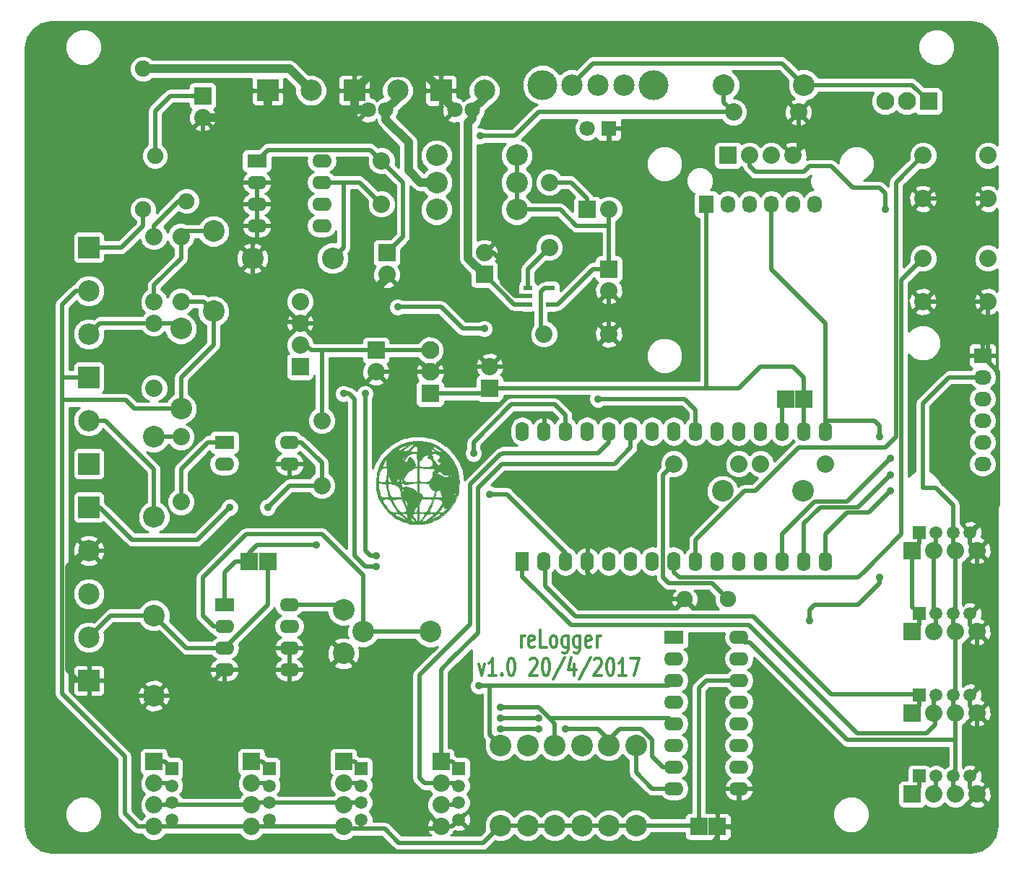
<source format=gtl>
G04 #@! TF.FileFunction,Copper,L1,Top,Signal*
%FSLAX46Y46*%
G04 Gerber Fmt 4.6, Leading zero omitted, Abs format (unit mm)*
G04 Created by KiCad (PCBNEW 4.0.4-stable) date 04/20/17 11:48:58*
%MOMM*%
%LPD*%
G01*
G04 APERTURE LIST*
%ADD10C,0.150000*%
%ADD11C,0.304800*%
%ADD12C,0.010000*%
%ADD13C,1.905000*%
%ADD14R,2.032000X2.032000*%
%ADD15C,2.032000*%
%ADD16C,2.540000*%
%ADD17R,1.574800X2.286000*%
%ADD18O,1.574800X2.286000*%
%ADD19R,2.499360X2.499360*%
%ADD20C,2.499360*%
%ADD21C,1.800000*%
%ADD22R,1.500000X1.500000*%
%ADD23C,1.500000*%
%ADD24R,1.800860X1.800860*%
%ADD25C,1.800860*%
%ADD26C,3.500120*%
%ADD27R,2.286000X1.574800*%
%ADD28O,2.286000X1.574800*%
%ADD29R,1.000000X0.550000*%
%ADD30R,2.032000X1.727200*%
%ADD31O,2.032000X1.727200*%
%ADD32R,1.727200X2.032000*%
%ADD33O,1.727200X2.032000*%
%ADD34C,2.100580*%
%ADD35R,2.100580X2.100580*%
%ADD36C,0.010000*%
%ADD37C,0.889000*%
%ADD38C,0.500000*%
%ADD39C,1.000000*%
%ADD40C,0.254000*%
G04 APERTURE END LIST*
D10*
D11*
X53938713Y-76145571D02*
X54301570Y-77500238D01*
X54664428Y-76145571D01*
X56043285Y-77500238D02*
X55172428Y-77500238D01*
X55607856Y-77500238D02*
X55607856Y-75468238D01*
X55462713Y-75758524D01*
X55317571Y-75952048D01*
X55172428Y-76048810D01*
X56696428Y-77306714D02*
X56769000Y-77403476D01*
X56696428Y-77500238D01*
X56623857Y-77403476D01*
X56696428Y-77306714D01*
X56696428Y-77500238D01*
X57712428Y-75468238D02*
X57857571Y-75468238D01*
X58002714Y-75565000D01*
X58075285Y-75661762D01*
X58147856Y-75855286D01*
X58220428Y-76242333D01*
X58220428Y-76726143D01*
X58147856Y-77113190D01*
X58075285Y-77306714D01*
X58002714Y-77403476D01*
X57857571Y-77500238D01*
X57712428Y-77500238D01*
X57567285Y-77403476D01*
X57494714Y-77306714D01*
X57422142Y-77113190D01*
X57349571Y-76726143D01*
X57349571Y-76242333D01*
X57422142Y-75855286D01*
X57494714Y-75661762D01*
X57567285Y-75565000D01*
X57712428Y-75468238D01*
X59962143Y-75661762D02*
X60034714Y-75565000D01*
X60179857Y-75468238D01*
X60542714Y-75468238D01*
X60687857Y-75565000D01*
X60760428Y-75661762D01*
X60833000Y-75855286D01*
X60833000Y-76048810D01*
X60760428Y-76339095D01*
X59889571Y-77500238D01*
X60833000Y-77500238D01*
X61776429Y-75468238D02*
X61921572Y-75468238D01*
X62066715Y-75565000D01*
X62139286Y-75661762D01*
X62211857Y-75855286D01*
X62284429Y-76242333D01*
X62284429Y-76726143D01*
X62211857Y-77113190D01*
X62139286Y-77306714D01*
X62066715Y-77403476D01*
X61921572Y-77500238D01*
X61776429Y-77500238D01*
X61631286Y-77403476D01*
X61558715Y-77306714D01*
X61486143Y-77113190D01*
X61413572Y-76726143D01*
X61413572Y-76242333D01*
X61486143Y-75855286D01*
X61558715Y-75661762D01*
X61631286Y-75565000D01*
X61776429Y-75468238D01*
X64026144Y-75371476D02*
X62719858Y-77984048D01*
X65187286Y-76145571D02*
X65187286Y-77500238D01*
X64824429Y-75371476D02*
X64461572Y-76822905D01*
X65405000Y-76822905D01*
X67074144Y-75371476D02*
X65767858Y-77984048D01*
X67509572Y-75661762D02*
X67582143Y-75565000D01*
X67727286Y-75468238D01*
X68090143Y-75468238D01*
X68235286Y-75565000D01*
X68307857Y-75661762D01*
X68380429Y-75855286D01*
X68380429Y-76048810D01*
X68307857Y-76339095D01*
X67437000Y-77500238D01*
X68380429Y-77500238D01*
X69323858Y-75468238D02*
X69469001Y-75468238D01*
X69614144Y-75565000D01*
X69686715Y-75661762D01*
X69759286Y-75855286D01*
X69831858Y-76242333D01*
X69831858Y-76726143D01*
X69759286Y-77113190D01*
X69686715Y-77306714D01*
X69614144Y-77403476D01*
X69469001Y-77500238D01*
X69323858Y-77500238D01*
X69178715Y-77403476D01*
X69106144Y-77306714D01*
X69033572Y-77113190D01*
X68961001Y-76726143D01*
X68961001Y-76242333D01*
X69033572Y-75855286D01*
X69106144Y-75661762D01*
X69178715Y-75565000D01*
X69323858Y-75468238D01*
X71283287Y-77500238D02*
X70412430Y-77500238D01*
X70847858Y-77500238D02*
X70847858Y-75468238D01*
X70702715Y-75758524D01*
X70557573Y-75952048D01*
X70412430Y-76048810D01*
X71791287Y-75468238D02*
X72807287Y-75468238D01*
X72154144Y-77500238D01*
X58928000Y-74198238D02*
X58928000Y-72843571D01*
X58928000Y-73230619D02*
X59000572Y-73037095D01*
X59073143Y-72940333D01*
X59218286Y-72843571D01*
X59363429Y-72843571D01*
X60452001Y-74101476D02*
X60306858Y-74198238D01*
X60016572Y-74198238D01*
X59871429Y-74101476D01*
X59798858Y-73907952D01*
X59798858Y-73133857D01*
X59871429Y-72940333D01*
X60016572Y-72843571D01*
X60306858Y-72843571D01*
X60452001Y-72940333D01*
X60524572Y-73133857D01*
X60524572Y-73327381D01*
X59798858Y-73520905D01*
X61903429Y-74198238D02*
X61177715Y-74198238D01*
X61177715Y-72166238D01*
X62629143Y-74198238D02*
X62484001Y-74101476D01*
X62411429Y-74004714D01*
X62338858Y-73811190D01*
X62338858Y-73230619D01*
X62411429Y-73037095D01*
X62484001Y-72940333D01*
X62629143Y-72843571D01*
X62846858Y-72843571D01*
X62992001Y-72940333D01*
X63064572Y-73037095D01*
X63137143Y-73230619D01*
X63137143Y-73811190D01*
X63064572Y-74004714D01*
X62992001Y-74101476D01*
X62846858Y-74198238D01*
X62629143Y-74198238D01*
X64443429Y-72843571D02*
X64443429Y-74488524D01*
X64370858Y-74682048D01*
X64298286Y-74778810D01*
X64153143Y-74875571D01*
X63935429Y-74875571D01*
X63790286Y-74778810D01*
X64443429Y-74101476D02*
X64298286Y-74198238D01*
X64008000Y-74198238D01*
X63862858Y-74101476D01*
X63790286Y-74004714D01*
X63717715Y-73811190D01*
X63717715Y-73230619D01*
X63790286Y-73037095D01*
X63862858Y-72940333D01*
X64008000Y-72843571D01*
X64298286Y-72843571D01*
X64443429Y-72940333D01*
X65822286Y-72843571D02*
X65822286Y-74488524D01*
X65749715Y-74682048D01*
X65677143Y-74778810D01*
X65532000Y-74875571D01*
X65314286Y-74875571D01*
X65169143Y-74778810D01*
X65822286Y-74101476D02*
X65677143Y-74198238D01*
X65386857Y-74198238D01*
X65241715Y-74101476D01*
X65169143Y-74004714D01*
X65096572Y-73811190D01*
X65096572Y-73230619D01*
X65169143Y-73037095D01*
X65241715Y-72940333D01*
X65386857Y-72843571D01*
X65677143Y-72843571D01*
X65822286Y-72940333D01*
X67128572Y-74101476D02*
X66983429Y-74198238D01*
X66693143Y-74198238D01*
X66548000Y-74101476D01*
X66475429Y-73907952D01*
X66475429Y-73133857D01*
X66548000Y-72940333D01*
X66693143Y-72843571D01*
X66983429Y-72843571D01*
X67128572Y-72940333D01*
X67201143Y-73133857D01*
X67201143Y-73327381D01*
X66475429Y-73520905D01*
X67854286Y-74198238D02*
X67854286Y-72843571D01*
X67854286Y-73230619D02*
X67926858Y-73037095D01*
X67999429Y-72940333D01*
X68144572Y-72843571D01*
X68289715Y-72843571D01*
D12*
G36*
X47093092Y-50041514D02*
X47655908Y-50086571D01*
X48130235Y-50175193D01*
X48203706Y-50196458D01*
X49020578Y-50535701D01*
X49769366Y-51015797D01*
X50299072Y-51491239D01*
X50758128Y-52019331D01*
X51104358Y-52541243D01*
X51378748Y-53121620D01*
X51448661Y-53304432D01*
X51557208Y-53729009D01*
X51624463Y-54261995D01*
X51649724Y-54847399D01*
X51632288Y-55429234D01*
X51571454Y-55951509D01*
X51486268Y-56303333D01*
X51114352Y-57170343D01*
X50621998Y-57926829D01*
X50016541Y-58564203D01*
X49305312Y-59073878D01*
X48968847Y-59251610D01*
X48590794Y-59418278D01*
X48208020Y-59564212D01*
X47887552Y-59664467D01*
X47811332Y-59682372D01*
X47453714Y-59730643D01*
X47001732Y-59756962D01*
X46529094Y-59760002D01*
X46109508Y-59738436D01*
X45931666Y-59716214D01*
X45465855Y-59600206D01*
X44945494Y-59410832D01*
X44449263Y-59179238D01*
X44179875Y-59022727D01*
X43614718Y-58584076D01*
X44069000Y-58584076D01*
X44139788Y-58654508D01*
X44329380Y-58776526D01*
X44603614Y-58929085D01*
X44756137Y-59007410D01*
X45120528Y-59182379D01*
X45390621Y-59297080D01*
X45552182Y-59347029D01*
X45590980Y-59327741D01*
X45503224Y-59242807D01*
X45366753Y-59133403D01*
X45287248Y-59068574D01*
X45937106Y-59068574D01*
X45994397Y-59205183D01*
X46104298Y-59335368D01*
X46253337Y-59456280D01*
X46395111Y-59517021D01*
X46484631Y-59507933D01*
X46483264Y-59492244D01*
X47223409Y-59492244D01*
X47265507Y-59510152D01*
X47321702Y-59492721D01*
X47508329Y-59443170D01*
X47581202Y-59436000D01*
X47700498Y-59387907D01*
X47901601Y-59263910D01*
X48012702Y-59186145D01*
X48374351Y-59186145D01*
X48388151Y-59213207D01*
X48500851Y-59181468D01*
X48514000Y-59176843D01*
X48746427Y-59077103D01*
X49026446Y-58934201D01*
X49123457Y-58879442D01*
X49399293Y-58703645D01*
X49520844Y-58586174D01*
X49490950Y-58522231D01*
X49344496Y-58506408D01*
X49104535Y-58577368D01*
X48795671Y-58790596D01*
X48683333Y-58887471D01*
X48469421Y-59083246D01*
X48374351Y-59186145D01*
X48012702Y-59186145D01*
X48143736Y-59094428D01*
X48386129Y-58909881D01*
X48588007Y-58740688D01*
X48708597Y-58617270D01*
X48725666Y-58582156D01*
X48650142Y-58535251D01*
X48459770Y-58507708D01*
X48357920Y-58504666D01*
X48141331Y-58517337D01*
X47981297Y-58576591D01*
X47822046Y-58714292D01*
X47653977Y-58906833D01*
X47408686Y-59206380D01*
X47268149Y-59396252D01*
X47223409Y-59492244D01*
X46483264Y-59492244D01*
X46476908Y-59419355D01*
X46474401Y-59414833D01*
X46340805Y-59226262D01*
X46184586Y-59066742D01*
X46051855Y-58979100D01*
X46004026Y-58977939D01*
X45937106Y-59068574D01*
X45287248Y-59068574D01*
X45154294Y-58960164D01*
X44986504Y-58822166D01*
X44656333Y-58594620D01*
X44553854Y-58562000D01*
X45000333Y-58562000D01*
X45059398Y-58646977D01*
X45207525Y-58791497D01*
X45275500Y-58850346D01*
X45448547Y-58988509D01*
X45533722Y-59022385D01*
X45569791Y-58960099D01*
X45578528Y-58913855D01*
X45579978Y-58712459D01*
X45560019Y-58625509D01*
X45521566Y-58596250D01*
X46101000Y-58596250D01*
X46148861Y-58696567D01*
X46268633Y-58874218D01*
X46424600Y-59082718D01*
X46581043Y-59275577D01*
X46702245Y-59406309D01*
X46746199Y-59436000D01*
X46763802Y-59359397D01*
X46775474Y-59161806D01*
X46778333Y-58970333D01*
X46778333Y-58504666D01*
X46947666Y-58504666D01*
X46951460Y-58991500D01*
X46955254Y-59478333D01*
X47332460Y-59057318D01*
X47523959Y-58834404D01*
X47659726Y-58658853D01*
X47709666Y-58570485D01*
X47633958Y-58531224D01*
X47442417Y-58507680D01*
X47328666Y-58504666D01*
X46947666Y-58504666D01*
X46778333Y-58504666D01*
X46439666Y-58504666D01*
X46227498Y-58524978D01*
X46109603Y-58575741D01*
X46101000Y-58596250D01*
X45521566Y-58596250D01*
X45467317Y-58554973D01*
X45298297Y-58511262D01*
X45122992Y-58502322D01*
X45011440Y-58536100D01*
X45000333Y-58562000D01*
X44553854Y-58562000D01*
X44379739Y-58506578D01*
X44335446Y-58504666D01*
X44151774Y-58526681D01*
X44069337Y-58580072D01*
X44069000Y-58584076D01*
X43614718Y-58584076D01*
X43591751Y-58566250D01*
X43054538Y-58004101D01*
X42596426Y-57374811D01*
X42329818Y-56874833D01*
X42629983Y-56874833D01*
X42684525Y-57031604D01*
X42827001Y-57270897D01*
X43027223Y-57553908D01*
X43254998Y-57841831D01*
X43480137Y-58095864D01*
X43672450Y-58277200D01*
X43769343Y-58339295D01*
X43985144Y-58395343D01*
X44218227Y-58413618D01*
X44393318Y-58390676D01*
X44429907Y-58369536D01*
X44412774Y-58279203D01*
X44316198Y-58097849D01*
X44202663Y-57925036D01*
X44000561Y-57622868D01*
X43803688Y-57304438D01*
X43727387Y-57171166D01*
X43603949Y-56962237D01*
X43564619Y-56925206D01*
X43815000Y-56925206D01*
X43861288Y-57056223D01*
X43982069Y-57280216D01*
X44150213Y-57554711D01*
X44338591Y-57837234D01*
X44520074Y-58085309D01*
X44661437Y-58250437D01*
X44876938Y-58375331D01*
X45130473Y-58402716D01*
X45354447Y-58333510D01*
X45438560Y-58251458D01*
X46330104Y-58251458D01*
X46351657Y-58375738D01*
X46510158Y-58408441D01*
X46553489Y-58403675D01*
X46656449Y-58369842D01*
X46714260Y-58278156D01*
X46742242Y-58087487D01*
X46749356Y-57934894D01*
X46946959Y-57934894D01*
X46955513Y-58195435D01*
X46998354Y-58355521D01*
X47008014Y-58367458D01*
X47122335Y-58398710D01*
X47340659Y-58407366D01*
X47452514Y-58402736D01*
X47646913Y-58384870D01*
X47780140Y-58340714D01*
X47814281Y-58308301D01*
X48181578Y-58308301D01*
X48183044Y-58347809D01*
X48297653Y-58400221D01*
X48508996Y-58417824D01*
X48748244Y-58401356D01*
X48946570Y-58351555D01*
X48972152Y-58339354D01*
X48983173Y-58329684D01*
X49318333Y-58329684D01*
X49381506Y-58413278D01*
X49540627Y-58414474D01*
X49750094Y-58343816D01*
X49964308Y-58211846D01*
X50015497Y-58168481D01*
X50178695Y-58013825D01*
X50224178Y-57939912D01*
X50162169Y-57916550D01*
X50101500Y-57914481D01*
X49947796Y-57864149D01*
X49911000Y-57785000D01*
X49870622Y-57672251D01*
X49836382Y-57658000D01*
X49740714Y-57721553D01*
X49599618Y-57876111D01*
X49454861Y-58067520D01*
X49348208Y-58241626D01*
X49318333Y-58329684D01*
X48983173Y-58329684D01*
X49096730Y-58230049D01*
X49272473Y-58024803D01*
X49442079Y-57795187D01*
X49611036Y-57541322D01*
X49694541Y-57374900D01*
X49706586Y-57246307D01*
X49661162Y-57105929D01*
X49646158Y-57071499D01*
X49556082Y-56909160D01*
X49436344Y-56833303D01*
X49225513Y-56811920D01*
X49146866Y-56811333D01*
X48762735Y-56811333D01*
X48450582Y-57543476D01*
X48319422Y-57868776D01*
X48225527Y-58136427D01*
X48181578Y-58308301D01*
X47814281Y-58308301D01*
X47888305Y-58238026D01*
X48007516Y-58044561D01*
X48144327Y-57785000D01*
X48350740Y-57385428D01*
X48476378Y-57113383D01*
X48515113Y-56944399D01*
X48460813Y-56854009D01*
X48307350Y-56817746D01*
X48048594Y-56811145D01*
X47900386Y-56811333D01*
X47233029Y-56811333D01*
X47090347Y-57110539D01*
X47018045Y-57336446D01*
X46969026Y-57629898D01*
X46946959Y-57934894D01*
X46749356Y-57934894D01*
X46752397Y-57869666D01*
X46756267Y-57608351D01*
X46744065Y-57503650D01*
X46713355Y-57543394D01*
X46696825Y-57592232D01*
X46589903Y-57828785D01*
X46448748Y-58046684D01*
X46330104Y-58251458D01*
X45438560Y-58251458D01*
X45450561Y-58239752D01*
X45476821Y-58120523D01*
X45437298Y-57924630D01*
X45324649Y-57622926D01*
X45253299Y-57456585D01*
X45037917Y-56966487D01*
X45234638Y-56966487D01*
X45288183Y-57146258D01*
X45354980Y-57319333D01*
X45459430Y-57553592D01*
X45541587Y-57707327D01*
X45573102Y-57742666D01*
X45589029Y-57668178D01*
X45578822Y-57481131D01*
X45568234Y-57391797D01*
X45484194Y-57086201D01*
X45337840Y-56922202D01*
X45237858Y-56897296D01*
X45234638Y-56966487D01*
X45037917Y-56966487D01*
X44969731Y-56811333D01*
X44392365Y-56811333D01*
X44064564Y-56821141D01*
X43880598Y-56853791D01*
X43815930Y-56914124D01*
X43815000Y-56925206D01*
X43564619Y-56925206D01*
X43490567Y-56855485D01*
X43325518Y-56816617D01*
X43079742Y-56811333D01*
X42829660Y-56822116D01*
X42666383Y-56849844D01*
X42629983Y-56874833D01*
X42329818Y-56874833D01*
X42245607Y-56716911D01*
X42035346Y-56091619D01*
X41972905Y-55666586D01*
X41945937Y-55141066D01*
X41948590Y-54938936D01*
X42180938Y-54938936D01*
X42232193Y-55487818D01*
X42279980Y-55832185D01*
X42350670Y-56156120D01*
X42409904Y-56339350D01*
X42496012Y-56518808D01*
X42596206Y-56608198D01*
X42767760Y-56638802D01*
X42964013Y-56642000D01*
X43206627Y-56630690D01*
X43360925Y-56601743D01*
X43390244Y-56578500D01*
X43373674Y-56472371D01*
X43330475Y-56241223D01*
X43268395Y-55925846D01*
X43233447Y-55753000D01*
X43126731Y-55229632D01*
X43307000Y-55229632D01*
X43332688Y-55478517D01*
X43398716Y-55795058D01*
X43488531Y-56118782D01*
X43585578Y-56389221D01*
X43664672Y-56536166D01*
X43805018Y-56598824D01*
X44086505Y-56634851D01*
X44337203Y-56642000D01*
X44923339Y-56642000D01*
X44867597Y-56324500D01*
X44797106Y-55929064D01*
X44760326Y-55763609D01*
X44929217Y-55763609D01*
X44950315Y-55848172D01*
X45019836Y-55941889D01*
X45104708Y-55894157D01*
X45158998Y-55778571D01*
X45103344Y-55695144D01*
X44990548Y-55635611D01*
X44948951Y-55649159D01*
X44929217Y-55763609D01*
X44760326Y-55763609D01*
X44738087Y-55663573D01*
X44670342Y-55491628D01*
X44573673Y-55376830D01*
X44427879Y-55282778D01*
X44234808Y-55184195D01*
X43991592Y-55077542D01*
X44862384Y-55077542D01*
X44864274Y-55082591D01*
X44910835Y-55273319D01*
X44915666Y-55336591D01*
X44980917Y-55431612D01*
X45127607Y-55452175D01*
X45282137Y-55391928D01*
X45306773Y-55370359D01*
X45442410Y-55340619D01*
X45672605Y-55383108D01*
X45950002Y-55477678D01*
X46227245Y-55604174D01*
X46456980Y-55742447D01*
X46591850Y-55872345D01*
X46609000Y-55924507D01*
X46655409Y-56035776D01*
X46693666Y-56049333D01*
X46737910Y-55971575D01*
X46768201Y-55765593D01*
X46778333Y-55499000D01*
X46778333Y-54948666D01*
X46947666Y-54948666D01*
X46947666Y-55527743D01*
X46952747Y-55838021D01*
X46977192Y-56023117D01*
X47034807Y-56127089D01*
X47139398Y-56193998D01*
X47159333Y-56203261D01*
X47325710Y-56339610D01*
X47371000Y-56470851D01*
X47385654Y-56558536D01*
X47453116Y-56609871D01*
X47608633Y-56634417D01*
X47887454Y-56641735D01*
X48002020Y-56642000D01*
X48633040Y-56642000D01*
X48814566Y-56642000D01*
X49235783Y-56642000D01*
X49492064Y-56631447D01*
X49618623Y-56590633D01*
X49654259Y-56505819D01*
X49654307Y-56493833D01*
X49602589Y-56308154D01*
X49601311Y-56305966D01*
X51042576Y-56305966D01*
X51058587Y-56395422D01*
X51126019Y-56443315D01*
X51189654Y-56340046D01*
X51245656Y-56167340D01*
X51259715Y-56094690D01*
X51216366Y-56080681D01*
X51128648Y-56150065D01*
X51042576Y-56305966D01*
X49601311Y-56305966D01*
X49533122Y-56189270D01*
X49457044Y-56018595D01*
X49460206Y-55914103D01*
X49455310Y-55810321D01*
X49418983Y-55795333D01*
X49267556Y-55767039D01*
X49199434Y-55744393D01*
X49084888Y-55759175D01*
X48987584Y-55909454D01*
X48899949Y-56209430D01*
X48867375Y-56366833D01*
X48814566Y-56642000D01*
X48633040Y-56642000D01*
X48721214Y-56324500D01*
X48791803Y-56032854D01*
X48799439Y-55868738D01*
X48742453Y-55801828D01*
X48692104Y-55795333D01*
X48575553Y-55742540D01*
X48422361Y-55611777D01*
X48268443Y-55444465D01*
X48184536Y-55329666D01*
X51265666Y-55329666D01*
X51308000Y-55372000D01*
X51350333Y-55329666D01*
X51308000Y-55287333D01*
X51265666Y-55329666D01*
X48184536Y-55329666D01*
X48149715Y-55282025D01*
X48102091Y-55165879D01*
X48120624Y-55136236D01*
X48176721Y-55085203D01*
X51040770Y-55085203D01*
X51054000Y-55118000D01*
X51130082Y-55198770D01*
X51143663Y-55202666D01*
X51180029Y-55137160D01*
X51181000Y-55118000D01*
X51115912Y-55036586D01*
X51091336Y-55033333D01*
X51040770Y-55085203D01*
X48176721Y-55085203D01*
X48212655Y-55052513D01*
X48217666Y-55026277D01*
X48139925Y-54989181D01*
X47934281Y-54961739D01*
X47642101Y-54949006D01*
X47582666Y-54948666D01*
X46947666Y-54948666D01*
X46778333Y-54948666D01*
X46316650Y-54948666D01*
X46010532Y-54966932D01*
X45741414Y-55013528D01*
X45637020Y-55047970D01*
X45448458Y-55104896D01*
X45326080Y-55054107D01*
X45319770Y-55047970D01*
X45161088Y-54969241D01*
X45016674Y-54948666D01*
X44870802Y-54977332D01*
X44862384Y-55077542D01*
X43991592Y-55077542D01*
X43945173Y-55057187D01*
X43679587Y-54972077D01*
X43539833Y-54950085D01*
X43380115Y-54969406D01*
X43316885Y-55064351D01*
X43307000Y-55229632D01*
X43126731Y-55229632D01*
X43078072Y-54991000D01*
X42180938Y-54938936D01*
X41948590Y-54938936D01*
X41953311Y-54579433D01*
X41955624Y-54549036D01*
X42181497Y-54549036D01*
X42202394Y-54697135D01*
X42281192Y-54778884D01*
X42282061Y-54779394D01*
X42485329Y-54841624D01*
X42744550Y-54857433D01*
X42968209Y-54824382D01*
X43023825Y-54799156D01*
X43073381Y-54691593D01*
X43089695Y-54614764D01*
X43280937Y-54614764D01*
X43320810Y-54752886D01*
X43324873Y-54758166D01*
X43442275Y-54853733D01*
X43578733Y-54821237D01*
X43635003Y-54787715D01*
X43698879Y-54712057D01*
X43683834Y-54646680D01*
X44285062Y-54646680D01*
X44285805Y-54790055D01*
X44306913Y-54819690D01*
X44439584Y-54857638D01*
X44575375Y-54778357D01*
X44646388Y-54630301D01*
X44640515Y-54578955D01*
X44831000Y-54578955D01*
X44857461Y-54746303D01*
X44915519Y-54825150D01*
X44973186Y-54783398D01*
X44987106Y-54735602D01*
X44964122Y-54560837D01*
X44923606Y-54499406D01*
X44850729Y-54468652D01*
X44831000Y-54578955D01*
X44640515Y-54578955D01*
X44629257Y-54480532D01*
X44549582Y-54454316D01*
X45181180Y-54454316D01*
X45185829Y-54656859D01*
X45302744Y-54786245D01*
X45360166Y-54804247D01*
X45713645Y-54844127D01*
X46115986Y-54849349D01*
X46468067Y-54819324D01*
X46513750Y-54811083D01*
X46778333Y-54758166D01*
X46778333Y-53965927D01*
X46947666Y-53965927D01*
X46949744Y-54356784D01*
X46971852Y-54609364D01*
X47037797Y-54754682D01*
X47171390Y-54823751D01*
X47396439Y-54847586D01*
X47629557Y-54854178D01*
X47888354Y-54842751D01*
X48075578Y-54769089D01*
X48207176Y-54654898D01*
X50779564Y-54654898D01*
X50796518Y-54689033D01*
X50877251Y-54776566D01*
X50892102Y-54714837D01*
X50871549Y-54648681D01*
X50809216Y-54556475D01*
X50781062Y-54558382D01*
X50779564Y-54654898D01*
X48207176Y-54654898D01*
X48271952Y-54598691D01*
X48304060Y-54565884D01*
X48485003Y-54354522D01*
X48565280Y-54165878D01*
X48577678Y-53918438D01*
X48576501Y-53888551D01*
X48577299Y-53830270D01*
X49081321Y-53830270D01*
X49105100Y-53911226D01*
X49265633Y-53932666D01*
X49466176Y-53981182D01*
X49568410Y-54054939D01*
X49716490Y-54145154D01*
X49946092Y-54205686D01*
X49980944Y-54210040D01*
X50204011Y-54235308D01*
X50349840Y-54254943D01*
X50361708Y-54257100D01*
X50407194Y-54202343D01*
X50403311Y-54123166D01*
X50388376Y-54102000D01*
X50588333Y-54102000D01*
X50617220Y-54184465D01*
X50625669Y-54186666D01*
X50697955Y-54127337D01*
X50715333Y-54102000D01*
X50708620Y-54023981D01*
X50677996Y-54017333D01*
X50591778Y-54078793D01*
X50588333Y-54102000D01*
X50388376Y-54102000D01*
X50329036Y-54017906D01*
X50135072Y-53961412D01*
X50009044Y-53948620D01*
X49770233Y-53913800D01*
X49681523Y-53850340D01*
X49685574Y-53810990D01*
X49651136Y-53697180D01*
X49531427Y-53610055D01*
X49353812Y-53567013D01*
X49214126Y-53653879D01*
X49199461Y-53669685D01*
X49081321Y-53830270D01*
X48577299Y-53830270D01*
X48579853Y-53644029D01*
X48625123Y-53530285D01*
X48691373Y-53509333D01*
X48790907Y-53445751D01*
X48794371Y-53361166D01*
X48761271Y-53294227D01*
X48672673Y-53248776D01*
X48498947Y-53219371D01*
X48210464Y-53200571D01*
X47856829Y-53188968D01*
X46947666Y-53164937D01*
X46947666Y-53965927D01*
X46778333Y-53965927D01*
X46778333Y-53170666D01*
X46491058Y-53170666D01*
X46259808Y-53207935D01*
X46155048Y-53297666D01*
X46044337Y-53410258D01*
X45981019Y-53424666D01*
X45824616Y-53484853D01*
X45639276Y-53628566D01*
X45484792Y-53800531D01*
X45420973Y-53942375D01*
X45370675Y-54098621D01*
X45293973Y-54224015D01*
X45181180Y-54454316D01*
X44549582Y-54454316D01*
X44508096Y-54440666D01*
X44372623Y-54504852D01*
X44285062Y-54646680D01*
X43683834Y-54646680D01*
X43670278Y-54587776D01*
X43595582Y-54450344D01*
X43478997Y-54276790D01*
X43392641Y-54189218D01*
X43383282Y-54186666D01*
X43319640Y-54258588D01*
X43283036Y-54425642D01*
X43280937Y-54614764D01*
X43089695Y-54614764D01*
X43123563Y-54455272D01*
X43166771Y-54130565D01*
X43182912Y-53953785D01*
X43244174Y-53170666D01*
X42865655Y-53170666D01*
X42629298Y-53179631D01*
X42502673Y-53235321D01*
X42426218Y-53380934D01*
X42382063Y-53521369D01*
X42301686Y-53833080D01*
X42228803Y-54184824D01*
X42211556Y-54286005D01*
X42181497Y-54549036D01*
X41955624Y-54549036D01*
X41993899Y-54046063D01*
X42066568Y-53605330D01*
X42079938Y-53552044D01*
X42299549Y-52967942D01*
X42669187Y-52967942D01*
X42762969Y-53058610D01*
X42947782Y-53045765D01*
X43121112Y-52998289D01*
X43196618Y-52970603D01*
X43195016Y-52884970D01*
X43172284Y-52684736D01*
X43151009Y-52532985D01*
X43136683Y-52436673D01*
X45270488Y-52436673D01*
X45361534Y-52490268D01*
X45414608Y-52493333D01*
X45581335Y-52419045D01*
X45667548Y-52206104D01*
X45677666Y-52063075D01*
X45721916Y-51921608D01*
X45836883Y-51900554D01*
X45995893Y-51981800D01*
X46172272Y-52147234D01*
X46339345Y-52378747D01*
X46441090Y-52581437D01*
X46508016Y-52783114D01*
X46488459Y-52879226D01*
X46455868Y-52897154D01*
X46391220Y-52974811D01*
X46401802Y-53008564D01*
X46461564Y-53076580D01*
X46558017Y-53066263D01*
X46644408Y-53034608D01*
X46737986Y-52909735D01*
X46774629Y-52657302D01*
X46947666Y-52657302D01*
X46959443Y-52874261D01*
X47021922Y-52976562D01*
X47175828Y-53018587D01*
X47222833Y-53024752D01*
X47766063Y-53070815D01*
X48156438Y-53055486D01*
X48391679Y-52978900D01*
X48423285Y-52952952D01*
X48523702Y-52760657D01*
X48534391Y-52520786D01*
X48469344Y-52289027D01*
X48342555Y-52121065D01*
X48201419Y-52070000D01*
X48050837Y-52012187D01*
X47981161Y-51884124D01*
X48021535Y-51753873D01*
X48054710Y-51727391D01*
X48122352Y-51633801D01*
X48105530Y-51590975D01*
X47992498Y-51579089D01*
X47876298Y-51628705D01*
X47693341Y-51711863D01*
X47592178Y-51731333D01*
X47476805Y-51798514D01*
X47336633Y-51965894D01*
X47297551Y-52027666D01*
X47167791Y-52214271D01*
X47058110Y-52317053D01*
X47035188Y-52324000D01*
X46980025Y-52399025D01*
X46949689Y-52586111D01*
X46947666Y-52657302D01*
X46774629Y-52657302D01*
X46778021Y-52633936D01*
X46763831Y-52217158D01*
X46724491Y-51870150D01*
X46681091Y-51553508D01*
X48315764Y-51553508D01*
X48350982Y-51656837D01*
X48429333Y-51731333D01*
X48530963Y-51895836D01*
X48556333Y-52036081D01*
X48631321Y-52243469D01*
X48768000Y-52374119D01*
X48919669Y-52504016D01*
X48979666Y-52613137D01*
X49046276Y-52785219D01*
X49202635Y-52856750D01*
X49326588Y-52827581D01*
X49475356Y-52724504D01*
X49525720Y-52669590D01*
X49498411Y-52578000D01*
X49784000Y-52578000D01*
X49790712Y-52656018D01*
X49821336Y-52662666D01*
X49907554Y-52601206D01*
X49911000Y-52578000D01*
X49882113Y-52495534D01*
X49873663Y-52493333D01*
X49801377Y-52552662D01*
X49784000Y-52578000D01*
X49498411Y-52578000D01*
X49497259Y-52574138D01*
X49365037Y-52441725D01*
X49341082Y-52423668D01*
X49270082Y-52366333D01*
X49995666Y-52366333D01*
X50038000Y-52408666D01*
X50080333Y-52366333D01*
X50038000Y-52324000D01*
X49995666Y-52366333D01*
X49270082Y-52366333D01*
X49190586Y-52302138D01*
X49180381Y-52267555D01*
X50277888Y-52267555D01*
X50289511Y-52317889D01*
X50334333Y-52324000D01*
X50404023Y-52293021D01*
X50390777Y-52267555D01*
X50290298Y-52257422D01*
X50277888Y-52267555D01*
X49180381Y-52267555D01*
X49164797Y-52214750D01*
X49239708Y-52112333D01*
X49826333Y-52112333D01*
X49868666Y-52154666D01*
X49911000Y-52112333D01*
X49868666Y-52070000D01*
X49826333Y-52112333D01*
X49239708Y-52112333D01*
X49248136Y-52100811D01*
X49255979Y-52092122D01*
X49381291Y-51918953D01*
X49372928Y-51777907D01*
X49262877Y-51632166D01*
X49096756Y-51529499D01*
X49431769Y-51529499D01*
X49445333Y-51562000D01*
X49557492Y-51643505D01*
X49582326Y-51646666D01*
X49628230Y-51594500D01*
X49614666Y-51562000D01*
X49502507Y-51480494D01*
X49477673Y-51477333D01*
X49431769Y-51529499D01*
X49096756Y-51529499D01*
X49082661Y-51520788D01*
X48787514Y-51478443D01*
X48712544Y-51477333D01*
X48434276Y-51495476D01*
X48315764Y-51553508D01*
X46681091Y-51553508D01*
X46670650Y-51477333D01*
X46229614Y-51477333D01*
X45928097Y-51497864D01*
X45718420Y-51581715D01*
X45551259Y-51762273D01*
X45391543Y-52044628D01*
X45280929Y-52296632D01*
X45270488Y-52436673D01*
X43136683Y-52436673D01*
X43102692Y-52208174D01*
X45005958Y-52208174D01*
X45071409Y-52239333D01*
X45153116Y-52170676D01*
X45247828Y-52008132D01*
X45315242Y-51851585D01*
X45296567Y-51833225D01*
X45176751Y-51936587D01*
X45034761Y-52097823D01*
X45005958Y-52208174D01*
X43102692Y-52208174D01*
X43088434Y-52112333D01*
X42853015Y-52480044D01*
X42698795Y-52772654D01*
X42669187Y-52967942D01*
X42299549Y-52967942D01*
X42371444Y-52776725D01*
X42808688Y-52058574D01*
X43372433Y-51416582D01*
X43611087Y-51222089D01*
X45931666Y-51222089D01*
X46007811Y-51271096D01*
X46202502Y-51302201D01*
X46355000Y-51308000D01*
X46778333Y-51308000D01*
X46778333Y-51138666D01*
X48387000Y-51138666D01*
X48436608Y-51271451D01*
X48598666Y-51308000D01*
X48757797Y-51280030D01*
X48810333Y-51226312D01*
X48744773Y-51132657D01*
X48600291Y-51029705D01*
X48455188Y-50971050D01*
X48434899Y-50969333D01*
X48395927Y-51040513D01*
X48387000Y-51138666D01*
X46778333Y-51138666D01*
X46778333Y-51022033D01*
X46739170Y-50787687D01*
X46674133Y-50676555D01*
X48515532Y-50676555D01*
X48586728Y-50779052D01*
X48736504Y-50916807D01*
X48931442Y-51064065D01*
X49138126Y-51195071D01*
X49323140Y-51284070D01*
X49429163Y-51307770D01*
X49587810Y-51282869D01*
X49613576Y-51221569D01*
X49501617Y-51121251D01*
X49290101Y-50983018D01*
X49033334Y-50836998D01*
X48785626Y-50713317D01*
X48601283Y-50642102D01*
X48556333Y-50635071D01*
X48515532Y-50676555D01*
X46674133Y-50676555D01*
X46643465Y-50624152D01*
X46642016Y-50622934D01*
X46544962Y-50571705D01*
X46439608Y-50608303D01*
X46284403Y-50752363D01*
X46218683Y-50822990D01*
X46052805Y-51019902D01*
X45949145Y-51173566D01*
X45931666Y-51222089D01*
X43611087Y-51222089D01*
X43715945Y-51136635D01*
X45062029Y-51136635D01*
X45086768Y-51177153D01*
X45246419Y-51183743D01*
X45329226Y-51181953D01*
X45525262Y-51160752D01*
X45688850Y-51088819D01*
X45868220Y-50936471D01*
X46059047Y-50732792D01*
X46242939Y-50517358D01*
X46358289Y-50360330D01*
X46382627Y-50292661D01*
X46379031Y-50292000D01*
X46261807Y-50335492D01*
X46049745Y-50447862D01*
X45787472Y-50601948D01*
X45519613Y-50770589D01*
X45290796Y-50926624D01*
X45146191Y-51042353D01*
X45062029Y-51136635D01*
X43715945Y-51136635D01*
X43943625Y-50951087D01*
X44542218Y-50951087D01*
X44580602Y-51016006D01*
X44639826Y-51077291D01*
X44706695Y-51092663D01*
X44813748Y-51048868D01*
X44993524Y-50932651D01*
X45275500Y-50732948D01*
X45490929Y-50574144D01*
X45636881Y-50457372D01*
X45677666Y-50414813D01*
X45608141Y-50417964D01*
X45431257Y-50472058D01*
X45194553Y-50559623D01*
X44945567Y-50663186D01*
X44749967Y-50755787D01*
X44577984Y-50862630D01*
X44542218Y-50951087D01*
X43943625Y-50951087D01*
X44043445Y-50869739D01*
X44802487Y-50437034D01*
X45502533Y-50173157D01*
X45953522Y-50084265D01*
X46504670Y-50040565D01*
X47093092Y-50041514D01*
X47093092Y-50041514D01*
G37*
X47093092Y-50041514D02*
X47655908Y-50086571D01*
X48130235Y-50175193D01*
X48203706Y-50196458D01*
X49020578Y-50535701D01*
X49769366Y-51015797D01*
X50299072Y-51491239D01*
X50758128Y-52019331D01*
X51104358Y-52541243D01*
X51378748Y-53121620D01*
X51448661Y-53304432D01*
X51557208Y-53729009D01*
X51624463Y-54261995D01*
X51649724Y-54847399D01*
X51632288Y-55429234D01*
X51571454Y-55951509D01*
X51486268Y-56303333D01*
X51114352Y-57170343D01*
X50621998Y-57926829D01*
X50016541Y-58564203D01*
X49305312Y-59073878D01*
X48968847Y-59251610D01*
X48590794Y-59418278D01*
X48208020Y-59564212D01*
X47887552Y-59664467D01*
X47811332Y-59682372D01*
X47453714Y-59730643D01*
X47001732Y-59756962D01*
X46529094Y-59760002D01*
X46109508Y-59738436D01*
X45931666Y-59716214D01*
X45465855Y-59600206D01*
X44945494Y-59410832D01*
X44449263Y-59179238D01*
X44179875Y-59022727D01*
X43614718Y-58584076D01*
X44069000Y-58584076D01*
X44139788Y-58654508D01*
X44329380Y-58776526D01*
X44603614Y-58929085D01*
X44756137Y-59007410D01*
X45120528Y-59182379D01*
X45390621Y-59297080D01*
X45552182Y-59347029D01*
X45590980Y-59327741D01*
X45503224Y-59242807D01*
X45366753Y-59133403D01*
X45287248Y-59068574D01*
X45937106Y-59068574D01*
X45994397Y-59205183D01*
X46104298Y-59335368D01*
X46253337Y-59456280D01*
X46395111Y-59517021D01*
X46484631Y-59507933D01*
X46483264Y-59492244D01*
X47223409Y-59492244D01*
X47265507Y-59510152D01*
X47321702Y-59492721D01*
X47508329Y-59443170D01*
X47581202Y-59436000D01*
X47700498Y-59387907D01*
X47901601Y-59263910D01*
X48012702Y-59186145D01*
X48374351Y-59186145D01*
X48388151Y-59213207D01*
X48500851Y-59181468D01*
X48514000Y-59176843D01*
X48746427Y-59077103D01*
X49026446Y-58934201D01*
X49123457Y-58879442D01*
X49399293Y-58703645D01*
X49520844Y-58586174D01*
X49490950Y-58522231D01*
X49344496Y-58506408D01*
X49104535Y-58577368D01*
X48795671Y-58790596D01*
X48683333Y-58887471D01*
X48469421Y-59083246D01*
X48374351Y-59186145D01*
X48012702Y-59186145D01*
X48143736Y-59094428D01*
X48386129Y-58909881D01*
X48588007Y-58740688D01*
X48708597Y-58617270D01*
X48725666Y-58582156D01*
X48650142Y-58535251D01*
X48459770Y-58507708D01*
X48357920Y-58504666D01*
X48141331Y-58517337D01*
X47981297Y-58576591D01*
X47822046Y-58714292D01*
X47653977Y-58906833D01*
X47408686Y-59206380D01*
X47268149Y-59396252D01*
X47223409Y-59492244D01*
X46483264Y-59492244D01*
X46476908Y-59419355D01*
X46474401Y-59414833D01*
X46340805Y-59226262D01*
X46184586Y-59066742D01*
X46051855Y-58979100D01*
X46004026Y-58977939D01*
X45937106Y-59068574D01*
X45287248Y-59068574D01*
X45154294Y-58960164D01*
X44986504Y-58822166D01*
X44656333Y-58594620D01*
X44553854Y-58562000D01*
X45000333Y-58562000D01*
X45059398Y-58646977D01*
X45207525Y-58791497D01*
X45275500Y-58850346D01*
X45448547Y-58988509D01*
X45533722Y-59022385D01*
X45569791Y-58960099D01*
X45578528Y-58913855D01*
X45579978Y-58712459D01*
X45560019Y-58625509D01*
X45521566Y-58596250D01*
X46101000Y-58596250D01*
X46148861Y-58696567D01*
X46268633Y-58874218D01*
X46424600Y-59082718D01*
X46581043Y-59275577D01*
X46702245Y-59406309D01*
X46746199Y-59436000D01*
X46763802Y-59359397D01*
X46775474Y-59161806D01*
X46778333Y-58970333D01*
X46778333Y-58504666D01*
X46947666Y-58504666D01*
X46951460Y-58991500D01*
X46955254Y-59478333D01*
X47332460Y-59057318D01*
X47523959Y-58834404D01*
X47659726Y-58658853D01*
X47709666Y-58570485D01*
X47633958Y-58531224D01*
X47442417Y-58507680D01*
X47328666Y-58504666D01*
X46947666Y-58504666D01*
X46778333Y-58504666D01*
X46439666Y-58504666D01*
X46227498Y-58524978D01*
X46109603Y-58575741D01*
X46101000Y-58596250D01*
X45521566Y-58596250D01*
X45467317Y-58554973D01*
X45298297Y-58511262D01*
X45122992Y-58502322D01*
X45011440Y-58536100D01*
X45000333Y-58562000D01*
X44553854Y-58562000D01*
X44379739Y-58506578D01*
X44335446Y-58504666D01*
X44151774Y-58526681D01*
X44069337Y-58580072D01*
X44069000Y-58584076D01*
X43614718Y-58584076D01*
X43591751Y-58566250D01*
X43054538Y-58004101D01*
X42596426Y-57374811D01*
X42329818Y-56874833D01*
X42629983Y-56874833D01*
X42684525Y-57031604D01*
X42827001Y-57270897D01*
X43027223Y-57553908D01*
X43254998Y-57841831D01*
X43480137Y-58095864D01*
X43672450Y-58277200D01*
X43769343Y-58339295D01*
X43985144Y-58395343D01*
X44218227Y-58413618D01*
X44393318Y-58390676D01*
X44429907Y-58369536D01*
X44412774Y-58279203D01*
X44316198Y-58097849D01*
X44202663Y-57925036D01*
X44000561Y-57622868D01*
X43803688Y-57304438D01*
X43727387Y-57171166D01*
X43603949Y-56962237D01*
X43564619Y-56925206D01*
X43815000Y-56925206D01*
X43861288Y-57056223D01*
X43982069Y-57280216D01*
X44150213Y-57554711D01*
X44338591Y-57837234D01*
X44520074Y-58085309D01*
X44661437Y-58250437D01*
X44876938Y-58375331D01*
X45130473Y-58402716D01*
X45354447Y-58333510D01*
X45438560Y-58251458D01*
X46330104Y-58251458D01*
X46351657Y-58375738D01*
X46510158Y-58408441D01*
X46553489Y-58403675D01*
X46656449Y-58369842D01*
X46714260Y-58278156D01*
X46742242Y-58087487D01*
X46749356Y-57934894D01*
X46946959Y-57934894D01*
X46955513Y-58195435D01*
X46998354Y-58355521D01*
X47008014Y-58367458D01*
X47122335Y-58398710D01*
X47340659Y-58407366D01*
X47452514Y-58402736D01*
X47646913Y-58384870D01*
X47780140Y-58340714D01*
X47814281Y-58308301D01*
X48181578Y-58308301D01*
X48183044Y-58347809D01*
X48297653Y-58400221D01*
X48508996Y-58417824D01*
X48748244Y-58401356D01*
X48946570Y-58351555D01*
X48972152Y-58339354D01*
X48983173Y-58329684D01*
X49318333Y-58329684D01*
X49381506Y-58413278D01*
X49540627Y-58414474D01*
X49750094Y-58343816D01*
X49964308Y-58211846D01*
X50015497Y-58168481D01*
X50178695Y-58013825D01*
X50224178Y-57939912D01*
X50162169Y-57916550D01*
X50101500Y-57914481D01*
X49947796Y-57864149D01*
X49911000Y-57785000D01*
X49870622Y-57672251D01*
X49836382Y-57658000D01*
X49740714Y-57721553D01*
X49599618Y-57876111D01*
X49454861Y-58067520D01*
X49348208Y-58241626D01*
X49318333Y-58329684D01*
X48983173Y-58329684D01*
X49096730Y-58230049D01*
X49272473Y-58024803D01*
X49442079Y-57795187D01*
X49611036Y-57541322D01*
X49694541Y-57374900D01*
X49706586Y-57246307D01*
X49661162Y-57105929D01*
X49646158Y-57071499D01*
X49556082Y-56909160D01*
X49436344Y-56833303D01*
X49225513Y-56811920D01*
X49146866Y-56811333D01*
X48762735Y-56811333D01*
X48450582Y-57543476D01*
X48319422Y-57868776D01*
X48225527Y-58136427D01*
X48181578Y-58308301D01*
X47814281Y-58308301D01*
X47888305Y-58238026D01*
X48007516Y-58044561D01*
X48144327Y-57785000D01*
X48350740Y-57385428D01*
X48476378Y-57113383D01*
X48515113Y-56944399D01*
X48460813Y-56854009D01*
X48307350Y-56817746D01*
X48048594Y-56811145D01*
X47900386Y-56811333D01*
X47233029Y-56811333D01*
X47090347Y-57110539D01*
X47018045Y-57336446D01*
X46969026Y-57629898D01*
X46946959Y-57934894D01*
X46749356Y-57934894D01*
X46752397Y-57869666D01*
X46756267Y-57608351D01*
X46744065Y-57503650D01*
X46713355Y-57543394D01*
X46696825Y-57592232D01*
X46589903Y-57828785D01*
X46448748Y-58046684D01*
X46330104Y-58251458D01*
X45438560Y-58251458D01*
X45450561Y-58239752D01*
X45476821Y-58120523D01*
X45437298Y-57924630D01*
X45324649Y-57622926D01*
X45253299Y-57456585D01*
X45037917Y-56966487D01*
X45234638Y-56966487D01*
X45288183Y-57146258D01*
X45354980Y-57319333D01*
X45459430Y-57553592D01*
X45541587Y-57707327D01*
X45573102Y-57742666D01*
X45589029Y-57668178D01*
X45578822Y-57481131D01*
X45568234Y-57391797D01*
X45484194Y-57086201D01*
X45337840Y-56922202D01*
X45237858Y-56897296D01*
X45234638Y-56966487D01*
X45037917Y-56966487D01*
X44969731Y-56811333D01*
X44392365Y-56811333D01*
X44064564Y-56821141D01*
X43880598Y-56853791D01*
X43815930Y-56914124D01*
X43815000Y-56925206D01*
X43564619Y-56925206D01*
X43490567Y-56855485D01*
X43325518Y-56816617D01*
X43079742Y-56811333D01*
X42829660Y-56822116D01*
X42666383Y-56849844D01*
X42629983Y-56874833D01*
X42329818Y-56874833D01*
X42245607Y-56716911D01*
X42035346Y-56091619D01*
X41972905Y-55666586D01*
X41945937Y-55141066D01*
X41948590Y-54938936D01*
X42180938Y-54938936D01*
X42232193Y-55487818D01*
X42279980Y-55832185D01*
X42350670Y-56156120D01*
X42409904Y-56339350D01*
X42496012Y-56518808D01*
X42596206Y-56608198D01*
X42767760Y-56638802D01*
X42964013Y-56642000D01*
X43206627Y-56630690D01*
X43360925Y-56601743D01*
X43390244Y-56578500D01*
X43373674Y-56472371D01*
X43330475Y-56241223D01*
X43268395Y-55925846D01*
X43233447Y-55753000D01*
X43126731Y-55229632D01*
X43307000Y-55229632D01*
X43332688Y-55478517D01*
X43398716Y-55795058D01*
X43488531Y-56118782D01*
X43585578Y-56389221D01*
X43664672Y-56536166D01*
X43805018Y-56598824D01*
X44086505Y-56634851D01*
X44337203Y-56642000D01*
X44923339Y-56642000D01*
X44867597Y-56324500D01*
X44797106Y-55929064D01*
X44760326Y-55763609D01*
X44929217Y-55763609D01*
X44950315Y-55848172D01*
X45019836Y-55941889D01*
X45104708Y-55894157D01*
X45158998Y-55778571D01*
X45103344Y-55695144D01*
X44990548Y-55635611D01*
X44948951Y-55649159D01*
X44929217Y-55763609D01*
X44760326Y-55763609D01*
X44738087Y-55663573D01*
X44670342Y-55491628D01*
X44573673Y-55376830D01*
X44427879Y-55282778D01*
X44234808Y-55184195D01*
X43991592Y-55077542D01*
X44862384Y-55077542D01*
X44864274Y-55082591D01*
X44910835Y-55273319D01*
X44915666Y-55336591D01*
X44980917Y-55431612D01*
X45127607Y-55452175D01*
X45282137Y-55391928D01*
X45306773Y-55370359D01*
X45442410Y-55340619D01*
X45672605Y-55383108D01*
X45950002Y-55477678D01*
X46227245Y-55604174D01*
X46456980Y-55742447D01*
X46591850Y-55872345D01*
X46609000Y-55924507D01*
X46655409Y-56035776D01*
X46693666Y-56049333D01*
X46737910Y-55971575D01*
X46768201Y-55765593D01*
X46778333Y-55499000D01*
X46778333Y-54948666D01*
X46947666Y-54948666D01*
X46947666Y-55527743D01*
X46952747Y-55838021D01*
X46977192Y-56023117D01*
X47034807Y-56127089D01*
X47139398Y-56193998D01*
X47159333Y-56203261D01*
X47325710Y-56339610D01*
X47371000Y-56470851D01*
X47385654Y-56558536D01*
X47453116Y-56609871D01*
X47608633Y-56634417D01*
X47887454Y-56641735D01*
X48002020Y-56642000D01*
X48633040Y-56642000D01*
X48814566Y-56642000D01*
X49235783Y-56642000D01*
X49492064Y-56631447D01*
X49618623Y-56590633D01*
X49654259Y-56505819D01*
X49654307Y-56493833D01*
X49602589Y-56308154D01*
X49601311Y-56305966D01*
X51042576Y-56305966D01*
X51058587Y-56395422D01*
X51126019Y-56443315D01*
X51189654Y-56340046D01*
X51245656Y-56167340D01*
X51259715Y-56094690D01*
X51216366Y-56080681D01*
X51128648Y-56150065D01*
X51042576Y-56305966D01*
X49601311Y-56305966D01*
X49533122Y-56189270D01*
X49457044Y-56018595D01*
X49460206Y-55914103D01*
X49455310Y-55810321D01*
X49418983Y-55795333D01*
X49267556Y-55767039D01*
X49199434Y-55744393D01*
X49084888Y-55759175D01*
X48987584Y-55909454D01*
X48899949Y-56209430D01*
X48867375Y-56366833D01*
X48814566Y-56642000D01*
X48633040Y-56642000D01*
X48721214Y-56324500D01*
X48791803Y-56032854D01*
X48799439Y-55868738D01*
X48742453Y-55801828D01*
X48692104Y-55795333D01*
X48575553Y-55742540D01*
X48422361Y-55611777D01*
X48268443Y-55444465D01*
X48184536Y-55329666D01*
X51265666Y-55329666D01*
X51308000Y-55372000D01*
X51350333Y-55329666D01*
X51308000Y-55287333D01*
X51265666Y-55329666D01*
X48184536Y-55329666D01*
X48149715Y-55282025D01*
X48102091Y-55165879D01*
X48120624Y-55136236D01*
X48176721Y-55085203D01*
X51040770Y-55085203D01*
X51054000Y-55118000D01*
X51130082Y-55198770D01*
X51143663Y-55202666D01*
X51180029Y-55137160D01*
X51181000Y-55118000D01*
X51115912Y-55036586D01*
X51091336Y-55033333D01*
X51040770Y-55085203D01*
X48176721Y-55085203D01*
X48212655Y-55052513D01*
X48217666Y-55026277D01*
X48139925Y-54989181D01*
X47934281Y-54961739D01*
X47642101Y-54949006D01*
X47582666Y-54948666D01*
X46947666Y-54948666D01*
X46778333Y-54948666D01*
X46316650Y-54948666D01*
X46010532Y-54966932D01*
X45741414Y-55013528D01*
X45637020Y-55047970D01*
X45448458Y-55104896D01*
X45326080Y-55054107D01*
X45319770Y-55047970D01*
X45161088Y-54969241D01*
X45016674Y-54948666D01*
X44870802Y-54977332D01*
X44862384Y-55077542D01*
X43991592Y-55077542D01*
X43945173Y-55057187D01*
X43679587Y-54972077D01*
X43539833Y-54950085D01*
X43380115Y-54969406D01*
X43316885Y-55064351D01*
X43307000Y-55229632D01*
X43126731Y-55229632D01*
X43078072Y-54991000D01*
X42180938Y-54938936D01*
X41948590Y-54938936D01*
X41953311Y-54579433D01*
X41955624Y-54549036D01*
X42181497Y-54549036D01*
X42202394Y-54697135D01*
X42281192Y-54778884D01*
X42282061Y-54779394D01*
X42485329Y-54841624D01*
X42744550Y-54857433D01*
X42968209Y-54824382D01*
X43023825Y-54799156D01*
X43073381Y-54691593D01*
X43089695Y-54614764D01*
X43280937Y-54614764D01*
X43320810Y-54752886D01*
X43324873Y-54758166D01*
X43442275Y-54853733D01*
X43578733Y-54821237D01*
X43635003Y-54787715D01*
X43698879Y-54712057D01*
X43683834Y-54646680D01*
X44285062Y-54646680D01*
X44285805Y-54790055D01*
X44306913Y-54819690D01*
X44439584Y-54857638D01*
X44575375Y-54778357D01*
X44646388Y-54630301D01*
X44640515Y-54578955D01*
X44831000Y-54578955D01*
X44857461Y-54746303D01*
X44915519Y-54825150D01*
X44973186Y-54783398D01*
X44987106Y-54735602D01*
X44964122Y-54560837D01*
X44923606Y-54499406D01*
X44850729Y-54468652D01*
X44831000Y-54578955D01*
X44640515Y-54578955D01*
X44629257Y-54480532D01*
X44549582Y-54454316D01*
X45181180Y-54454316D01*
X45185829Y-54656859D01*
X45302744Y-54786245D01*
X45360166Y-54804247D01*
X45713645Y-54844127D01*
X46115986Y-54849349D01*
X46468067Y-54819324D01*
X46513750Y-54811083D01*
X46778333Y-54758166D01*
X46778333Y-53965927D01*
X46947666Y-53965927D01*
X46949744Y-54356784D01*
X46971852Y-54609364D01*
X47037797Y-54754682D01*
X47171390Y-54823751D01*
X47396439Y-54847586D01*
X47629557Y-54854178D01*
X47888354Y-54842751D01*
X48075578Y-54769089D01*
X48207176Y-54654898D01*
X50779564Y-54654898D01*
X50796518Y-54689033D01*
X50877251Y-54776566D01*
X50892102Y-54714837D01*
X50871549Y-54648681D01*
X50809216Y-54556475D01*
X50781062Y-54558382D01*
X50779564Y-54654898D01*
X48207176Y-54654898D01*
X48271952Y-54598691D01*
X48304060Y-54565884D01*
X48485003Y-54354522D01*
X48565280Y-54165878D01*
X48577678Y-53918438D01*
X48576501Y-53888551D01*
X48577299Y-53830270D01*
X49081321Y-53830270D01*
X49105100Y-53911226D01*
X49265633Y-53932666D01*
X49466176Y-53981182D01*
X49568410Y-54054939D01*
X49716490Y-54145154D01*
X49946092Y-54205686D01*
X49980944Y-54210040D01*
X50204011Y-54235308D01*
X50349840Y-54254943D01*
X50361708Y-54257100D01*
X50407194Y-54202343D01*
X50403311Y-54123166D01*
X50388376Y-54102000D01*
X50588333Y-54102000D01*
X50617220Y-54184465D01*
X50625669Y-54186666D01*
X50697955Y-54127337D01*
X50715333Y-54102000D01*
X50708620Y-54023981D01*
X50677996Y-54017333D01*
X50591778Y-54078793D01*
X50588333Y-54102000D01*
X50388376Y-54102000D01*
X50329036Y-54017906D01*
X50135072Y-53961412D01*
X50009044Y-53948620D01*
X49770233Y-53913800D01*
X49681523Y-53850340D01*
X49685574Y-53810990D01*
X49651136Y-53697180D01*
X49531427Y-53610055D01*
X49353812Y-53567013D01*
X49214126Y-53653879D01*
X49199461Y-53669685D01*
X49081321Y-53830270D01*
X48577299Y-53830270D01*
X48579853Y-53644029D01*
X48625123Y-53530285D01*
X48691373Y-53509333D01*
X48790907Y-53445751D01*
X48794371Y-53361166D01*
X48761271Y-53294227D01*
X48672673Y-53248776D01*
X48498947Y-53219371D01*
X48210464Y-53200571D01*
X47856829Y-53188968D01*
X46947666Y-53164937D01*
X46947666Y-53965927D01*
X46778333Y-53965927D01*
X46778333Y-53170666D01*
X46491058Y-53170666D01*
X46259808Y-53207935D01*
X46155048Y-53297666D01*
X46044337Y-53410258D01*
X45981019Y-53424666D01*
X45824616Y-53484853D01*
X45639276Y-53628566D01*
X45484792Y-53800531D01*
X45420973Y-53942375D01*
X45370675Y-54098621D01*
X45293973Y-54224015D01*
X45181180Y-54454316D01*
X44549582Y-54454316D01*
X44508096Y-54440666D01*
X44372623Y-54504852D01*
X44285062Y-54646680D01*
X43683834Y-54646680D01*
X43670278Y-54587776D01*
X43595582Y-54450344D01*
X43478997Y-54276790D01*
X43392641Y-54189218D01*
X43383282Y-54186666D01*
X43319640Y-54258588D01*
X43283036Y-54425642D01*
X43280937Y-54614764D01*
X43089695Y-54614764D01*
X43123563Y-54455272D01*
X43166771Y-54130565D01*
X43182912Y-53953785D01*
X43244174Y-53170666D01*
X42865655Y-53170666D01*
X42629298Y-53179631D01*
X42502673Y-53235321D01*
X42426218Y-53380934D01*
X42382063Y-53521369D01*
X42301686Y-53833080D01*
X42228803Y-54184824D01*
X42211556Y-54286005D01*
X42181497Y-54549036D01*
X41955624Y-54549036D01*
X41993899Y-54046063D01*
X42066568Y-53605330D01*
X42079938Y-53552044D01*
X42299549Y-52967942D01*
X42669187Y-52967942D01*
X42762969Y-53058610D01*
X42947782Y-53045765D01*
X43121112Y-52998289D01*
X43196618Y-52970603D01*
X43195016Y-52884970D01*
X43172284Y-52684736D01*
X43151009Y-52532985D01*
X43136683Y-52436673D01*
X45270488Y-52436673D01*
X45361534Y-52490268D01*
X45414608Y-52493333D01*
X45581335Y-52419045D01*
X45667548Y-52206104D01*
X45677666Y-52063075D01*
X45721916Y-51921608D01*
X45836883Y-51900554D01*
X45995893Y-51981800D01*
X46172272Y-52147234D01*
X46339345Y-52378747D01*
X46441090Y-52581437D01*
X46508016Y-52783114D01*
X46488459Y-52879226D01*
X46455868Y-52897154D01*
X46391220Y-52974811D01*
X46401802Y-53008564D01*
X46461564Y-53076580D01*
X46558017Y-53066263D01*
X46644408Y-53034608D01*
X46737986Y-52909735D01*
X46774629Y-52657302D01*
X46947666Y-52657302D01*
X46959443Y-52874261D01*
X47021922Y-52976562D01*
X47175828Y-53018587D01*
X47222833Y-53024752D01*
X47766063Y-53070815D01*
X48156438Y-53055486D01*
X48391679Y-52978900D01*
X48423285Y-52952952D01*
X48523702Y-52760657D01*
X48534391Y-52520786D01*
X48469344Y-52289027D01*
X48342555Y-52121065D01*
X48201419Y-52070000D01*
X48050837Y-52012187D01*
X47981161Y-51884124D01*
X48021535Y-51753873D01*
X48054710Y-51727391D01*
X48122352Y-51633801D01*
X48105530Y-51590975D01*
X47992498Y-51579089D01*
X47876298Y-51628705D01*
X47693341Y-51711863D01*
X47592178Y-51731333D01*
X47476805Y-51798514D01*
X47336633Y-51965894D01*
X47297551Y-52027666D01*
X47167791Y-52214271D01*
X47058110Y-52317053D01*
X47035188Y-52324000D01*
X46980025Y-52399025D01*
X46949689Y-52586111D01*
X46947666Y-52657302D01*
X46774629Y-52657302D01*
X46778021Y-52633936D01*
X46763831Y-52217158D01*
X46724491Y-51870150D01*
X46681091Y-51553508D01*
X48315764Y-51553508D01*
X48350982Y-51656837D01*
X48429333Y-51731333D01*
X48530963Y-51895836D01*
X48556333Y-52036081D01*
X48631321Y-52243469D01*
X48768000Y-52374119D01*
X48919669Y-52504016D01*
X48979666Y-52613137D01*
X49046276Y-52785219D01*
X49202635Y-52856750D01*
X49326588Y-52827581D01*
X49475356Y-52724504D01*
X49525720Y-52669590D01*
X49498411Y-52578000D01*
X49784000Y-52578000D01*
X49790712Y-52656018D01*
X49821336Y-52662666D01*
X49907554Y-52601206D01*
X49911000Y-52578000D01*
X49882113Y-52495534D01*
X49873663Y-52493333D01*
X49801377Y-52552662D01*
X49784000Y-52578000D01*
X49498411Y-52578000D01*
X49497259Y-52574138D01*
X49365037Y-52441725D01*
X49341082Y-52423668D01*
X49270082Y-52366333D01*
X49995666Y-52366333D01*
X50038000Y-52408666D01*
X50080333Y-52366333D01*
X50038000Y-52324000D01*
X49995666Y-52366333D01*
X49270082Y-52366333D01*
X49190586Y-52302138D01*
X49180381Y-52267555D01*
X50277888Y-52267555D01*
X50289511Y-52317889D01*
X50334333Y-52324000D01*
X50404023Y-52293021D01*
X50390777Y-52267555D01*
X50290298Y-52257422D01*
X50277888Y-52267555D01*
X49180381Y-52267555D01*
X49164797Y-52214750D01*
X49239708Y-52112333D01*
X49826333Y-52112333D01*
X49868666Y-52154666D01*
X49911000Y-52112333D01*
X49868666Y-52070000D01*
X49826333Y-52112333D01*
X49239708Y-52112333D01*
X49248136Y-52100811D01*
X49255979Y-52092122D01*
X49381291Y-51918953D01*
X49372928Y-51777907D01*
X49262877Y-51632166D01*
X49096756Y-51529499D01*
X49431769Y-51529499D01*
X49445333Y-51562000D01*
X49557492Y-51643505D01*
X49582326Y-51646666D01*
X49628230Y-51594500D01*
X49614666Y-51562000D01*
X49502507Y-51480494D01*
X49477673Y-51477333D01*
X49431769Y-51529499D01*
X49096756Y-51529499D01*
X49082661Y-51520788D01*
X48787514Y-51478443D01*
X48712544Y-51477333D01*
X48434276Y-51495476D01*
X48315764Y-51553508D01*
X46681091Y-51553508D01*
X46670650Y-51477333D01*
X46229614Y-51477333D01*
X45928097Y-51497864D01*
X45718420Y-51581715D01*
X45551259Y-51762273D01*
X45391543Y-52044628D01*
X45280929Y-52296632D01*
X45270488Y-52436673D01*
X43136683Y-52436673D01*
X43102692Y-52208174D01*
X45005958Y-52208174D01*
X45071409Y-52239333D01*
X45153116Y-52170676D01*
X45247828Y-52008132D01*
X45315242Y-51851585D01*
X45296567Y-51833225D01*
X45176751Y-51936587D01*
X45034761Y-52097823D01*
X45005958Y-52208174D01*
X43102692Y-52208174D01*
X43088434Y-52112333D01*
X42853015Y-52480044D01*
X42698795Y-52772654D01*
X42669187Y-52967942D01*
X42299549Y-52967942D01*
X42371444Y-52776725D01*
X42808688Y-52058574D01*
X43372433Y-51416582D01*
X43611087Y-51222089D01*
X45931666Y-51222089D01*
X46007811Y-51271096D01*
X46202502Y-51302201D01*
X46355000Y-51308000D01*
X46778333Y-51308000D01*
X46778333Y-51138666D01*
X48387000Y-51138666D01*
X48436608Y-51271451D01*
X48598666Y-51308000D01*
X48757797Y-51280030D01*
X48810333Y-51226312D01*
X48744773Y-51132657D01*
X48600291Y-51029705D01*
X48455188Y-50971050D01*
X48434899Y-50969333D01*
X48395927Y-51040513D01*
X48387000Y-51138666D01*
X46778333Y-51138666D01*
X46778333Y-51022033D01*
X46739170Y-50787687D01*
X46674133Y-50676555D01*
X48515532Y-50676555D01*
X48586728Y-50779052D01*
X48736504Y-50916807D01*
X48931442Y-51064065D01*
X49138126Y-51195071D01*
X49323140Y-51284070D01*
X49429163Y-51307770D01*
X49587810Y-51282869D01*
X49613576Y-51221569D01*
X49501617Y-51121251D01*
X49290101Y-50983018D01*
X49033334Y-50836998D01*
X48785626Y-50713317D01*
X48601283Y-50642102D01*
X48556333Y-50635071D01*
X48515532Y-50676555D01*
X46674133Y-50676555D01*
X46643465Y-50624152D01*
X46642016Y-50622934D01*
X46544962Y-50571705D01*
X46439608Y-50608303D01*
X46284403Y-50752363D01*
X46218683Y-50822990D01*
X46052805Y-51019902D01*
X45949145Y-51173566D01*
X45931666Y-51222089D01*
X43611087Y-51222089D01*
X43715945Y-51136635D01*
X45062029Y-51136635D01*
X45086768Y-51177153D01*
X45246419Y-51183743D01*
X45329226Y-51181953D01*
X45525262Y-51160752D01*
X45688850Y-51088819D01*
X45868220Y-50936471D01*
X46059047Y-50732792D01*
X46242939Y-50517358D01*
X46358289Y-50360330D01*
X46382627Y-50292661D01*
X46379031Y-50292000D01*
X46261807Y-50335492D01*
X46049745Y-50447862D01*
X45787472Y-50601948D01*
X45519613Y-50770589D01*
X45290796Y-50926624D01*
X45146191Y-51042353D01*
X45062029Y-51136635D01*
X43715945Y-51136635D01*
X43943625Y-50951087D01*
X44542218Y-50951087D01*
X44580602Y-51016006D01*
X44639826Y-51077291D01*
X44706695Y-51092663D01*
X44813748Y-51048868D01*
X44993524Y-50932651D01*
X45275500Y-50732948D01*
X45490929Y-50574144D01*
X45636881Y-50457372D01*
X45677666Y-50414813D01*
X45608141Y-50417964D01*
X45431257Y-50472058D01*
X45194553Y-50559623D01*
X44945567Y-50663186D01*
X44749967Y-50755787D01*
X44577984Y-50862630D01*
X44542218Y-50951087D01*
X43943625Y-50951087D01*
X44043445Y-50869739D01*
X44802487Y-50437034D01*
X45502533Y-50173157D01*
X45953522Y-50084265D01*
X46504670Y-50040565D01*
X47093092Y-50041514D01*
D13*
X83185000Y-68580000D03*
X78105000Y-68580000D03*
D14*
X21590000Y-9525000D03*
D15*
X21590000Y-12065000D03*
D14*
X54610000Y-30480000D03*
D15*
X54610000Y-27940000D03*
D14*
X41910000Y-39370000D03*
D15*
X41910000Y-41910000D03*
D14*
X43180000Y-27940000D03*
D15*
X43180000Y-30480000D03*
D14*
X55245000Y-43815000D03*
D15*
X55245000Y-41275000D03*
D14*
X69215000Y-29845000D03*
D15*
X69215000Y-32385000D03*
D16*
X22860000Y-25400000D03*
X22860000Y-34798000D03*
X19050000Y-36830000D03*
X19050000Y-46228000D03*
X82550000Y-55880000D03*
X91948000Y-55880000D03*
X56515000Y-85725000D03*
X56515000Y-95123000D03*
X62865000Y-85725000D03*
X62865000Y-95123000D03*
X69215000Y-85725000D03*
X69215000Y-95123000D03*
X59690000Y-85725000D03*
X59690000Y-95123000D03*
X66040000Y-85725000D03*
X66040000Y-95123000D03*
X72390000Y-85725000D03*
X72390000Y-95123000D03*
X36830000Y-28575000D03*
X27432000Y-28575000D03*
X58420000Y-16510000D03*
X49022000Y-16510000D03*
X58420000Y-19685000D03*
X49022000Y-19685000D03*
D15*
X69215000Y-22860000D03*
D14*
X66675000Y-22860000D03*
D16*
X92075000Y-8255000D03*
X82677000Y-8255000D03*
X15875000Y-49530000D03*
X15875000Y-58928000D03*
X15875000Y-70485000D03*
X15875000Y-79883000D03*
D15*
X33020000Y-33655000D03*
X33020000Y-36195000D03*
X33020000Y-38735000D03*
D14*
X33020000Y-41275000D03*
D16*
X58420000Y-22860000D03*
X49022000Y-22860000D03*
D14*
X83185000Y-16510000D03*
D15*
X85725000Y-16510000D03*
X88265000Y-16510000D03*
X90805000Y-16510000D03*
D13*
X14605000Y-6350000D03*
X16005000Y-16550000D03*
X14605000Y-22860000D03*
X19705000Y-21860000D03*
D17*
X59055000Y-64135000D03*
D18*
X61595000Y-64135000D03*
X64135000Y-64135000D03*
X66675000Y-64135000D03*
X69215000Y-64135000D03*
X71755000Y-64135000D03*
X74295000Y-64135000D03*
X76835000Y-64135000D03*
X79375000Y-64135000D03*
X81915000Y-64135000D03*
X84455000Y-64135000D03*
X86995000Y-64135000D03*
X89535000Y-64135000D03*
X92075000Y-64135000D03*
X94615000Y-64135000D03*
X94615000Y-48895000D03*
X92075000Y-48895000D03*
X89535000Y-48895000D03*
X86995000Y-48895000D03*
X84455000Y-48895000D03*
X81915000Y-48895000D03*
X79375000Y-48895000D03*
X76835000Y-48895000D03*
X74295000Y-48895000D03*
X71755000Y-48895000D03*
X69215000Y-48895000D03*
X66675000Y-48895000D03*
X64135000Y-48895000D03*
X61595000Y-48895000D03*
X59055000Y-48895000D03*
D15*
X42545000Y-22225000D03*
X42545000Y-17145000D03*
D19*
X29210000Y-8890000D03*
D20*
X34290000Y-8890000D03*
D19*
X49530000Y-8890000D03*
D20*
X54610000Y-8890000D03*
D21*
X51181000Y-11176000D03*
X53213000Y-11176000D03*
D19*
X39370000Y-8890000D03*
D20*
X44450000Y-8890000D03*
D21*
X41021000Y-11176000D03*
X43053000Y-11176000D03*
D14*
X15875000Y-87630000D03*
D15*
X15875000Y-90170000D03*
X15875000Y-92710000D03*
X15875000Y-95250000D03*
D22*
X17986000Y-88440000D03*
D23*
X17986000Y-90440000D03*
X17986000Y-92440000D03*
X17986000Y-94440000D03*
D14*
X27305000Y-87630000D03*
D15*
X27305000Y-90170000D03*
X27305000Y-92710000D03*
X27305000Y-95250000D03*
D22*
X29416000Y-88440000D03*
D23*
X29416000Y-90440000D03*
X29416000Y-92440000D03*
X29416000Y-94440000D03*
D14*
X104775000Y-72390000D03*
D15*
X107315000Y-72390000D03*
X109855000Y-72390000D03*
X112395000Y-72390000D03*
D22*
X105585000Y-70279000D03*
D23*
X107585000Y-70279000D03*
X109585000Y-70279000D03*
X111585000Y-70279000D03*
D14*
X104775000Y-62865000D03*
D15*
X107315000Y-62865000D03*
X109855000Y-62865000D03*
X112395000Y-62865000D03*
D22*
X105585000Y-60754000D03*
D23*
X107585000Y-60754000D03*
X109585000Y-60754000D03*
X111585000Y-60754000D03*
D19*
X8255000Y-27305000D03*
D20*
X8255000Y-32385000D03*
D14*
X92075000Y-45085000D03*
X89916000Y-45085000D03*
D19*
X8255000Y-42545000D03*
D20*
X8255000Y-37465000D03*
D14*
X104775000Y-81915000D03*
D15*
X107315000Y-81915000D03*
X109855000Y-81915000D03*
X112395000Y-81915000D03*
D22*
X105585000Y-79804000D03*
D23*
X107585000Y-79804000D03*
X109585000Y-79804000D03*
X111585000Y-79804000D03*
D14*
X104775000Y-91440000D03*
D15*
X107315000Y-91440000D03*
X109855000Y-91440000D03*
X112395000Y-91440000D03*
D22*
X105585000Y-89329000D03*
D23*
X107585000Y-89329000D03*
X109585000Y-89329000D03*
X111585000Y-89329000D03*
D14*
X49530000Y-87630000D03*
D15*
X49530000Y-90170000D03*
X49530000Y-92710000D03*
X49530000Y-95250000D03*
D22*
X51641000Y-88440000D03*
D23*
X51641000Y-90440000D03*
X51641000Y-92440000D03*
X51641000Y-94440000D03*
D19*
X8255000Y-52705000D03*
D20*
X8255000Y-47625000D03*
D19*
X8255000Y-57785000D03*
D20*
X8255000Y-62865000D03*
D14*
X38100000Y-87630000D03*
D15*
X38100000Y-90170000D03*
X38100000Y-92710000D03*
X38100000Y-95250000D03*
D22*
X40211000Y-88440000D03*
D23*
X40211000Y-90440000D03*
X40211000Y-92440000D03*
X40211000Y-94440000D03*
D14*
X81915000Y-95250000D03*
X79756000Y-95250000D03*
X29210000Y-64135000D03*
X27051000Y-64135000D03*
D15*
X15875000Y-26035000D03*
X15875000Y-33655000D03*
X19050000Y-26035000D03*
X19050000Y-33655000D03*
X76835000Y-52705000D03*
X84455000Y-52705000D03*
X86995000Y-52705000D03*
X94615000Y-52705000D03*
X15875000Y-43815000D03*
X15875000Y-36195000D03*
X62230000Y-19685000D03*
X62230000Y-27305000D03*
X61595000Y-37465000D03*
X69215000Y-37465000D03*
X83820000Y-11430000D03*
X91440000Y-11430000D03*
X19050000Y-49530000D03*
X19050000Y-57150000D03*
X35560000Y-47625000D03*
X35560000Y-55245000D03*
D16*
X38100000Y-69850000D03*
X48260000Y-72390000D03*
X38100000Y-74930000D03*
X40386000Y-72390000D03*
D24*
X69215000Y-13335000D03*
D25*
X66675000Y-13335000D03*
D15*
X113665000Y-16510000D03*
X113665000Y-21590000D03*
X106045000Y-16510000D03*
X106045000Y-21590000D03*
D20*
X67952620Y-8229600D03*
X64871600Y-8229600D03*
X70952360Y-8229600D03*
D26*
X61452760Y-8229600D03*
X74452480Y-8229600D03*
D15*
X113665000Y-28575000D03*
X113665000Y-33655000D03*
X106045000Y-28575000D03*
X106045000Y-33655000D03*
D27*
X76835000Y-73025000D03*
D28*
X76835000Y-75565000D03*
X76835000Y-78105000D03*
X76835000Y-80645000D03*
X76835000Y-83185000D03*
X76835000Y-85725000D03*
X76835000Y-88265000D03*
X76835000Y-90805000D03*
X84455000Y-90805000D03*
X84455000Y-88265000D03*
X84455000Y-85725000D03*
X84455000Y-83185000D03*
X84455000Y-80645000D03*
X84455000Y-78105000D03*
X84455000Y-75565000D03*
X84455000Y-73025000D03*
D27*
X27940000Y-17145000D03*
D28*
X27940000Y-19685000D03*
X27940000Y-22225000D03*
X27940000Y-24765000D03*
X35560000Y-24765000D03*
X35560000Y-22225000D03*
X35560000Y-19685000D03*
X35560000Y-17145000D03*
D29*
X62390000Y-32070000D03*
X62390000Y-33970000D03*
X59690000Y-32070000D03*
X59690000Y-33020000D03*
X59690000Y-33970000D03*
D27*
X24130000Y-69215000D03*
D28*
X24130000Y-71755000D03*
X24130000Y-74295000D03*
X24130000Y-76835000D03*
X31750000Y-76835000D03*
X31750000Y-74295000D03*
X31750000Y-71755000D03*
X31750000Y-69215000D03*
D20*
X8255000Y-67945000D03*
D19*
X8255000Y-78105000D03*
D20*
X8255000Y-73025000D03*
D27*
X24130000Y-50165000D03*
D28*
X24130000Y-52705000D03*
X31750000Y-52705000D03*
X31750000Y-50165000D03*
D30*
X113030000Y-40005000D03*
D31*
X113030000Y-42545000D03*
X113030000Y-45085000D03*
X113030000Y-47625000D03*
X113030000Y-50165000D03*
X113030000Y-52705000D03*
D32*
X80645000Y-22225000D03*
D33*
X83185000Y-22225000D03*
X85725000Y-22225000D03*
X88265000Y-22225000D03*
X90805000Y-22225000D03*
X93345000Y-22225000D03*
D34*
X48260000Y-41910000D03*
X48260000Y-39370000D03*
D35*
X48260000Y-44450000D03*
D34*
X101600000Y-10160000D03*
X104140000Y-10160000D03*
D35*
X106680000Y-10160000D03*
D36*
X46863000Y-54864000D03*
D37*
X64135000Y-97155000D03*
X54102000Y-14224000D03*
X40640000Y-44450000D03*
X41910000Y-63500000D03*
X41910000Y-64770000D03*
X38100000Y-44450000D03*
X53975000Y-78740000D03*
X56515000Y-81280000D03*
X56515000Y-83820000D03*
X60960000Y-83820000D03*
X64135000Y-83820000D03*
X60960000Y-82550000D03*
X56515000Y-82550000D03*
X44450000Y-34290000D03*
X54610000Y-36830000D03*
X67945000Y-45085000D03*
X101600000Y-22860000D03*
X55245000Y-56261000D03*
X53340000Y-51435000D03*
X34925000Y-62230000D03*
X29210000Y-57785000D03*
X24765000Y-57785000D03*
X102235000Y-52070000D03*
X102235000Y-53975000D03*
X102235000Y-55880000D03*
X92710000Y-71120000D03*
X100965000Y-66040000D03*
X100965000Y-49530000D03*
D38*
X89916000Y-45085000D02*
X89535000Y-45466000D01*
X89535000Y-45466000D02*
X89535000Y-48895000D01*
D39*
X43053000Y-11176000D02*
X43053000Y-12319000D01*
X47117000Y-19685000D02*
X49022000Y-19685000D01*
X45720000Y-18288000D02*
X47117000Y-19685000D01*
X45720000Y-14986000D02*
X45720000Y-18288000D01*
X43053000Y-12319000D02*
X45720000Y-14986000D01*
X44450000Y-8890000D02*
X44450000Y-9779000D01*
X44450000Y-9779000D02*
X43053000Y-11176000D01*
D38*
X9525000Y-62865000D02*
X21590000Y-62865000D01*
X29591000Y-54864000D02*
X29591000Y-52705000D01*
X21590000Y-62865000D02*
X29591000Y-54864000D01*
X8255000Y-62865000D02*
X7620000Y-62865000D01*
X7620000Y-62865000D02*
X5715000Y-64770000D01*
X6985000Y-78105000D02*
X8255000Y-78105000D01*
X5715000Y-76835000D02*
X6985000Y-78105000D01*
X5715000Y-64770000D02*
X5715000Y-76835000D01*
X8255000Y-62865000D02*
X9525000Y-62865000D01*
X9525000Y-62865000D02*
X13335000Y-62865000D01*
X33020000Y-36195000D02*
X32893000Y-36068000D01*
X32893000Y-36068000D02*
X28194000Y-36068000D01*
X27432000Y-33782000D02*
X28194000Y-34544000D01*
X28194000Y-34544000D02*
X28194000Y-36068000D01*
X28194000Y-36068000D02*
X28194000Y-39116000D01*
X28194000Y-51308000D02*
X29591000Y-52705000D01*
X28194000Y-39116000D02*
X28194000Y-51308000D01*
D39*
X39370000Y-8890000D02*
X39370000Y-11176000D01*
X37084000Y-11176000D02*
X39370000Y-11176000D01*
X31496000Y-11176000D02*
X37084000Y-11176000D01*
X29210000Y-11176000D02*
X31496000Y-11176000D01*
X39370000Y-11176000D02*
X41021000Y-11176000D01*
X29210000Y-8890000D02*
X29210000Y-11176000D01*
X26035000Y-12065000D02*
X26924000Y-11176000D01*
X26924000Y-11176000D02*
X29210000Y-11176000D01*
D38*
X33655000Y-76835000D02*
X33655000Y-78740000D01*
X91440000Y-13335000D02*
X107950000Y-13335000D01*
X108585000Y-13335000D02*
X109982000Y-14732000D01*
X107950000Y-13335000D02*
X108585000Y-13335000D01*
X89535000Y-13335000D02*
X91440000Y-13335000D01*
X69215000Y-13335000D02*
X69215000Y-19050000D01*
X71120000Y-35560000D02*
X69215000Y-37465000D01*
X71120000Y-21590000D02*
X71120000Y-35560000D01*
X69215000Y-19685000D02*
X71120000Y-21590000D01*
X69215000Y-19050000D02*
X69215000Y-19685000D01*
X69215000Y-32385000D02*
X69215000Y-37465000D01*
X33655000Y-78740000D02*
X43942000Y-89027000D01*
X43942000Y-89027000D02*
X43942000Y-92456000D01*
X43942000Y-92456000D02*
X46990000Y-95504000D01*
X46990000Y-95504000D02*
X49276000Y-95504000D01*
X49276000Y-95504000D02*
X49530000Y-95250000D01*
X66675000Y-64135000D02*
X66675000Y-65405000D01*
X69850000Y-68580000D02*
X78105000Y-68580000D01*
X66675000Y-65405000D02*
X69850000Y-68580000D01*
X113030000Y-40005000D02*
X113030000Y-40132000D01*
X113030000Y-40132000D02*
X114808000Y-41910000D01*
X114808000Y-57531000D02*
X111585000Y-60754000D01*
X114808000Y-41910000D02*
X114808000Y-57531000D01*
X111585000Y-60754000D02*
X111585000Y-62055000D01*
X111585000Y-62055000D02*
X112395000Y-62865000D01*
X112395000Y-62865000D02*
X112395000Y-69469000D01*
X112395000Y-69469000D02*
X111585000Y-70279000D01*
X111585000Y-70279000D02*
X111585000Y-71580000D01*
X111585000Y-71580000D02*
X112395000Y-72390000D01*
X112395000Y-72390000D02*
X112395000Y-78994000D01*
X112395000Y-78994000D02*
X111585000Y-79804000D01*
X111585000Y-79804000D02*
X111585000Y-81105000D01*
X111585000Y-81105000D02*
X112395000Y-81915000D01*
X112395000Y-81915000D02*
X112395000Y-88519000D01*
X112395000Y-88519000D02*
X111585000Y-89329000D01*
X111585000Y-89329000D02*
X111585000Y-90630000D01*
X111585000Y-90630000D02*
X112395000Y-91440000D01*
X109982000Y-21844000D02*
X109982000Y-14732000D01*
X109982000Y-21590000D02*
X109982000Y-21844000D01*
X109982000Y-21844000D02*
X109982000Y-33655000D01*
X113665000Y-33655000D02*
X113665000Y-39370000D01*
X113665000Y-39370000D02*
X113030000Y-40005000D01*
X106045000Y-33655000D02*
X109982000Y-33655000D01*
X109982000Y-33655000D02*
X113665000Y-33655000D01*
X106045000Y-21590000D02*
X109982000Y-21590000D01*
X109982000Y-21590000D02*
X113665000Y-21590000D01*
X69215000Y-13335000D02*
X89535000Y-13335000D01*
X91440000Y-11430000D02*
X91440000Y-13335000D01*
X91440000Y-13335000D02*
X91440000Y-15875000D01*
X91440000Y-15875000D02*
X90805000Y-16510000D01*
X81915000Y-96520000D02*
X81915000Y-95250000D01*
X81280000Y-97155000D02*
X81915000Y-96520000D01*
X78105000Y-97155000D02*
X81280000Y-97155000D01*
X64135000Y-97155000D02*
X78105000Y-97155000D01*
X84455000Y-90805000D02*
X84455000Y-94615000D01*
X83820000Y-95250000D02*
X81915000Y-95250000D01*
X84455000Y-94615000D02*
X83820000Y-95250000D01*
X49530000Y-95250000D02*
X50831000Y-95250000D01*
X50831000Y-95250000D02*
X51641000Y-94440000D01*
X29591000Y-52705000D02*
X31750000Y-52705000D01*
X43180000Y-30480000D02*
X43180000Y-31242000D01*
X43180000Y-31242000D02*
X38227000Y-36195000D01*
X38227000Y-36195000D02*
X33020000Y-36195000D01*
X59690000Y-33020000D02*
X58166000Y-33020000D01*
X56642000Y-28956000D02*
X55626000Y-27940000D01*
X56642000Y-31496000D02*
X56642000Y-28956000D01*
X58166000Y-33020000D02*
X56642000Y-31496000D01*
X55626000Y-27940000D02*
X54610000Y-27940000D01*
X55245000Y-41275000D02*
X58801000Y-41275000D01*
X65405000Y-41275000D02*
X69215000Y-37465000D01*
X58801000Y-41275000D02*
X65405000Y-41275000D01*
X48260000Y-41910000D02*
X52705000Y-41910000D01*
X53340000Y-41275000D02*
X55245000Y-41275000D01*
X52705000Y-41910000D02*
X53340000Y-41275000D01*
X41910000Y-41910000D02*
X48260000Y-41910000D01*
X27432000Y-28575000D02*
X27432000Y-33782000D01*
X31750000Y-76835000D02*
X33655000Y-76835000D01*
X33655000Y-76835000D02*
X36195000Y-76835000D01*
X36195000Y-76835000D02*
X38100000Y-74930000D01*
X31750000Y-74295000D02*
X31750000Y-76835000D01*
X24130000Y-76835000D02*
X31750000Y-76835000D01*
X15875000Y-79883000D02*
X21082000Y-79883000D01*
X21082000Y-79883000D02*
X24130000Y-76835000D01*
X8255000Y-78105000D02*
X10795000Y-78105000D01*
X12573000Y-79883000D02*
X15875000Y-79883000D01*
X10795000Y-78105000D02*
X12573000Y-79883000D01*
X27940000Y-19685000D02*
X25781000Y-19685000D01*
X21590000Y-15494000D02*
X21590000Y-12065000D01*
X25781000Y-19685000D02*
X21590000Y-15494000D01*
X27940000Y-19685000D02*
X27940000Y-22225000D01*
X27940000Y-22225000D02*
X27940000Y-24765000D01*
X27432000Y-28575000D02*
X27432000Y-26924000D01*
X27940000Y-26416000D02*
X27940000Y-24765000D01*
X27432000Y-26924000D02*
X27940000Y-26416000D01*
D39*
X21590000Y-12065000D02*
X26035000Y-12065000D01*
X39370000Y-8890000D02*
X41402000Y-6858000D01*
X41402000Y-6858000D02*
X47498000Y-6858000D01*
X47498000Y-6858000D02*
X49530000Y-8890000D01*
X49530000Y-8890000D02*
X49530000Y-9525000D01*
X49530000Y-9525000D02*
X51181000Y-11176000D01*
D38*
X13335000Y-62865000D02*
X8255000Y-62865000D01*
X40211000Y-92440000D02*
X38370000Y-92440000D01*
X38370000Y-92440000D02*
X38100000Y-92710000D01*
X76835000Y-52705000D02*
X75565000Y-53975000D01*
X81280000Y-66675000D02*
X83185000Y-68580000D01*
X76200000Y-66675000D02*
X81280000Y-66675000D01*
X75565000Y-66040000D02*
X76200000Y-66675000D01*
X75565000Y-53975000D02*
X75565000Y-66040000D01*
X109855000Y-85090000D02*
X97155000Y-85090000D01*
X85725000Y-73660000D02*
X85090000Y-73660000D01*
X86995000Y-74930000D02*
X85725000Y-73660000D01*
X97155000Y-85090000D02*
X86995000Y-74930000D01*
X85090000Y-73660000D02*
X84455000Y-73025000D01*
X113030000Y-42545000D02*
X109093000Y-42545000D01*
X106030000Y-45608000D02*
X106030000Y-55505000D01*
X109093000Y-42545000D02*
X106030000Y-45608000D01*
X109585000Y-60754000D02*
X109585000Y-57515000D01*
X107575000Y-55505000D02*
X106030000Y-55505000D01*
X109585000Y-57515000D02*
X107575000Y-55505000D01*
X109585000Y-60754000D02*
X109585000Y-62595000D01*
X109585000Y-62595000D02*
X109855000Y-62865000D01*
X109855000Y-62865000D02*
X109855000Y-70009000D01*
X109855000Y-70009000D02*
X109585000Y-70279000D01*
X109585000Y-70279000D02*
X109585000Y-72120000D01*
X109585000Y-72120000D02*
X109855000Y-72390000D01*
X109855000Y-72390000D02*
X109855000Y-79534000D01*
X109855000Y-79534000D02*
X109585000Y-79804000D01*
X109585000Y-79804000D02*
X109585000Y-81645000D01*
X109585000Y-81645000D02*
X109855000Y-81915000D01*
X109855000Y-81915000D02*
X109855000Y-85090000D01*
X109855000Y-85090000D02*
X109855000Y-89059000D01*
X109855000Y-89059000D02*
X109585000Y-89329000D01*
X109585000Y-89329000D02*
X109585000Y-91170000D01*
X109585000Y-91170000D02*
X109855000Y-91440000D01*
X35560000Y-47625000D02*
X35560000Y-39370000D01*
X33020000Y-38735000D02*
X33655000Y-38735000D01*
X33655000Y-38735000D02*
X34290000Y-39370000D01*
X34290000Y-39370000D02*
X35560000Y-39370000D01*
X35560000Y-39370000D02*
X41910000Y-39370000D01*
X41910000Y-39370000D02*
X48260000Y-39370000D01*
X29416000Y-92440000D02*
X37068000Y-92440000D01*
X37068000Y-92440000D02*
X37830000Y-92440000D01*
X37830000Y-92440000D02*
X38100000Y-92710000D01*
X29416000Y-92440000D02*
X27575000Y-92440000D01*
X27575000Y-92440000D02*
X27305000Y-92710000D01*
X15875000Y-92710000D02*
X17716000Y-92710000D01*
X17716000Y-92710000D02*
X27305000Y-92710000D01*
X27305000Y-92710000D02*
X27575000Y-92440000D01*
X37830000Y-92440000D02*
X40211000Y-92440000D01*
X31750000Y-69215000D02*
X37465000Y-69215000D01*
X37465000Y-69215000D02*
X38100000Y-69850000D01*
X16005000Y-16550000D02*
X16005000Y-11300000D01*
X17780000Y-9525000D02*
X21590000Y-9525000D01*
X16005000Y-11300000D02*
X17780000Y-9525000D01*
X59690000Y-33970000D02*
X58100000Y-33970000D01*
X58100000Y-33970000D02*
X54610000Y-30480000D01*
D39*
X53213000Y-11176000D02*
X53213000Y-12192000D01*
X52705000Y-28575000D02*
X54610000Y-30480000D01*
X52705000Y-12700000D02*
X52705000Y-28575000D01*
X53213000Y-12192000D02*
X52705000Y-12700000D01*
X54610000Y-8890000D02*
X54610000Y-9779000D01*
X54610000Y-9779000D02*
X53213000Y-11176000D01*
D38*
X83820000Y-11430000D02*
X60960000Y-11430000D01*
X58166000Y-14224000D02*
X54102000Y-14224000D01*
X60960000Y-11430000D02*
X58166000Y-14224000D01*
X82677000Y-8255000D02*
X82677000Y-10287000D01*
X82677000Y-10287000D02*
X83820000Y-11430000D01*
X42545000Y-17145000D02*
X45085000Y-19685000D01*
X45085000Y-26035000D02*
X43180000Y-27940000D01*
X45085000Y-19685000D02*
X45085000Y-26035000D01*
X27940000Y-17145000D02*
X29210000Y-15875000D01*
X41275000Y-15875000D02*
X42545000Y-17145000D01*
X29210000Y-15875000D02*
X41275000Y-15875000D01*
X80645000Y-22225000D02*
X80645000Y-43688000D01*
X80645000Y-43688000D02*
X80518000Y-43815000D01*
X55245000Y-43815000D02*
X71120000Y-43815000D01*
X76200000Y-43815000D02*
X80518000Y-43815000D01*
X71120000Y-43815000D02*
X76200000Y-43815000D01*
X92075000Y-42545000D02*
X92075000Y-45085000D01*
X90805000Y-41275000D02*
X92075000Y-42545000D01*
X86995000Y-41275000D02*
X90805000Y-41275000D01*
X84455000Y-43815000D02*
X86995000Y-41275000D01*
X80518000Y-43815000D02*
X82550000Y-43815000D01*
X82550000Y-43815000D02*
X84455000Y-43815000D01*
X92075000Y-45085000D02*
X92075000Y-48895000D01*
X48260000Y-44450000D02*
X54610000Y-44450000D01*
X54610000Y-44450000D02*
X55245000Y-43815000D01*
X49530000Y-92710000D02*
X51371000Y-92710000D01*
X51371000Y-92710000D02*
X51641000Y-92440000D01*
X67310000Y-24765000D02*
X69215000Y-24765000D01*
X69215000Y-22860000D02*
X69215000Y-24765000D01*
X69215000Y-24765000D02*
X69215000Y-29845000D01*
X62390000Y-33970000D02*
X63185000Y-33970000D01*
X63185000Y-33970000D02*
X67310000Y-29845000D01*
X67310000Y-29845000D02*
X69215000Y-29845000D01*
X58420000Y-22860000D02*
X63500000Y-22860000D01*
X63500000Y-22860000D02*
X65405000Y-24765000D01*
X65405000Y-24765000D02*
X67310000Y-24765000D01*
X67310000Y-24765000D02*
X67945000Y-24765000D01*
X69215000Y-23495000D02*
X69215000Y-22860000D01*
X58420000Y-16510000D02*
X58420000Y-19685000D01*
X58420000Y-19685000D02*
X58420000Y-22860000D01*
X40640000Y-44450000D02*
X40640000Y-62865000D01*
X40640000Y-62865000D02*
X41275000Y-63500000D01*
X41275000Y-63500000D02*
X41910000Y-63500000D01*
X15875000Y-33655000D02*
X15875000Y-31750000D01*
X19050000Y-28575000D02*
X19050000Y-26035000D01*
X15875000Y-31750000D02*
X19050000Y-28575000D01*
X22860000Y-25400000D02*
X19685000Y-25400000D01*
X19685000Y-25400000D02*
X19050000Y-26035000D01*
X19050000Y-46228000D02*
X13589000Y-46228000D01*
X12573000Y-45212000D02*
X5080000Y-45212000D01*
X13589000Y-46228000D02*
X12573000Y-45212000D01*
X8255000Y-42545000D02*
X5080000Y-42545000D01*
X5080000Y-42545000D02*
X5207000Y-42545000D01*
X5207000Y-42545000D02*
X5080000Y-42545000D01*
X8255000Y-32385000D02*
X6731000Y-32385000D01*
X5080000Y-34036000D02*
X5080000Y-42545000D01*
X5080000Y-42545000D02*
X5080000Y-45212000D01*
X5080000Y-45212000D02*
X5080000Y-75819000D01*
X12446000Y-86995000D02*
X5080000Y-79629000D01*
X12446000Y-93726000D02*
X12446000Y-86995000D01*
X13970000Y-95250000D02*
X12446000Y-93726000D01*
X5080000Y-75819000D02*
X5080000Y-79629000D01*
X15875000Y-95250000D02*
X13970000Y-95250000D01*
X6731000Y-32385000D02*
X5080000Y-34036000D01*
X17986000Y-94440000D02*
X18034000Y-94488000D01*
X18034000Y-94488000D02*
X18034000Y-95250000D01*
X17176000Y-95250000D02*
X18034000Y-95250000D01*
X18034000Y-95250000D02*
X18415000Y-95250000D01*
X29416000Y-94440000D02*
X29464000Y-94488000D01*
X29464000Y-94488000D02*
X29464000Y-95250000D01*
X28575000Y-95250000D02*
X29464000Y-95250000D01*
X29464000Y-95250000D02*
X31115000Y-95250000D01*
X40211000Y-94440000D02*
X40211000Y-95504000D01*
X38100000Y-95250000D02*
X38354000Y-95504000D01*
X38354000Y-95504000D02*
X40211000Y-95504000D01*
X40211000Y-95504000D02*
X42926000Y-95504000D01*
X44577000Y-97155000D02*
X54483000Y-97155000D01*
X54483000Y-97155000D02*
X56515000Y-95123000D01*
X42926000Y-95504000D02*
X44577000Y-97155000D01*
X84455000Y-78105000D02*
X80645000Y-78105000D01*
X79756000Y-78994000D02*
X79756000Y-95250000D01*
X80645000Y-78105000D02*
X79756000Y-78994000D01*
X72390000Y-95123000D02*
X79629000Y-95123000D01*
X79629000Y-95123000D02*
X79756000Y-95250000D01*
X56515000Y-95123000D02*
X59690000Y-95123000D01*
X59690000Y-95123000D02*
X62865000Y-95123000D01*
X62865000Y-95123000D02*
X66040000Y-95123000D01*
X66040000Y-95123000D02*
X69215000Y-95123000D01*
X69215000Y-95123000D02*
X72390000Y-95123000D01*
X40211000Y-94440000D02*
X40211000Y-94821000D01*
X31115000Y-95250000D02*
X38100000Y-95250000D01*
X27305000Y-95250000D02*
X28575000Y-95250000D01*
X17986000Y-94440000D02*
X17986000Y-94821000D01*
X18415000Y-95250000D02*
X27305000Y-95250000D01*
X15875000Y-95250000D02*
X17176000Y-95250000D01*
X19050000Y-46228000D02*
X19050000Y-42545000D01*
X22860000Y-38735000D02*
X22860000Y-34798000D01*
X19050000Y-42545000D02*
X22860000Y-38735000D01*
X18923000Y-46355000D02*
X19050000Y-46228000D01*
X19050000Y-33655000D02*
X21717000Y-33655000D01*
X21717000Y-33655000D02*
X22860000Y-34798000D01*
X38100000Y-44450000D02*
X38735000Y-44450000D01*
X38735000Y-44450000D02*
X39370000Y-45085000D01*
X39370000Y-45085000D02*
X39370000Y-63500000D01*
X39370000Y-63500000D02*
X40640000Y-64770000D01*
X40640000Y-64770000D02*
X41910000Y-64770000D01*
X15875000Y-36195000D02*
X18415000Y-36195000D01*
X18415000Y-36195000D02*
X19050000Y-36830000D01*
X8255000Y-37465000D02*
X9525000Y-36195000D01*
X9525000Y-36195000D02*
X15875000Y-36195000D01*
X55245000Y-80518000D02*
X55245000Y-78740000D01*
X53975000Y-78740000D02*
X55245000Y-78740000D01*
X55245000Y-78740000D02*
X76200000Y-78740000D01*
X76200000Y-78740000D02*
X76835000Y-78105000D01*
X55245000Y-84455000D02*
X56515000Y-85725000D01*
X55245000Y-80518000D02*
X55245000Y-84455000D01*
X17986000Y-88440000D02*
X18494000Y-88440000D01*
X15875000Y-87630000D02*
X17176000Y-87630000D01*
X17176000Y-87630000D02*
X17986000Y-88440000D01*
X62230000Y-82550000D02*
X76200000Y-82550000D01*
X76200000Y-82550000D02*
X76835000Y-83185000D01*
X62865000Y-83185000D02*
X62865000Y-85725000D01*
X60960000Y-81280000D02*
X62230000Y-82550000D01*
X62230000Y-82550000D02*
X62865000Y-83185000D01*
X56515000Y-81280000D02*
X60960000Y-81280000D01*
X27305000Y-87630000D02*
X28606000Y-87630000D01*
X28606000Y-87630000D02*
X29416000Y-88440000D01*
X69215000Y-85725000D02*
X69215000Y-85090000D01*
X69215000Y-85090000D02*
X70485000Y-83820000D01*
X75565000Y-88265000D02*
X76835000Y-88265000D01*
X74295000Y-86995000D02*
X75565000Y-88265000D01*
X74295000Y-85090000D02*
X74295000Y-86995000D01*
X73025000Y-83820000D02*
X74295000Y-85090000D01*
X70485000Y-83820000D02*
X73025000Y-83820000D01*
X56515000Y-83820000D02*
X60960000Y-83820000D01*
X64135000Y-83820000D02*
X67945000Y-83820000D01*
X67945000Y-83820000D02*
X69215000Y-85090000D01*
X38100000Y-87630000D02*
X39401000Y-87630000D01*
X39401000Y-87630000D02*
X40211000Y-88440000D01*
X17986000Y-90440000D02*
X18145000Y-90440000D01*
X15875000Y-90170000D02*
X17716000Y-90170000D01*
X17716000Y-90170000D02*
X17986000Y-90440000D01*
X56515000Y-82550000D02*
X60960000Y-82550000D01*
X27305000Y-90170000D02*
X29146000Y-90170000D01*
X29146000Y-90170000D02*
X29416000Y-90440000D01*
X72390000Y-85725000D02*
X72390000Y-88900000D01*
X74295000Y-90805000D02*
X76835000Y-90805000D01*
X72390000Y-88900000D02*
X74295000Y-90805000D01*
X40211000Y-90440000D02*
X40370000Y-90440000D01*
X38100000Y-90170000D02*
X39941000Y-90170000D01*
X39941000Y-90170000D02*
X40211000Y-90440000D01*
X38100000Y-27305000D02*
X36830000Y-28575000D01*
X38100000Y-19685000D02*
X38100000Y-27305000D01*
X38100000Y-19685000D02*
X40005000Y-19685000D01*
X35560000Y-19685000D02*
X38100000Y-19685000D01*
X40005000Y-19685000D02*
X42545000Y-22225000D01*
X62230000Y-19685000D02*
X64770000Y-19685000D01*
X66675000Y-21590000D02*
X66675000Y-22860000D01*
X64770000Y-19685000D02*
X66675000Y-21590000D01*
X92075000Y-8255000D02*
X104775000Y-8255000D01*
X104775000Y-8255000D02*
X106680000Y-10160000D01*
X64871600Y-8229600D02*
X64871600Y-8153400D01*
X64871600Y-8153400D02*
X67310000Y-5715000D01*
X67310000Y-5715000D02*
X89535000Y-5715000D01*
X89535000Y-5715000D02*
X92075000Y-8255000D01*
X15875000Y-49530000D02*
X19050000Y-49530000D01*
X8255000Y-47625000D02*
X10160000Y-47625000D01*
X15875000Y-53340000D02*
X15875000Y-58928000D01*
X10160000Y-47625000D02*
X15875000Y-53340000D01*
X29210000Y-64135000D02*
X29210000Y-69215000D01*
X29210000Y-69215000D02*
X24130000Y-74295000D01*
X15875000Y-70485000D02*
X19685000Y-74295000D01*
X19685000Y-74295000D02*
X24130000Y-74295000D01*
X8255000Y-73025000D02*
X10795000Y-70485000D01*
X10795000Y-70485000D02*
X15875000Y-70485000D01*
X79375000Y-48895000D02*
X79375000Y-46355000D01*
X49530000Y-34290000D02*
X44450000Y-34290000D01*
X52070000Y-36830000D02*
X49530000Y-34290000D01*
X54610000Y-36830000D02*
X52070000Y-36830000D01*
X78105000Y-45085000D02*
X67945000Y-45085000D01*
X79375000Y-46355000D02*
X78105000Y-45085000D01*
X107315000Y-62865000D02*
X107315000Y-70009000D01*
X107315000Y-70009000D02*
X107585000Y-70279000D01*
X107585000Y-60754000D02*
X107585000Y-62595000D01*
X107585000Y-62595000D02*
X107315000Y-62865000D01*
X107585000Y-70279000D02*
X107585000Y-72120000D01*
X107585000Y-72120000D02*
X107315000Y-72390000D01*
X85725000Y-17780000D02*
X85725000Y-16510000D01*
X86360000Y-18415000D02*
X85725000Y-17780000D01*
X92075000Y-18415000D02*
X86360000Y-18415000D01*
X92710000Y-17780000D02*
X92075000Y-18415000D01*
X95250000Y-17780000D02*
X92710000Y-17780000D01*
X97790000Y-20320000D02*
X95250000Y-17780000D01*
X100965000Y-20320000D02*
X97790000Y-20320000D01*
X101600000Y-20955000D02*
X100965000Y-20320000D01*
X101600000Y-22860000D02*
X101600000Y-20955000D01*
X104775000Y-62865000D02*
X104775000Y-69469000D01*
X104775000Y-69469000D02*
X105585000Y-70279000D01*
X105585000Y-60754000D02*
X105585000Y-62055000D01*
X105585000Y-62055000D02*
X104775000Y-62865000D01*
X105585000Y-70279000D02*
X105585000Y-71580000D01*
X105585000Y-71580000D02*
X104775000Y-72390000D01*
D39*
X14605000Y-6350000D02*
X31750000Y-6350000D01*
X31750000Y-6350000D02*
X34290000Y-8890000D01*
D38*
X8255000Y-27305000D02*
X12065000Y-27305000D01*
X14605000Y-24765000D02*
X14605000Y-22860000D01*
X12065000Y-27305000D02*
X14605000Y-24765000D01*
X19705000Y-21860000D02*
X18780000Y-21860000D01*
X18780000Y-21860000D02*
X15875000Y-24765000D01*
X15875000Y-24765000D02*
X15875000Y-26035000D01*
X59055000Y-64135000D02*
X59055000Y-65913000D01*
X107442000Y-83312000D02*
X107442000Y-82042000D01*
X106426000Y-84328000D02*
X107442000Y-83312000D01*
X98298000Y-84328000D02*
X106426000Y-84328000D01*
X85598000Y-71628000D02*
X98298000Y-84328000D01*
X64770000Y-71628000D02*
X85598000Y-71628000D01*
X59055000Y-65913000D02*
X64770000Y-71628000D01*
X107442000Y-82042000D02*
X107315000Y-81915000D01*
X107315000Y-81915000D02*
X107315000Y-80074000D01*
X107315000Y-80074000D02*
X107585000Y-79804000D01*
X104775000Y-81915000D02*
X105585000Y-81105000D01*
X105585000Y-81105000D02*
X105585000Y-79804000D01*
X61595000Y-64135000D02*
X61722000Y-64262000D01*
X61722000Y-64262000D02*
X61722000Y-67056000D01*
X61722000Y-67056000D02*
X65278000Y-70612000D01*
X65278000Y-70612000D02*
X85598000Y-70612000D01*
X85598000Y-70612000D02*
X86106000Y-70612000D01*
X86106000Y-70612000D02*
X95250000Y-79756000D01*
X95250000Y-79756000D02*
X105537000Y-79756000D01*
X105537000Y-79756000D02*
X105585000Y-79804000D01*
X64135000Y-64135000D02*
X64135000Y-63119000D01*
X64135000Y-63119000D02*
X57277000Y-56261000D01*
X57277000Y-56261000D02*
X55245000Y-56261000D01*
X64135000Y-48895000D02*
X64135000Y-46990000D01*
X53340000Y-50165000D02*
X53340000Y-51435000D01*
X57785000Y-45720000D02*
X53340000Y-50165000D01*
X62865000Y-45720000D02*
X57785000Y-45720000D01*
X64135000Y-46990000D02*
X62865000Y-45720000D01*
X27051000Y-64135000D02*
X27051000Y-63119000D01*
X27051000Y-63119000D02*
X27940000Y-62230000D01*
X27940000Y-62230000D02*
X34925000Y-62230000D01*
X24130000Y-69215000D02*
X24130000Y-65405000D01*
X25400000Y-64135000D02*
X27051000Y-64135000D01*
X24130000Y-65405000D02*
X25400000Y-64135000D01*
X8255000Y-57785000D02*
X9525000Y-57785000D01*
X31750000Y-55245000D02*
X35560000Y-55245000D01*
X29210000Y-57785000D02*
X31750000Y-55245000D01*
X20955000Y-61595000D02*
X24765000Y-57785000D01*
X13335000Y-61595000D02*
X20955000Y-61595000D01*
X9525000Y-57785000D02*
X13335000Y-61595000D01*
X31750000Y-50165000D02*
X33147000Y-50165000D01*
X35560000Y-52578000D02*
X35560000Y-55245000D01*
X33147000Y-50165000D02*
X35560000Y-52578000D01*
X76835000Y-65405000D02*
X76835000Y-64135000D01*
X103505000Y-40640000D02*
X103505000Y-60960000D01*
X103505000Y-60960000D02*
X99060000Y-65405000D01*
X99060000Y-65405000D02*
X98425000Y-66040000D01*
X98425000Y-66040000D02*
X77470000Y-66040000D01*
X77470000Y-66040000D02*
X76835000Y-65405000D01*
X106045000Y-28575000D02*
X103505000Y-31115000D01*
X103505000Y-31115000D02*
X103505000Y-40640000D01*
X106045000Y-16510000D02*
X102877998Y-19677002D01*
X79375000Y-61595000D02*
X79375000Y-64135000D01*
X85090000Y-55880000D02*
X79375000Y-61595000D01*
X86360000Y-55880000D02*
X85090000Y-55880000D01*
X91440000Y-50800000D02*
X86360000Y-55880000D01*
X101600000Y-50800000D02*
X91440000Y-50800000D01*
X102877998Y-49522002D02*
X101600000Y-50800000D01*
X102877998Y-19677002D02*
X102877998Y-49522002D01*
X89535000Y-60960000D02*
X89535000Y-64135000D01*
X93345000Y-57150000D02*
X89535000Y-60960000D01*
X97155000Y-57150000D02*
X93345000Y-57150000D01*
X102235000Y-52070000D02*
X97155000Y-57150000D01*
X92075000Y-59690000D02*
X92075000Y-64135000D01*
X93980000Y-57785000D02*
X92075000Y-59690000D01*
X98425000Y-57785000D02*
X93980000Y-57785000D01*
X102235000Y-53975000D02*
X98425000Y-57785000D01*
X94615000Y-60960000D02*
X94615000Y-64135000D01*
X97155000Y-58420000D02*
X94615000Y-60960000D01*
X99695000Y-58420000D02*
X97155000Y-58420000D01*
X102235000Y-55880000D02*
X99695000Y-58420000D01*
X88265000Y-22225000D02*
X88265000Y-27305000D01*
X88265000Y-29845000D02*
X94615000Y-36195000D01*
X88265000Y-27305000D02*
X88265000Y-29845000D01*
X94615000Y-47625000D02*
X96520000Y-47625000D01*
X92710000Y-71120000D02*
X92710000Y-69850000D01*
X92710000Y-69850000D02*
X93345000Y-69215000D01*
X93345000Y-69215000D02*
X98425000Y-69215000D01*
X98425000Y-69215000D02*
X100965000Y-66675000D01*
X100965000Y-66675000D02*
X100965000Y-66040000D01*
X100965000Y-49530000D02*
X100965000Y-48260000D01*
X100965000Y-48260000D02*
X100330000Y-47625000D01*
X100330000Y-47625000D02*
X96520000Y-47625000D01*
X94615000Y-36195000D02*
X94615000Y-47625000D01*
X94615000Y-47625000D02*
X94615000Y-48895000D01*
X107585000Y-89329000D02*
X107585000Y-91170000D01*
X107585000Y-91170000D02*
X107315000Y-91440000D01*
X105585000Y-89329000D02*
X105585000Y-90630000D01*
X105585000Y-90630000D02*
X104775000Y-91440000D01*
X50673000Y-75692000D02*
X53848000Y-72517000D01*
X53848000Y-55499000D02*
X56642000Y-52705000D01*
X53848000Y-72517000D02*
X53848000Y-55499000D01*
X49530000Y-78105000D02*
X49530000Y-76835000D01*
X49530000Y-76835000D02*
X50673000Y-75692000D01*
X49530000Y-87630000D02*
X49530000Y-78105000D01*
X71755000Y-50800000D02*
X71755000Y-48895000D01*
X69850000Y-52705000D02*
X71755000Y-50800000D01*
X56642000Y-52705000D02*
X69850000Y-52705000D01*
X49530000Y-87630000D02*
X50831000Y-87630000D01*
X50831000Y-87630000D02*
X51641000Y-88440000D01*
X49403000Y-75057000D02*
X52959000Y-71501000D01*
X56769000Y-51562000D02*
X56769000Y-51435000D01*
X56515000Y-51562000D02*
X56769000Y-51562000D01*
X52959000Y-55118000D02*
X56515000Y-51562000D01*
X52959000Y-56007000D02*
X52959000Y-55118000D01*
X52959000Y-63634998D02*
X52959000Y-56007000D01*
X52959000Y-71501000D02*
X52959000Y-63634998D01*
X47625000Y-90170000D02*
X46990000Y-89535000D01*
X46990000Y-89535000D02*
X46990000Y-82550000D01*
X46990000Y-82550000D02*
X46990000Y-77470000D01*
X46990000Y-77470000D02*
X49403000Y-75057000D01*
X49530000Y-90170000D02*
X47625000Y-90170000D01*
X69215000Y-50165000D02*
X69215000Y-48895000D01*
X67945000Y-51435000D02*
X69215000Y-50165000D01*
X56769000Y-51435000D02*
X67945000Y-51435000D01*
X51641000Y-90440000D02*
X51911000Y-90170000D01*
X49530000Y-90170000D02*
X51371000Y-90170000D01*
X51371000Y-90170000D02*
X51641000Y-90440000D01*
X19050000Y-57150000D02*
X19050000Y-53340000D01*
X22225000Y-50165000D02*
X24130000Y-50165000D01*
X19050000Y-53340000D02*
X22225000Y-50165000D01*
X59690000Y-32070000D02*
X59690000Y-29845000D01*
X59690000Y-29845000D02*
X62230000Y-27305000D01*
X62390000Y-32070000D02*
X61656000Y-32070000D01*
X61656000Y-32070000D02*
X61214000Y-32512000D01*
X61214000Y-32512000D02*
X61214000Y-37084000D01*
X61214000Y-37084000D02*
X61595000Y-37465000D01*
X40386000Y-72390000D02*
X40386000Y-65786000D01*
X22860000Y-71755000D02*
X24130000Y-71755000D01*
X21590000Y-70485000D02*
X22860000Y-71755000D01*
X21590000Y-66040000D02*
X21590000Y-70485000D01*
X26670000Y-60960000D02*
X21590000Y-66040000D01*
X35560000Y-60960000D02*
X26670000Y-60960000D01*
X40386000Y-65786000D02*
X35560000Y-60960000D01*
X48260000Y-72390000D02*
X40386000Y-72390000D01*
D40*
G36*
X112895930Y-1067623D02*
X113858925Y-1711075D01*
X114502377Y-2674070D01*
X114744500Y-3891303D01*
X114744500Y-15254479D01*
X114601437Y-15111166D01*
X113994845Y-14859287D01*
X113338037Y-14858714D01*
X112731005Y-15109534D01*
X112266166Y-15573563D01*
X112014287Y-16180155D01*
X112013714Y-16836963D01*
X112264534Y-17443995D01*
X112728563Y-17908834D01*
X113335155Y-18160713D01*
X113991963Y-18161286D01*
X114598995Y-17910466D01*
X114744500Y-17765215D01*
X114744500Y-20330892D01*
X114649501Y-20425891D01*
X114548880Y-20157378D01*
X113933358Y-19928184D01*
X113276981Y-19951986D01*
X112781120Y-20157378D01*
X112680498Y-20425893D01*
X113665000Y-21410395D01*
X113679143Y-21396253D01*
X113858748Y-21575858D01*
X113844605Y-21590000D01*
X113858748Y-21604143D01*
X113679143Y-21783748D01*
X113665000Y-21769605D01*
X112680498Y-22754107D01*
X112781120Y-23022622D01*
X113396642Y-23251816D01*
X114053019Y-23228014D01*
X114548880Y-23022622D01*
X114649501Y-22754109D01*
X114744500Y-22849108D01*
X114744500Y-27319479D01*
X114601437Y-27176166D01*
X113994845Y-26924287D01*
X113338037Y-26923714D01*
X112731005Y-27174534D01*
X112266166Y-27638563D01*
X112014287Y-28245155D01*
X112013714Y-28901963D01*
X112264534Y-29508995D01*
X112728563Y-29973834D01*
X113335155Y-30225713D01*
X113991963Y-30226286D01*
X114598995Y-29975466D01*
X114744500Y-29830215D01*
X114744500Y-32395892D01*
X114649501Y-32490891D01*
X114548880Y-32222378D01*
X113933358Y-31993184D01*
X113276981Y-32016986D01*
X112781120Y-32222378D01*
X112680498Y-32490893D01*
X113665000Y-33475395D01*
X113679143Y-33461253D01*
X113858748Y-33640858D01*
X113844605Y-33655000D01*
X113858748Y-33669143D01*
X113679143Y-33848748D01*
X113665000Y-33834605D01*
X112680498Y-34819107D01*
X112781120Y-35087622D01*
X113396642Y-35316816D01*
X114053019Y-35293014D01*
X114548880Y-35087622D01*
X114649501Y-34819109D01*
X114744500Y-34914108D01*
X114744500Y-95168697D01*
X114502377Y-96385930D01*
X113858925Y-97348925D01*
X112895930Y-97992377D01*
X111678697Y-98234500D01*
X3891303Y-98234500D01*
X2674070Y-97992377D01*
X1711075Y-97348925D01*
X1067623Y-96385930D01*
X825500Y-95168697D01*
X825500Y-94232815D01*
X5484630Y-94232815D01*
X5808980Y-95017800D01*
X6409041Y-95618909D01*
X7193459Y-95944628D01*
X8042815Y-95945370D01*
X8827800Y-95621020D01*
X9428909Y-95020959D01*
X9754628Y-94236541D01*
X9755370Y-93387185D01*
X9431020Y-92602200D01*
X8830959Y-92001091D01*
X8046541Y-91675372D01*
X7197185Y-91674630D01*
X6412200Y-91998980D01*
X5811091Y-92599041D01*
X5485372Y-93383459D01*
X5484630Y-94232815D01*
X825500Y-94232815D01*
X825500Y-34036000D01*
X4194999Y-34036000D01*
X4195000Y-34036005D01*
X4195000Y-79628995D01*
X4194999Y-79629000D01*
X4251190Y-79911484D01*
X4262367Y-79967675D01*
X4403786Y-80179325D01*
X4454210Y-80254790D01*
X11561000Y-87361579D01*
X11561000Y-93725995D01*
X11560999Y-93726000D01*
X11590499Y-93874301D01*
X11628367Y-94064675D01*
X11759142Y-94260395D01*
X11820210Y-94351790D01*
X13344208Y-95875787D01*
X13344210Y-95875790D01*
X13631325Y-96067633D01*
X13970000Y-96135000D01*
X14454290Y-96135000D01*
X14474534Y-96183995D01*
X14938563Y-96648834D01*
X15545155Y-96900713D01*
X16201963Y-96901286D01*
X16808995Y-96650466D01*
X17273834Y-96186437D01*
X17295193Y-96135000D01*
X25884290Y-96135000D01*
X25904534Y-96183995D01*
X26368563Y-96648834D01*
X26975155Y-96900713D01*
X27631963Y-96901286D01*
X28238995Y-96650466D01*
X28703834Y-96186437D01*
X28725193Y-96135000D01*
X36679290Y-96135000D01*
X36699534Y-96183995D01*
X37163563Y-96648834D01*
X37770155Y-96900713D01*
X38426963Y-96901286D01*
X39033995Y-96650466D01*
X39295917Y-96389000D01*
X42559420Y-96389000D01*
X43951208Y-97780787D01*
X43951210Y-97780790D01*
X44143054Y-97908975D01*
X44238326Y-97972634D01*
X44577000Y-98040001D01*
X44577005Y-98040000D01*
X54482995Y-98040000D01*
X54483000Y-98040001D01*
X54765484Y-97983810D01*
X54821675Y-97972633D01*
X55108790Y-97780790D01*
X55941864Y-96947716D01*
X56134410Y-97027668D01*
X56892265Y-97028330D01*
X57592686Y-96738922D01*
X58102920Y-96229578D01*
X58609495Y-96737039D01*
X59309410Y-97027668D01*
X60067265Y-97028330D01*
X60767686Y-96738922D01*
X61277920Y-96229578D01*
X61784495Y-96737039D01*
X62484410Y-97027668D01*
X63242265Y-97028330D01*
X63942686Y-96738922D01*
X64452920Y-96229578D01*
X64959495Y-96737039D01*
X65659410Y-97027668D01*
X66417265Y-97028330D01*
X67117686Y-96738922D01*
X67627920Y-96229578D01*
X68134495Y-96737039D01*
X68834410Y-97027668D01*
X69592265Y-97028330D01*
X70292686Y-96738922D01*
X70802920Y-96229578D01*
X71309495Y-96737039D01*
X72009410Y-97027668D01*
X72767265Y-97028330D01*
X73467686Y-96738922D01*
X74004039Y-96203505D01*
X74085219Y-96008000D01*
X78092560Y-96008000D01*
X78092560Y-96266000D01*
X78136838Y-96501317D01*
X78275910Y-96717441D01*
X78488110Y-96862431D01*
X78740000Y-96913440D01*
X80772000Y-96913440D01*
X80838113Y-96901000D01*
X81629250Y-96901000D01*
X81788000Y-96742250D01*
X81788000Y-95377000D01*
X82042000Y-95377000D01*
X82042000Y-96742250D01*
X82200750Y-96901000D01*
X83057309Y-96901000D01*
X83290698Y-96804327D01*
X83469327Y-96625699D01*
X83566000Y-96392310D01*
X83566000Y-95535750D01*
X83407250Y-95377000D01*
X82042000Y-95377000D01*
X81788000Y-95377000D01*
X81768000Y-95377000D01*
X81768000Y-95123000D01*
X81788000Y-95123000D01*
X81788000Y-93757750D01*
X82042000Y-93757750D01*
X82042000Y-95123000D01*
X83407250Y-95123000D01*
X83566000Y-94964250D01*
X83566000Y-94232815D01*
X95484630Y-94232815D01*
X95808980Y-95017800D01*
X96409041Y-95618909D01*
X97193459Y-95944628D01*
X98042815Y-95945370D01*
X98827800Y-95621020D01*
X99428909Y-95020959D01*
X99754628Y-94236541D01*
X99755370Y-93387185D01*
X99431020Y-92602200D01*
X98830959Y-92001091D01*
X98046541Y-91675372D01*
X97197185Y-91674630D01*
X96412200Y-91998980D01*
X95811091Y-92599041D01*
X95485372Y-93383459D01*
X95484630Y-94232815D01*
X83566000Y-94232815D01*
X83566000Y-94107690D01*
X83469327Y-93874301D01*
X83290698Y-93695673D01*
X83057309Y-93599000D01*
X82200750Y-93599000D01*
X82042000Y-93757750D01*
X81788000Y-93757750D01*
X81629250Y-93599000D01*
X80833431Y-93599000D01*
X80772000Y-93586560D01*
X80641000Y-93586560D01*
X80641000Y-91152060D01*
X82719990Y-91152060D01*
X82736673Y-91231996D01*
X83003809Y-91720986D01*
X83437738Y-92070525D01*
X83972400Y-92227400D01*
X84328000Y-92227400D01*
X84328000Y-90932000D01*
X84582000Y-90932000D01*
X84582000Y-92227400D01*
X84937600Y-92227400D01*
X85472262Y-92070525D01*
X85906191Y-91720986D01*
X86173327Y-91231996D01*
X86190010Y-91152060D01*
X86067852Y-90932000D01*
X84582000Y-90932000D01*
X84328000Y-90932000D01*
X82842148Y-90932000D01*
X82719990Y-91152060D01*
X80641000Y-91152060D01*
X80641000Y-79360580D01*
X81011579Y-78990000D01*
X82978070Y-78990000D01*
X83058778Y-79110789D01*
X83454199Y-79375000D01*
X83058778Y-79639211D01*
X82750441Y-80100671D01*
X82642167Y-80645000D01*
X82750441Y-81189329D01*
X83058778Y-81650789D01*
X83454199Y-81915000D01*
X83058778Y-82179211D01*
X82750441Y-82640671D01*
X82642167Y-83185000D01*
X82750441Y-83729329D01*
X83058778Y-84190789D01*
X83454199Y-84455000D01*
X83058778Y-84719211D01*
X82750441Y-85180671D01*
X82642167Y-85725000D01*
X82750441Y-86269329D01*
X83058778Y-86730789D01*
X83454199Y-86995000D01*
X83058778Y-87259211D01*
X82750441Y-87720671D01*
X82642167Y-88265000D01*
X82750441Y-88809329D01*
X83058778Y-89270789D01*
X83453830Y-89534754D01*
X83437738Y-89539475D01*
X83003809Y-89889014D01*
X82736673Y-90378004D01*
X82719990Y-90457940D01*
X82842148Y-90678000D01*
X84328000Y-90678000D01*
X84328000Y-90658000D01*
X84582000Y-90658000D01*
X84582000Y-90678000D01*
X86067852Y-90678000D01*
X86190010Y-90457940D01*
X86173327Y-90378004D01*
X85906191Y-89889014D01*
X85472262Y-89539475D01*
X85456170Y-89534754D01*
X85851222Y-89270789D01*
X86159559Y-88809329D01*
X86267833Y-88265000D01*
X86159559Y-87720671D01*
X85851222Y-87259211D01*
X85455801Y-86995000D01*
X85851222Y-86730789D01*
X86159559Y-86269329D01*
X86267833Y-85725000D01*
X86159559Y-85180671D01*
X85851222Y-84719211D01*
X85455801Y-84455000D01*
X85851222Y-84190789D01*
X86159559Y-83729329D01*
X86267833Y-83185000D01*
X86159559Y-82640671D01*
X85851222Y-82179211D01*
X85455801Y-81915000D01*
X85851222Y-81650789D01*
X86159559Y-81189329D01*
X86267833Y-80645000D01*
X86159559Y-80100671D01*
X85851222Y-79639211D01*
X85455801Y-79375000D01*
X85851222Y-79110789D01*
X86159559Y-78649329D01*
X86267833Y-78105000D01*
X86159559Y-77560671D01*
X85851222Y-77099211D01*
X85455801Y-76835000D01*
X85851222Y-76570789D01*
X86159559Y-76109329D01*
X86267833Y-75565000D01*
X86240374Y-75426953D01*
X86369208Y-75555787D01*
X86369210Y-75555790D01*
X96529208Y-85715787D01*
X96529210Y-85715790D01*
X96816325Y-85907633D01*
X96872516Y-85918810D01*
X97155000Y-85975001D01*
X97155005Y-85975000D01*
X108970000Y-85975000D01*
X108970000Y-88084540D01*
X108801485Y-88154169D01*
X108584964Y-88370313D01*
X108370564Y-88155539D01*
X107861702Y-87944241D01*
X107310715Y-87943760D01*
X106813120Y-88149362D01*
X106799090Y-88127559D01*
X106586890Y-87982569D01*
X106335000Y-87931560D01*
X104835000Y-87931560D01*
X104599683Y-87975838D01*
X104383559Y-88114910D01*
X104238569Y-88327110D01*
X104187560Y-88579000D01*
X104187560Y-89776560D01*
X103759000Y-89776560D01*
X103523683Y-89820838D01*
X103307559Y-89959910D01*
X103162569Y-90172110D01*
X103111560Y-90424000D01*
X103111560Y-92456000D01*
X103155838Y-92691317D01*
X103294910Y-92907441D01*
X103507110Y-93052431D01*
X103759000Y-93103440D01*
X105791000Y-93103440D01*
X106026317Y-93059162D01*
X106242441Y-92920090D01*
X106330713Y-92790900D01*
X106378563Y-92838834D01*
X106985155Y-93090713D01*
X107641963Y-93091286D01*
X108248995Y-92840466D01*
X108585179Y-92504868D01*
X108918563Y-92838834D01*
X109525155Y-93090713D01*
X110181963Y-93091286D01*
X110788995Y-92840466D01*
X111025766Y-92604107D01*
X111410498Y-92604107D01*
X111511120Y-92872622D01*
X112126642Y-93101816D01*
X112783019Y-93078014D01*
X113278880Y-92872622D01*
X113379502Y-92604107D01*
X112395000Y-91619605D01*
X111410498Y-92604107D01*
X111025766Y-92604107D01*
X111212565Y-92417634D01*
X111230893Y-92424502D01*
X112215395Y-91440000D01*
X112574605Y-91440000D01*
X113559107Y-92424502D01*
X113827622Y-92323880D01*
X114056816Y-91708358D01*
X114033014Y-91051981D01*
X113827622Y-90556120D01*
X113559107Y-90455498D01*
X112574605Y-91440000D01*
X112215395Y-91440000D01*
X112201253Y-91425858D01*
X112380858Y-91246253D01*
X112395000Y-91260395D01*
X113379502Y-90275893D01*
X113278880Y-90007378D01*
X112868104Y-89854423D01*
X112982201Y-89533829D01*
X112954230Y-88983552D01*
X112797460Y-88605077D01*
X112556517Y-88537088D01*
X111764605Y-89329000D01*
X111778748Y-89343143D01*
X111599143Y-89522748D01*
X111585000Y-89508605D01*
X111570858Y-89522748D01*
X111391253Y-89343143D01*
X111405395Y-89329000D01*
X111391253Y-89314858D01*
X111570858Y-89135253D01*
X111585000Y-89149395D01*
X112376912Y-88357483D01*
X112308923Y-88116540D01*
X111789829Y-87931799D01*
X111239552Y-87959770D01*
X110861077Y-88116540D01*
X110793089Y-88357481D01*
X110740000Y-88304392D01*
X110740000Y-83335710D01*
X110788995Y-83315466D01*
X111025766Y-83079107D01*
X111410498Y-83079107D01*
X111511120Y-83347622D01*
X112126642Y-83576816D01*
X112783019Y-83553014D01*
X113278880Y-83347622D01*
X113379502Y-83079107D01*
X112395000Y-82094605D01*
X111410498Y-83079107D01*
X111025766Y-83079107D01*
X111212565Y-82892634D01*
X111230893Y-82899502D01*
X112215395Y-81915000D01*
X112574605Y-81915000D01*
X113559107Y-82899502D01*
X113827622Y-82798880D01*
X114056816Y-82183358D01*
X114033014Y-81526981D01*
X113827622Y-81031120D01*
X113559107Y-80930498D01*
X112574605Y-81915000D01*
X112215395Y-81915000D01*
X112201253Y-81900858D01*
X112380858Y-81721253D01*
X112395000Y-81735395D01*
X113379502Y-80750893D01*
X113278880Y-80482378D01*
X112868104Y-80329423D01*
X112982201Y-80008829D01*
X112954230Y-79458552D01*
X112797460Y-79080077D01*
X112556517Y-79012088D01*
X111764605Y-79804000D01*
X111778748Y-79818143D01*
X111599143Y-79997748D01*
X111585000Y-79983605D01*
X111570858Y-79997748D01*
X111391253Y-79818143D01*
X111405395Y-79804000D01*
X111391253Y-79789858D01*
X111570858Y-79610253D01*
X111585000Y-79624395D01*
X112376912Y-78832483D01*
X112308923Y-78591540D01*
X111789829Y-78406799D01*
X111239552Y-78434770D01*
X110861077Y-78591540D01*
X110793089Y-78832481D01*
X110740000Y-78779392D01*
X110740000Y-73810710D01*
X110788995Y-73790466D01*
X111025766Y-73554107D01*
X111410498Y-73554107D01*
X111511120Y-73822622D01*
X112126642Y-74051816D01*
X112783019Y-74028014D01*
X113278880Y-73822622D01*
X113379502Y-73554107D01*
X112395000Y-72569605D01*
X111410498Y-73554107D01*
X111025766Y-73554107D01*
X111212565Y-73367634D01*
X111230893Y-73374502D01*
X112215395Y-72390000D01*
X112574605Y-72390000D01*
X113559107Y-73374502D01*
X113827622Y-73273880D01*
X114056816Y-72658358D01*
X114033014Y-72001981D01*
X113827622Y-71506120D01*
X113559107Y-71405498D01*
X112574605Y-72390000D01*
X112215395Y-72390000D01*
X112201253Y-72375858D01*
X112380858Y-72196253D01*
X112395000Y-72210395D01*
X113379502Y-71225893D01*
X113278880Y-70957378D01*
X112868104Y-70804423D01*
X112982201Y-70483829D01*
X112954230Y-69933552D01*
X112797460Y-69555077D01*
X112556517Y-69487088D01*
X111764605Y-70279000D01*
X111778748Y-70293143D01*
X111599143Y-70472748D01*
X111585000Y-70458605D01*
X111570858Y-70472748D01*
X111391253Y-70293143D01*
X111405395Y-70279000D01*
X111391253Y-70264858D01*
X111570858Y-70085253D01*
X111585000Y-70099395D01*
X112376912Y-69307483D01*
X112308923Y-69066540D01*
X111789829Y-68881799D01*
X111239552Y-68909770D01*
X110861077Y-69066540D01*
X110793089Y-69307481D01*
X110740000Y-69254392D01*
X110740000Y-64285710D01*
X110788995Y-64265466D01*
X111025766Y-64029107D01*
X111410498Y-64029107D01*
X111511120Y-64297622D01*
X112126642Y-64526816D01*
X112783019Y-64503014D01*
X113278880Y-64297622D01*
X113379502Y-64029107D01*
X112395000Y-63044605D01*
X111410498Y-64029107D01*
X111025766Y-64029107D01*
X111212565Y-63842634D01*
X111230893Y-63849502D01*
X112215395Y-62865000D01*
X112574605Y-62865000D01*
X113559107Y-63849502D01*
X113827622Y-63748880D01*
X114056816Y-63133358D01*
X114033014Y-62476981D01*
X113827622Y-61981120D01*
X113559107Y-61880498D01*
X112574605Y-62865000D01*
X112215395Y-62865000D01*
X112201253Y-62850858D01*
X112380858Y-62671253D01*
X112395000Y-62685395D01*
X113379502Y-61700893D01*
X113278880Y-61432378D01*
X112868104Y-61279423D01*
X112982201Y-60958829D01*
X112954230Y-60408552D01*
X112797460Y-60030077D01*
X112556517Y-59962088D01*
X111764605Y-60754000D01*
X111778748Y-60768143D01*
X111599143Y-60947748D01*
X111585000Y-60933605D01*
X111570858Y-60947748D01*
X111391253Y-60768143D01*
X111405395Y-60754000D01*
X110856967Y-60205572D01*
X110759831Y-59970485D01*
X110572157Y-59782483D01*
X110793088Y-59782483D01*
X111585000Y-60574395D01*
X112376912Y-59782483D01*
X112308923Y-59541540D01*
X111789829Y-59356799D01*
X111239552Y-59384770D01*
X110861077Y-59541540D01*
X110793088Y-59782483D01*
X110572157Y-59782483D01*
X110470000Y-59680148D01*
X110470000Y-57515005D01*
X110470001Y-57515000D01*
X110402633Y-57176325D01*
X110393280Y-57162327D01*
X110210790Y-56889210D01*
X110210787Y-56889208D01*
X108200790Y-54879210D01*
X108191611Y-54873077D01*
X108036009Y-54769107D01*
X107841020Y-54297200D01*
X107240959Y-53696091D01*
X106915000Y-53560741D01*
X106915000Y-45974580D01*
X109459579Y-43430000D01*
X111668874Y-43430000D01*
X111785585Y-43604670D01*
X112100366Y-43815000D01*
X111785585Y-44025330D01*
X111460729Y-44511511D01*
X111346655Y-45085000D01*
X111460729Y-45658489D01*
X111785585Y-46144670D01*
X112100366Y-46355000D01*
X111785585Y-46565330D01*
X111460729Y-47051511D01*
X111346655Y-47625000D01*
X111460729Y-48198489D01*
X111785585Y-48684670D01*
X112100366Y-48895000D01*
X111785585Y-49105330D01*
X111460729Y-49591511D01*
X111346655Y-50165000D01*
X111460729Y-50738489D01*
X111785585Y-51224670D01*
X112100366Y-51435000D01*
X111785585Y-51645330D01*
X111460729Y-52131511D01*
X111346655Y-52705000D01*
X111460729Y-53278489D01*
X111785585Y-53764670D01*
X112271766Y-54089526D01*
X112845255Y-54203600D01*
X113214745Y-54203600D01*
X113788234Y-54089526D01*
X114274415Y-53764670D01*
X114599271Y-53278489D01*
X114713345Y-52705000D01*
X114599271Y-52131511D01*
X114274415Y-51645330D01*
X113959634Y-51435000D01*
X114274415Y-51224670D01*
X114599271Y-50738489D01*
X114713345Y-50165000D01*
X114599271Y-49591511D01*
X114274415Y-49105330D01*
X113959634Y-48895000D01*
X114274415Y-48684670D01*
X114599271Y-48198489D01*
X114713345Y-47625000D01*
X114599271Y-47051511D01*
X114274415Y-46565330D01*
X113959634Y-46355000D01*
X114274415Y-46144670D01*
X114599271Y-45658489D01*
X114713345Y-45085000D01*
X114599271Y-44511511D01*
X114274415Y-44025330D01*
X113959634Y-43815000D01*
X114274415Y-43604670D01*
X114599271Y-43118489D01*
X114713345Y-42545000D01*
X114599271Y-41971511D01*
X114274415Y-41485330D01*
X114252220Y-41470500D01*
X114405698Y-41406927D01*
X114584327Y-41228299D01*
X114681000Y-40994910D01*
X114681000Y-40290750D01*
X114522250Y-40132000D01*
X113157000Y-40132000D01*
X113157000Y-40152000D01*
X112903000Y-40152000D01*
X112903000Y-40132000D01*
X111537750Y-40132000D01*
X111379000Y-40290750D01*
X111379000Y-40994910D01*
X111475673Y-41228299D01*
X111654302Y-41406927D01*
X111807780Y-41470500D01*
X111785585Y-41485330D01*
X111668874Y-41660000D01*
X109093005Y-41660000D01*
X109093000Y-41659999D01*
X108754325Y-41727367D01*
X108467210Y-41919210D01*
X108467208Y-41919213D01*
X105404210Y-44982210D01*
X105212367Y-45269325D01*
X105201190Y-45325516D01*
X105144999Y-45608000D01*
X105145000Y-45608005D01*
X105145000Y-53560601D01*
X104822200Y-53693980D01*
X104390000Y-54125426D01*
X104390000Y-39884119D01*
X104819041Y-40313909D01*
X105603459Y-40639628D01*
X106452815Y-40640370D01*
X107237800Y-40316020D01*
X107838909Y-39715959D01*
X108129935Y-39015090D01*
X111379000Y-39015090D01*
X111379000Y-39719250D01*
X111537750Y-39878000D01*
X112903000Y-39878000D01*
X112903000Y-38665150D01*
X113157000Y-38665150D01*
X113157000Y-39878000D01*
X114522250Y-39878000D01*
X114681000Y-39719250D01*
X114681000Y-39015090D01*
X114584327Y-38781701D01*
X114405698Y-38603073D01*
X114172309Y-38506400D01*
X113315750Y-38506400D01*
X113157000Y-38665150D01*
X112903000Y-38665150D01*
X112744250Y-38506400D01*
X111887691Y-38506400D01*
X111654302Y-38603073D01*
X111475673Y-38781701D01*
X111379000Y-39015090D01*
X108129935Y-39015090D01*
X108164628Y-38931541D01*
X108165370Y-38082185D01*
X107841020Y-37297200D01*
X107240959Y-36696091D01*
X106456541Y-36370372D01*
X105607185Y-36369630D01*
X104822200Y-36693980D01*
X104390000Y-37125426D01*
X104390000Y-34819107D01*
X105060498Y-34819107D01*
X105161120Y-35087622D01*
X105776642Y-35316816D01*
X106433019Y-35293014D01*
X106928880Y-35087622D01*
X107029502Y-34819107D01*
X106045000Y-33834605D01*
X105060498Y-34819107D01*
X104390000Y-34819107D01*
X104390000Y-33574604D01*
X104406986Y-34043019D01*
X104612378Y-34538880D01*
X104880893Y-34639502D01*
X105865395Y-33655000D01*
X106224605Y-33655000D01*
X107209107Y-34639502D01*
X107477622Y-34538880D01*
X107706816Y-33923358D01*
X107687354Y-33386642D01*
X112003184Y-33386642D01*
X112026986Y-34043019D01*
X112232378Y-34538880D01*
X112500893Y-34639502D01*
X113485395Y-33655000D01*
X112500893Y-32670498D01*
X112232378Y-32771120D01*
X112003184Y-33386642D01*
X107687354Y-33386642D01*
X107683014Y-33266981D01*
X107477622Y-32771120D01*
X107209107Y-32670498D01*
X106224605Y-33655000D01*
X105865395Y-33655000D01*
X104880893Y-32670498D01*
X104612378Y-32771120D01*
X104390000Y-33368337D01*
X104390000Y-32490893D01*
X105060498Y-32490893D01*
X106045000Y-33475395D01*
X107029502Y-32490893D01*
X106928880Y-32222378D01*
X106313358Y-31993184D01*
X105656981Y-32016986D01*
X105161120Y-32222378D01*
X105060498Y-32490893D01*
X104390000Y-32490893D01*
X104390000Y-31481580D01*
X105666196Y-30205383D01*
X105715155Y-30225713D01*
X106371963Y-30226286D01*
X106978995Y-29975466D01*
X107443834Y-29511437D01*
X107695713Y-28904845D01*
X107696286Y-28248037D01*
X107445466Y-27641005D01*
X106981437Y-27176166D01*
X106374845Y-26924287D01*
X105718037Y-26923714D01*
X105111005Y-27174534D01*
X104646166Y-27638563D01*
X104394287Y-28245155D01*
X104393714Y-28901963D01*
X104414983Y-28953438D01*
X103762998Y-29605422D01*
X103762998Y-22754107D01*
X105060498Y-22754107D01*
X105161120Y-23022622D01*
X105776642Y-23251816D01*
X106433019Y-23228014D01*
X106928880Y-23022622D01*
X107029502Y-22754107D01*
X106045000Y-21769605D01*
X105060498Y-22754107D01*
X103762998Y-22754107D01*
X103762998Y-21321642D01*
X104383184Y-21321642D01*
X104406986Y-21978019D01*
X104612378Y-22473880D01*
X104880893Y-22574502D01*
X105865395Y-21590000D01*
X106224605Y-21590000D01*
X107209107Y-22574502D01*
X107477622Y-22473880D01*
X107706816Y-21858358D01*
X107687354Y-21321642D01*
X112003184Y-21321642D01*
X112026986Y-21978019D01*
X112232378Y-22473880D01*
X112500893Y-22574502D01*
X113485395Y-21590000D01*
X112500893Y-20605498D01*
X112232378Y-20706120D01*
X112003184Y-21321642D01*
X107687354Y-21321642D01*
X107683014Y-21201981D01*
X107477622Y-20706120D01*
X107209107Y-20605498D01*
X106224605Y-21590000D01*
X105865395Y-21590000D01*
X104880893Y-20605498D01*
X104612378Y-20706120D01*
X104383184Y-21321642D01*
X103762998Y-21321642D01*
X103762998Y-20425893D01*
X105060498Y-20425893D01*
X106045000Y-21410395D01*
X107029502Y-20425893D01*
X106928880Y-20157378D01*
X106313358Y-19928184D01*
X105656981Y-19951986D01*
X105161120Y-20157378D01*
X105060498Y-20425893D01*
X103762998Y-20425893D01*
X103762998Y-20043582D01*
X105666196Y-18140383D01*
X105715155Y-18160713D01*
X106371963Y-18161286D01*
X106978995Y-17910466D01*
X107443834Y-17446437D01*
X107695713Y-16839845D01*
X107696286Y-16183037D01*
X107445466Y-15576005D01*
X106981437Y-15111166D01*
X106374845Y-14859287D01*
X105718037Y-14858714D01*
X105111005Y-15109534D01*
X104646166Y-15573563D01*
X104394287Y-16180155D01*
X104393714Y-16836963D01*
X104414983Y-16888438D01*
X102252208Y-19051212D01*
X102060365Y-19338327D01*
X102049188Y-19394518D01*
X101992997Y-19677002D01*
X101992998Y-19677007D01*
X101992998Y-20096419D01*
X101590790Y-19694210D01*
X101487763Y-19625370D01*
X101303675Y-19502367D01*
X101247484Y-19491190D01*
X100965000Y-19434999D01*
X100964995Y-19435000D01*
X99128544Y-19435000D01*
X99452800Y-19301020D01*
X100053909Y-18700959D01*
X100379628Y-17916541D01*
X100380370Y-17067185D01*
X100056020Y-16282200D01*
X99455959Y-15681091D01*
X98671541Y-15355372D01*
X97822185Y-15354630D01*
X97037200Y-15678980D01*
X96436091Y-16279041D01*
X96110372Y-17063459D01*
X96110088Y-17388508D01*
X95875790Y-17154210D01*
X95745547Y-17067185D01*
X95588675Y-16962367D01*
X95532484Y-16951190D01*
X95250000Y-16894999D01*
X95249995Y-16895000D01*
X92710005Y-16895000D01*
X92710000Y-16894999D01*
X92400457Y-16956571D01*
X92466816Y-16778358D01*
X92443014Y-16121981D01*
X92237622Y-15626120D01*
X91969107Y-15525498D01*
X90984605Y-16510000D01*
X90998748Y-16524143D01*
X90819143Y-16703748D01*
X90805000Y-16689605D01*
X90790858Y-16703748D01*
X90611253Y-16524143D01*
X90625395Y-16510000D01*
X89640893Y-15525498D01*
X89622083Y-15532547D01*
X89435755Y-15345893D01*
X89820498Y-15345893D01*
X90805000Y-16330395D01*
X91789502Y-15345893D01*
X91688880Y-15077378D01*
X91073358Y-14848184D01*
X90416981Y-14871986D01*
X89921120Y-15077378D01*
X89820498Y-15345893D01*
X89435755Y-15345893D01*
X89201437Y-15111166D01*
X88594845Y-14859287D01*
X87938037Y-14858714D01*
X87331005Y-15109534D01*
X86994821Y-15445132D01*
X86661437Y-15111166D01*
X86054845Y-14859287D01*
X85398037Y-14858714D01*
X84791005Y-15109534D01*
X84740579Y-15159872D01*
X84665090Y-15042559D01*
X84452890Y-14897569D01*
X84201000Y-14846560D01*
X82169000Y-14846560D01*
X81933683Y-14890838D01*
X81717559Y-15029910D01*
X81572569Y-15242110D01*
X81521560Y-15494000D01*
X81521560Y-17526000D01*
X81565838Y-17761317D01*
X81704910Y-17977441D01*
X81917110Y-18122431D01*
X82169000Y-18173440D01*
X84201000Y-18173440D01*
X84436317Y-18129162D01*
X84652441Y-17990090D01*
X84740713Y-17860900D01*
X84788563Y-17908834D01*
X84872565Y-17943715D01*
X84890467Y-18033714D01*
X84907367Y-18118675D01*
X85020506Y-18288000D01*
X85099210Y-18405790D01*
X85734208Y-19040787D01*
X85734210Y-19040790D01*
X85895189Y-19148352D01*
X86021326Y-19232634D01*
X86360000Y-19300001D01*
X86360005Y-19300000D01*
X92074995Y-19300000D01*
X92075000Y-19300001D01*
X92357484Y-19243810D01*
X92413675Y-19232633D01*
X92700790Y-19040790D01*
X92878909Y-18862671D01*
X92760284Y-19148352D01*
X92759716Y-19798795D01*
X93008106Y-20399943D01*
X93181947Y-20574088D01*
X92771511Y-20655729D01*
X92285330Y-20980585D01*
X92075000Y-21295366D01*
X91864670Y-20980585D01*
X91378489Y-20655729D01*
X90805000Y-20541655D01*
X90231511Y-20655729D01*
X89745330Y-20980585D01*
X89535000Y-21295366D01*
X89324670Y-20980585D01*
X88838489Y-20655729D01*
X88265000Y-20541655D01*
X87691511Y-20655729D01*
X87205330Y-20980585D01*
X86995000Y-21295366D01*
X86784670Y-20980585D01*
X86298489Y-20655729D01*
X85725000Y-20541655D01*
X85151511Y-20655729D01*
X84665330Y-20980585D01*
X84455000Y-21295366D01*
X84244670Y-20980585D01*
X83758489Y-20655729D01*
X83185000Y-20541655D01*
X82611511Y-20655729D01*
X82125330Y-20980585D01*
X82115757Y-20994913D01*
X82111762Y-20973683D01*
X81972690Y-20757559D01*
X81760490Y-20612569D01*
X81508600Y-20561560D01*
X81120802Y-20561560D01*
X81280278Y-20402363D01*
X81529716Y-19801648D01*
X81530284Y-19151205D01*
X81281894Y-18550057D01*
X80822363Y-18089722D01*
X80221648Y-17840284D01*
X79571205Y-17839716D01*
X78970057Y-18088106D01*
X78509722Y-18547637D01*
X78260284Y-19148352D01*
X78259716Y-19798795D01*
X78508106Y-20399943D01*
X78967637Y-20860278D01*
X79188476Y-20951978D01*
X79184969Y-20957110D01*
X79133960Y-21209000D01*
X79133960Y-23241000D01*
X79178238Y-23476317D01*
X79317310Y-23692441D01*
X79529510Y-23837431D01*
X79760000Y-23884106D01*
X79760000Y-42930000D01*
X56908440Y-42930000D01*
X56908440Y-42799000D01*
X56864162Y-42563683D01*
X56725090Y-42347559D01*
X56529943Y-42214221D01*
X56677622Y-42158880D01*
X56906816Y-41543358D01*
X56883014Y-40886981D01*
X56686609Y-40412815D01*
X73609630Y-40412815D01*
X73933980Y-41197800D01*
X74534041Y-41798909D01*
X75318459Y-42124628D01*
X76167815Y-42125370D01*
X76952800Y-41801020D01*
X77553909Y-41200959D01*
X77879628Y-40416541D01*
X77880370Y-39567185D01*
X77556020Y-38782200D01*
X76955959Y-38181091D01*
X76171541Y-37855372D01*
X75322185Y-37854630D01*
X74537200Y-38178980D01*
X73936091Y-38779041D01*
X73610372Y-39563459D01*
X73609630Y-40412815D01*
X56686609Y-40412815D01*
X56677622Y-40391120D01*
X56409107Y-40290498D01*
X55424605Y-41275000D01*
X55438748Y-41289143D01*
X55259143Y-41468748D01*
X55245000Y-41454605D01*
X55230858Y-41468748D01*
X55051253Y-41289143D01*
X55065395Y-41275000D01*
X54080893Y-40290498D01*
X53812378Y-40391120D01*
X53583184Y-41006642D01*
X53606986Y-41663019D01*
X53812378Y-42158880D01*
X53963254Y-42215419D01*
X53777559Y-42334910D01*
X53632569Y-42547110D01*
X53581560Y-42799000D01*
X53581560Y-43565000D01*
X49957730Y-43565000D01*
X49957730Y-43399710D01*
X49913452Y-43164393D01*
X49774380Y-42948269D01*
X49629928Y-42849569D01*
X49720986Y-42814487D01*
X49955907Y-42186542D01*
X49932642Y-41516496D01*
X49720986Y-41005513D01*
X49448913Y-40900692D01*
X48439605Y-41910000D01*
X48453748Y-41924143D01*
X48274143Y-42103748D01*
X48260000Y-42089605D01*
X48245858Y-42103748D01*
X48066253Y-41924143D01*
X48080395Y-41910000D01*
X47071087Y-40900692D01*
X46799014Y-41005513D01*
X46564093Y-41633458D01*
X46587358Y-42303504D01*
X46799014Y-42814487D01*
X46891276Y-42850032D01*
X46758269Y-42935620D01*
X46613279Y-43147820D01*
X46562270Y-43399710D01*
X46562270Y-45500290D01*
X46606548Y-45735607D01*
X46745620Y-45951731D01*
X46957820Y-46096721D01*
X47209710Y-46147730D01*
X49310290Y-46147730D01*
X49545607Y-46103452D01*
X49761731Y-45964380D01*
X49906721Y-45752180D01*
X49957730Y-45500290D01*
X49957730Y-45335000D01*
X53841833Y-45335000D01*
X53977110Y-45427431D01*
X54229000Y-45478440D01*
X56261000Y-45478440D01*
X56496317Y-45434162D01*
X56712441Y-45295090D01*
X56857431Y-45082890D01*
X56908440Y-44831000D01*
X56908440Y-44700000D01*
X66936000Y-44700000D01*
X66865687Y-44869332D01*
X66865313Y-45298784D01*
X67029311Y-45695689D01*
X67332714Y-45999622D01*
X67729332Y-46164313D01*
X68158784Y-46164687D01*
X68555689Y-46000689D01*
X68586432Y-45970000D01*
X77738420Y-45970000D01*
X78490000Y-46721579D01*
X78490000Y-47418070D01*
X78369211Y-47498778D01*
X78105000Y-47894199D01*
X77840789Y-47498778D01*
X77379329Y-47190441D01*
X76835000Y-47082167D01*
X76290671Y-47190441D01*
X75829211Y-47498778D01*
X75565000Y-47894199D01*
X75300789Y-47498778D01*
X74839329Y-47190441D01*
X74295000Y-47082167D01*
X73750671Y-47190441D01*
X73289211Y-47498778D01*
X73025000Y-47894199D01*
X72760789Y-47498778D01*
X72299329Y-47190441D01*
X71755000Y-47082167D01*
X71210671Y-47190441D01*
X70749211Y-47498778D01*
X70485000Y-47894199D01*
X70220789Y-47498778D01*
X69759329Y-47190441D01*
X69215000Y-47082167D01*
X68670671Y-47190441D01*
X68209211Y-47498778D01*
X67945000Y-47894199D01*
X67680789Y-47498778D01*
X67219329Y-47190441D01*
X66675000Y-47082167D01*
X66130671Y-47190441D01*
X65669211Y-47498778D01*
X65405000Y-47894199D01*
X65140789Y-47498778D01*
X65020000Y-47418070D01*
X65020000Y-46990005D01*
X65020001Y-46990000D01*
X64952633Y-46651325D01*
X64760790Y-46364210D01*
X64760787Y-46364208D01*
X63490790Y-45094210D01*
X63323169Y-44982210D01*
X63203675Y-44902367D01*
X63147484Y-44891190D01*
X62865000Y-44834999D01*
X62864995Y-44835000D01*
X57785005Y-44835000D01*
X57785000Y-44834999D01*
X57446325Y-44902367D01*
X57159210Y-45094210D01*
X57159208Y-45094213D01*
X52714210Y-49539210D01*
X52522367Y-49826325D01*
X52515661Y-49860038D01*
X52454999Y-50165000D01*
X52455000Y-50165005D01*
X52455000Y-50793144D01*
X52425378Y-50822714D01*
X52260687Y-51219332D01*
X52260313Y-51648784D01*
X52424311Y-52045689D01*
X52727714Y-52349622D01*
X53124332Y-52514313D01*
X53553784Y-52514687D01*
X53950689Y-52350689D01*
X54254622Y-52047286D01*
X54419313Y-51650668D01*
X54419687Y-51221216D01*
X54255689Y-50824311D01*
X54225000Y-50793568D01*
X54225000Y-50531580D01*
X58151579Y-46605000D01*
X62498420Y-46605000D01*
X63250000Y-47356579D01*
X63250000Y-47418070D01*
X63129211Y-47498778D01*
X62865246Y-47893830D01*
X62860525Y-47877738D01*
X62510986Y-47443809D01*
X62021996Y-47176673D01*
X61942060Y-47159990D01*
X61722000Y-47282148D01*
X61722000Y-48768000D01*
X61742000Y-48768000D01*
X61742000Y-49022000D01*
X61722000Y-49022000D01*
X61722000Y-49042000D01*
X61468000Y-49042000D01*
X61468000Y-49022000D01*
X61448000Y-49022000D01*
X61448000Y-48768000D01*
X61468000Y-48768000D01*
X61468000Y-47282148D01*
X61247940Y-47159990D01*
X61168004Y-47176673D01*
X60679014Y-47443809D01*
X60329475Y-47877738D01*
X60324754Y-47893830D01*
X60060789Y-47498778D01*
X59599329Y-47190441D01*
X59055000Y-47082167D01*
X58510671Y-47190441D01*
X58049211Y-47498778D01*
X57740874Y-47960238D01*
X57632600Y-48504567D01*
X57632600Y-49285433D01*
X57740874Y-49829762D01*
X58049211Y-50291222D01*
X58436501Y-50550000D01*
X56769000Y-50550000D01*
X56430325Y-50617367D01*
X56267354Y-50726260D01*
X56176325Y-50744367D01*
X55889210Y-50936210D01*
X55889208Y-50936213D01*
X52333210Y-54492210D01*
X52278524Y-54574053D01*
X52263868Y-54234404D01*
X52257540Y-54208486D01*
X52259428Y-54181872D01*
X52192173Y-53648886D01*
X52179436Y-53610691D01*
X52177265Y-53570486D01*
X52068718Y-53145909D01*
X52052680Y-53112421D01*
X52046438Y-53075823D01*
X51976526Y-52893011D01*
X51963351Y-52872072D01*
X51957343Y-52848072D01*
X51682953Y-52267696D01*
X51655301Y-52230399D01*
X51637676Y-52187447D01*
X51291446Y-51665534D01*
X51261929Y-51635820D01*
X51241146Y-51599457D01*
X50782089Y-51071365D01*
X50750514Y-51046916D01*
X50726567Y-51014953D01*
X50196861Y-50539511D01*
X50152204Y-50513038D01*
X50114806Y-50477028D01*
X49366017Y-49996932D01*
X49313193Y-49976213D01*
X49266041Y-49944644D01*
X48449169Y-49605401D01*
X48413730Y-49598318D01*
X48381641Y-49581690D01*
X48308170Y-49560425D01*
X48276905Y-49557749D01*
X48247777Y-49546079D01*
X47773450Y-49457457D01*
X47739574Y-49457851D01*
X47706981Y-49448612D01*
X47144165Y-49403555D01*
X47118982Y-49406501D01*
X47094124Y-49401515D01*
X46505702Y-49400566D01*
X46480052Y-49405625D01*
X46454084Y-49402567D01*
X45902936Y-49446267D01*
X45867048Y-49456411D01*
X45829756Y-49456346D01*
X45378767Y-49545238D01*
X45329434Y-49565572D01*
X45276795Y-49574290D01*
X44576749Y-49838167D01*
X44533670Y-49864985D01*
X44485529Y-49881033D01*
X43726487Y-50313738D01*
X43686225Y-50348658D01*
X43639135Y-50373621D01*
X43539315Y-50454969D01*
X43539314Y-50454970D01*
X43311638Y-50640515D01*
X43311634Y-50640517D01*
X43206776Y-50725971D01*
X43206775Y-50725973D01*
X43206774Y-50725973D01*
X42968120Y-50920466D01*
X42934017Y-50961731D01*
X42891528Y-50994291D01*
X42327783Y-51636282D01*
X42299827Y-51684631D01*
X42262038Y-51725748D01*
X41824794Y-52443899D01*
X41804137Y-52500393D01*
X41772388Y-52551488D01*
X41700493Y-52742705D01*
X41700493Y-52742707D01*
X41700492Y-52742708D01*
X41525000Y-53209466D01*
X41525000Y-45091856D01*
X41554622Y-45062286D01*
X41719313Y-44665668D01*
X41719687Y-44236216D01*
X41555689Y-43839311D01*
X41252286Y-43535378D01*
X40855668Y-43370687D01*
X40426216Y-43370313D01*
X40029311Y-43534311D01*
X39725378Y-43837714D01*
X39622368Y-44085788D01*
X39360790Y-43824210D01*
X39316595Y-43794680D01*
X39073675Y-43632367D01*
X38999231Y-43617559D01*
X38743554Y-43566701D01*
X38712286Y-43535378D01*
X38315668Y-43370687D01*
X37886216Y-43370313D01*
X37489311Y-43534311D01*
X37185378Y-43837714D01*
X37020687Y-44234332D01*
X37020313Y-44663784D01*
X37184311Y-45060689D01*
X37487714Y-45364622D01*
X37884332Y-45529313D01*
X38313784Y-45529687D01*
X38485000Y-45458942D01*
X38485000Y-62633420D01*
X36185790Y-60334210D01*
X35898675Y-60142367D01*
X35836588Y-60130017D01*
X35560000Y-60074999D01*
X35559995Y-60075000D01*
X26670005Y-60075000D01*
X26670000Y-60074999D01*
X26393412Y-60130017D01*
X26331325Y-60142367D01*
X26044210Y-60334210D01*
X26044208Y-60334213D01*
X20964210Y-65414210D01*
X20772367Y-65701325D01*
X20772367Y-65701326D01*
X20704999Y-66040000D01*
X20705000Y-66040005D01*
X20705000Y-70484995D01*
X20704999Y-70485000D01*
X20755467Y-70738714D01*
X20772367Y-70823675D01*
X20892136Y-71002923D01*
X20964210Y-71110790D01*
X22234208Y-72380787D01*
X22234210Y-72380790D01*
X22432079Y-72513001D01*
X22521325Y-72572633D01*
X22621351Y-72592530D01*
X22733778Y-72760789D01*
X23129199Y-73025000D01*
X22733778Y-73289211D01*
X22653070Y-73410000D01*
X20051579Y-73410000D01*
X17699716Y-71058136D01*
X17779668Y-70865590D01*
X17780330Y-70107735D01*
X17490922Y-69407314D01*
X16955505Y-68870961D01*
X16255590Y-68580332D01*
X15497735Y-68579670D01*
X14797314Y-68869078D01*
X14260961Y-69404495D01*
X14179781Y-69600000D01*
X10795000Y-69600000D01*
X10456325Y-69667367D01*
X10169210Y-69859210D01*
X10169208Y-69859213D01*
X8812590Y-71215830D01*
X8631531Y-71140648D01*
X7881759Y-71139994D01*
X7188809Y-71426314D01*
X6658178Y-71956021D01*
X6370648Y-72648469D01*
X6369994Y-73398241D01*
X6656314Y-74091191D01*
X7186021Y-74621822D01*
X7878469Y-74909352D01*
X8628241Y-74910006D01*
X9321191Y-74623686D01*
X9851822Y-74093979D01*
X10139352Y-73401531D01*
X10140006Y-72651759D01*
X10063933Y-72467647D01*
X11161579Y-71370000D01*
X14179462Y-71370000D01*
X14259078Y-71562686D01*
X14794495Y-72099039D01*
X15494410Y-72389668D01*
X16252265Y-72390330D01*
X16447911Y-72309491D01*
X19059208Y-74920787D01*
X19059210Y-74920790D01*
X19346325Y-75112633D01*
X19402516Y-75123810D01*
X19685000Y-75180001D01*
X19685005Y-75180000D01*
X22653070Y-75180000D01*
X22733778Y-75300789D01*
X23128830Y-75564754D01*
X23112738Y-75569475D01*
X22678809Y-75919014D01*
X22411673Y-76408004D01*
X22394990Y-76487940D01*
X22517148Y-76708000D01*
X24003000Y-76708000D01*
X24003000Y-76688000D01*
X24257000Y-76688000D01*
X24257000Y-76708000D01*
X25742852Y-76708000D01*
X25865010Y-76487940D01*
X25848327Y-76408004D01*
X25581191Y-75919014D01*
X25147262Y-75569475D01*
X25131170Y-75564754D01*
X25526222Y-75300789D01*
X25834559Y-74839329D01*
X25873798Y-74642060D01*
X30014990Y-74642060D01*
X30031673Y-74721996D01*
X30298809Y-75210986D01*
X30732738Y-75560525D01*
X30747990Y-75565000D01*
X30732738Y-75569475D01*
X30298809Y-75919014D01*
X30031673Y-76408004D01*
X30014990Y-76487940D01*
X30137148Y-76708000D01*
X31623000Y-76708000D01*
X31623000Y-74422000D01*
X31877000Y-74422000D01*
X31877000Y-76708000D01*
X33362852Y-76708000D01*
X33485010Y-76487940D01*
X33468327Y-76408004D01*
X33397184Y-76277777D01*
X36931828Y-76277777D01*
X37063520Y-76572657D01*
X37771036Y-76844261D01*
X38528632Y-76824436D01*
X39136480Y-76572657D01*
X39268172Y-76277777D01*
X38100000Y-75109605D01*
X36931828Y-76277777D01*
X33397184Y-76277777D01*
X33201191Y-75919014D01*
X32767262Y-75569475D01*
X32752010Y-75565000D01*
X32767262Y-75560525D01*
X33201191Y-75210986D01*
X33468327Y-74721996D01*
X33485010Y-74642060D01*
X33462238Y-74601036D01*
X36185739Y-74601036D01*
X36205564Y-75358632D01*
X36457343Y-75966480D01*
X36752223Y-76098172D01*
X37920395Y-74930000D01*
X36752223Y-73761828D01*
X36457343Y-73893520D01*
X36185739Y-74601036D01*
X33462238Y-74601036D01*
X33362852Y-74422000D01*
X31877000Y-74422000D01*
X31623000Y-74422000D01*
X30137148Y-74422000D01*
X30014990Y-74642060D01*
X25873798Y-74642060D01*
X25942833Y-74295000D01*
X25849715Y-73826865D01*
X29835787Y-69840792D01*
X29835790Y-69840790D01*
X30009833Y-69580315D01*
X30045441Y-69759329D01*
X30353778Y-70220789D01*
X30749199Y-70485000D01*
X30353778Y-70749211D01*
X30045441Y-71210671D01*
X29937167Y-71755000D01*
X30045441Y-72299329D01*
X30353778Y-72760789D01*
X30748830Y-73024754D01*
X30732738Y-73029475D01*
X30298809Y-73379014D01*
X30031673Y-73868004D01*
X30014990Y-73947940D01*
X30137148Y-74168000D01*
X31623000Y-74168000D01*
X31623000Y-74148000D01*
X31877000Y-74148000D01*
X31877000Y-74168000D01*
X33362852Y-74168000D01*
X33485010Y-73947940D01*
X33468327Y-73868004D01*
X33201191Y-73379014D01*
X32767262Y-73029475D01*
X32751170Y-73024754D01*
X33146222Y-72760789D01*
X33454559Y-72299329D01*
X33562833Y-71755000D01*
X33454559Y-71210671D01*
X33146222Y-70749211D01*
X32750801Y-70485000D01*
X33146222Y-70220789D01*
X33226930Y-70100000D01*
X36194781Y-70100000D01*
X36194670Y-70227265D01*
X36484078Y-70927686D01*
X37019495Y-71464039D01*
X37719410Y-71754668D01*
X38477265Y-71755330D01*
X38609527Y-71700680D01*
X38481332Y-72009410D01*
X38480670Y-72767265D01*
X38612440Y-73086172D01*
X38428964Y-73015739D01*
X37671368Y-73035564D01*
X37063520Y-73287343D01*
X36931828Y-73582223D01*
X38100000Y-74750395D01*
X38114143Y-74736253D01*
X38293748Y-74915858D01*
X38279605Y-74930000D01*
X39447777Y-76098172D01*
X39742657Y-75966480D01*
X40014261Y-75258964D01*
X39994436Y-74501368D01*
X39888754Y-74246228D01*
X40005410Y-74294668D01*
X40763265Y-74295330D01*
X41463686Y-74005922D01*
X42000039Y-73470505D01*
X42081219Y-73275000D01*
X46564462Y-73275000D01*
X46644078Y-73467686D01*
X47179495Y-74004039D01*
X47879410Y-74294668D01*
X48637265Y-74295330D01*
X49107308Y-74101112D01*
X48777210Y-74431210D01*
X48777208Y-74431213D01*
X46364210Y-76844210D01*
X46172367Y-77131325D01*
X46172367Y-77131326D01*
X46104999Y-77470000D01*
X46105000Y-77470005D01*
X46105000Y-89534995D01*
X46104999Y-89535000D01*
X46154728Y-89785000D01*
X46172367Y-89873675D01*
X46292136Y-90052923D01*
X46364210Y-90160790D01*
X46999208Y-90795787D01*
X46999210Y-90795790D01*
X47052394Y-90831326D01*
X47286326Y-90987634D01*
X47625000Y-91055001D01*
X47625005Y-91055000D01*
X48109290Y-91055000D01*
X48129534Y-91103995D01*
X48465132Y-91440179D01*
X48131166Y-91773563D01*
X47879287Y-92380155D01*
X47878714Y-93036963D01*
X48129534Y-93643995D01*
X48552366Y-94067565D01*
X48545498Y-94085893D01*
X49530000Y-95070395D01*
X49544143Y-95056253D01*
X49723748Y-95235858D01*
X49709605Y-95250000D01*
X49723748Y-95264143D01*
X49544143Y-95443748D01*
X49530000Y-95429605D01*
X49515858Y-95443748D01*
X49336253Y-95264143D01*
X49350395Y-95250000D01*
X48365893Y-94265498D01*
X48097378Y-94366120D01*
X47868184Y-94981642D01*
X47891986Y-95638019D01*
X48097378Y-96133880D01*
X48365891Y-96234501D01*
X48330392Y-96270000D01*
X44943579Y-96270000D01*
X43551790Y-94878210D01*
X43474660Y-94826674D01*
X43264675Y-94686367D01*
X43208484Y-94675190D01*
X42926000Y-94618999D01*
X42925995Y-94619000D01*
X41595844Y-94619000D01*
X41596240Y-94165715D01*
X41385831Y-93656485D01*
X41169687Y-93439964D01*
X41384461Y-93225564D01*
X41595759Y-92716702D01*
X41596240Y-92165715D01*
X41385831Y-91656485D01*
X41169687Y-91439964D01*
X41384461Y-91225564D01*
X41595759Y-90716702D01*
X41596240Y-90165715D01*
X41390638Y-89668120D01*
X41412441Y-89654090D01*
X41557431Y-89441890D01*
X41608440Y-89190000D01*
X41608440Y-87690000D01*
X41564162Y-87454683D01*
X41425090Y-87238559D01*
X41212890Y-87093569D01*
X40961000Y-87042560D01*
X40065140Y-87042560D01*
X40026790Y-87004210D01*
X40013006Y-86995000D01*
X39763440Y-86828246D01*
X39763440Y-86614000D01*
X39719162Y-86378683D01*
X39580090Y-86162559D01*
X39367890Y-86017569D01*
X39116000Y-85966560D01*
X37084000Y-85966560D01*
X36848683Y-86010838D01*
X36632559Y-86149910D01*
X36487569Y-86362110D01*
X36436560Y-86614000D01*
X36436560Y-88646000D01*
X36480838Y-88881317D01*
X36619910Y-89097441D01*
X36749100Y-89185713D01*
X36701166Y-89233563D01*
X36449287Y-89840155D01*
X36448714Y-90496963D01*
X36699534Y-91103995D01*
X37035132Y-91440179D01*
X36920111Y-91555000D01*
X30489523Y-91555000D01*
X30374687Y-91439964D01*
X30589461Y-91225564D01*
X30800759Y-90716702D01*
X30801240Y-90165715D01*
X30595638Y-89668120D01*
X30617441Y-89654090D01*
X30762431Y-89441890D01*
X30813440Y-89190000D01*
X30813440Y-87690000D01*
X30769162Y-87454683D01*
X30630090Y-87238559D01*
X30417890Y-87093569D01*
X30166000Y-87042560D01*
X29270140Y-87042560D01*
X29231790Y-87004210D01*
X29218006Y-86995000D01*
X28968440Y-86828246D01*
X28968440Y-86614000D01*
X28924162Y-86378683D01*
X28785090Y-86162559D01*
X28572890Y-86017569D01*
X28321000Y-85966560D01*
X26289000Y-85966560D01*
X26053683Y-86010838D01*
X25837559Y-86149910D01*
X25692569Y-86362110D01*
X25641560Y-86614000D01*
X25641560Y-88646000D01*
X25685838Y-88881317D01*
X25824910Y-89097441D01*
X25954100Y-89185713D01*
X25906166Y-89233563D01*
X25654287Y-89840155D01*
X25653714Y-90496963D01*
X25904534Y-91103995D01*
X26240132Y-91440179D01*
X25906166Y-91773563D01*
X25884807Y-91825000D01*
X19230460Y-91825000D01*
X19160831Y-91656485D01*
X18944687Y-91439964D01*
X19159461Y-91225564D01*
X19370759Y-90716702D01*
X19371240Y-90165715D01*
X19165638Y-89668120D01*
X19187441Y-89654090D01*
X19332431Y-89441890D01*
X19383440Y-89190000D01*
X19383440Y-87690000D01*
X19339162Y-87454683D01*
X19200090Y-87238559D01*
X18987890Y-87093569D01*
X18736000Y-87042560D01*
X17840140Y-87042560D01*
X17801790Y-87004210D01*
X17788006Y-86995000D01*
X17538440Y-86828246D01*
X17538440Y-86614000D01*
X17494162Y-86378683D01*
X17355090Y-86162559D01*
X17142890Y-86017569D01*
X16891000Y-85966560D01*
X14859000Y-85966560D01*
X14623683Y-86010838D01*
X14407559Y-86149910D01*
X14262569Y-86362110D01*
X14211560Y-86614000D01*
X14211560Y-88646000D01*
X14255838Y-88881317D01*
X14394910Y-89097441D01*
X14524100Y-89185713D01*
X14476166Y-89233563D01*
X14224287Y-89840155D01*
X14223714Y-90496963D01*
X14474534Y-91103995D01*
X14810132Y-91440179D01*
X14476166Y-91773563D01*
X14224287Y-92380155D01*
X14223714Y-93036963D01*
X14474534Y-93643995D01*
X14810132Y-93980179D01*
X14476166Y-94313563D01*
X14454807Y-94365000D01*
X14336579Y-94365000D01*
X13331000Y-93359420D01*
X13331000Y-86995005D01*
X13331001Y-86995000D01*
X13263633Y-86656325D01*
X13071790Y-86369210D01*
X13071787Y-86369208D01*
X7933357Y-81230777D01*
X14706828Y-81230777D01*
X14838520Y-81525657D01*
X15546036Y-81797261D01*
X16303632Y-81777436D01*
X16911480Y-81525657D01*
X17043172Y-81230777D01*
X15875000Y-80062605D01*
X14706828Y-81230777D01*
X7933357Y-81230777D01*
X5965000Y-79262420D01*
X5965000Y-78390750D01*
X6370320Y-78390750D01*
X6370320Y-79480989D01*
X6466993Y-79714378D01*
X6645621Y-79893007D01*
X6879010Y-79989680D01*
X7969250Y-79989680D01*
X8128000Y-79830930D01*
X8128000Y-78232000D01*
X8382000Y-78232000D01*
X8382000Y-79830930D01*
X8540750Y-79989680D01*
X9630990Y-79989680D01*
X9864379Y-79893007D01*
X10043007Y-79714378D01*
X10109422Y-79554036D01*
X13960739Y-79554036D01*
X13980564Y-80311632D01*
X14232343Y-80919480D01*
X14527223Y-81051172D01*
X15695395Y-79883000D01*
X16054605Y-79883000D01*
X17222777Y-81051172D01*
X17517657Y-80919480D01*
X17789261Y-80211964D01*
X17769436Y-79454368D01*
X17517657Y-78846520D01*
X17222777Y-78714828D01*
X16054605Y-79883000D01*
X15695395Y-79883000D01*
X14527223Y-78714828D01*
X14232343Y-78846520D01*
X13960739Y-79554036D01*
X10109422Y-79554036D01*
X10139680Y-79480989D01*
X10139680Y-78535223D01*
X14706828Y-78535223D01*
X15875000Y-79703395D01*
X17043172Y-78535223D01*
X16911480Y-78240343D01*
X16203964Y-77968739D01*
X15446368Y-77988564D01*
X14838520Y-78240343D01*
X14706828Y-78535223D01*
X10139680Y-78535223D01*
X10139680Y-78390750D01*
X9980930Y-78232000D01*
X8382000Y-78232000D01*
X8128000Y-78232000D01*
X6529070Y-78232000D01*
X6370320Y-78390750D01*
X5965000Y-78390750D01*
X5965000Y-76729011D01*
X6370320Y-76729011D01*
X6370320Y-77819250D01*
X6529070Y-77978000D01*
X8128000Y-77978000D01*
X8128000Y-76379070D01*
X8382000Y-76379070D01*
X8382000Y-77978000D01*
X9980930Y-77978000D01*
X10139680Y-77819250D01*
X10139680Y-77182060D01*
X22394990Y-77182060D01*
X22411673Y-77261996D01*
X22678809Y-77750986D01*
X23112738Y-78100525D01*
X23647400Y-78257400D01*
X24003000Y-78257400D01*
X24003000Y-76962000D01*
X24257000Y-76962000D01*
X24257000Y-78257400D01*
X24612600Y-78257400D01*
X25147262Y-78100525D01*
X25581191Y-77750986D01*
X25848327Y-77261996D01*
X25865010Y-77182060D01*
X30014990Y-77182060D01*
X30031673Y-77261996D01*
X30298809Y-77750986D01*
X30732738Y-78100525D01*
X31267400Y-78257400D01*
X31623000Y-78257400D01*
X31623000Y-76962000D01*
X31877000Y-76962000D01*
X31877000Y-78257400D01*
X32232600Y-78257400D01*
X32767262Y-78100525D01*
X33201191Y-77750986D01*
X33468327Y-77261996D01*
X33485010Y-77182060D01*
X33362852Y-76962000D01*
X31877000Y-76962000D01*
X31623000Y-76962000D01*
X30137148Y-76962000D01*
X30014990Y-77182060D01*
X25865010Y-77182060D01*
X25742852Y-76962000D01*
X24257000Y-76962000D01*
X24003000Y-76962000D01*
X22517148Y-76962000D01*
X22394990Y-77182060D01*
X10139680Y-77182060D01*
X10139680Y-76729011D01*
X10043007Y-76495622D01*
X9864379Y-76316993D01*
X9630990Y-76220320D01*
X8540750Y-76220320D01*
X8382000Y-76379070D01*
X8128000Y-76379070D01*
X7969250Y-76220320D01*
X6879010Y-76220320D01*
X6645621Y-76316993D01*
X6466993Y-76495622D01*
X6370320Y-76729011D01*
X5965000Y-76729011D01*
X5965000Y-68318241D01*
X6369994Y-68318241D01*
X6656314Y-69011191D01*
X7186021Y-69541822D01*
X7878469Y-69829352D01*
X8628241Y-69830006D01*
X9321191Y-69543686D01*
X9851822Y-69013979D01*
X10139352Y-68321531D01*
X10140006Y-67571759D01*
X9853686Y-66878809D01*
X9323979Y-66348178D01*
X8631531Y-66060648D01*
X7881759Y-66059994D01*
X7188809Y-66346314D01*
X6658178Y-66876021D01*
X6370648Y-67568469D01*
X6369994Y-68318241D01*
X5965000Y-68318241D01*
X5965000Y-64198089D01*
X7101517Y-64198089D01*
X7230725Y-64490859D01*
X7930883Y-64759071D01*
X8680384Y-64738928D01*
X9279275Y-64490859D01*
X9408483Y-64198089D01*
X8255000Y-63044605D01*
X7101517Y-64198089D01*
X5965000Y-64198089D01*
X5965000Y-62540883D01*
X6360929Y-62540883D01*
X6381072Y-63290384D01*
X6629141Y-63889275D01*
X6921911Y-64018483D01*
X8075395Y-62865000D01*
X8434605Y-62865000D01*
X9588089Y-64018483D01*
X9880859Y-63889275D01*
X10149071Y-63189117D01*
X10128928Y-62439616D01*
X9880859Y-61840725D01*
X9588089Y-61711517D01*
X8434605Y-62865000D01*
X8075395Y-62865000D01*
X6921911Y-61711517D01*
X6629141Y-61840725D01*
X6360929Y-62540883D01*
X5965000Y-62540883D01*
X5965000Y-61531911D01*
X7101517Y-61531911D01*
X8255000Y-62685395D01*
X9408483Y-61531911D01*
X9279275Y-61239141D01*
X8579117Y-60970929D01*
X7829616Y-60991072D01*
X7230725Y-61239141D01*
X7101517Y-61531911D01*
X5965000Y-61531911D01*
X5965000Y-51455320D01*
X6357880Y-51455320D01*
X6357880Y-53954680D01*
X6402158Y-54189997D01*
X6541230Y-54406121D01*
X6753430Y-54551111D01*
X7005320Y-54602120D01*
X9504680Y-54602120D01*
X9739997Y-54557842D01*
X9956121Y-54418770D01*
X10101111Y-54206570D01*
X10152120Y-53954680D01*
X10152120Y-51455320D01*
X10107842Y-51220003D01*
X9968770Y-51003879D01*
X9756570Y-50858889D01*
X9504680Y-50807880D01*
X7005320Y-50807880D01*
X6770003Y-50852158D01*
X6553879Y-50991230D01*
X6408889Y-51203430D01*
X6357880Y-51455320D01*
X5965000Y-51455320D01*
X5965000Y-46097000D01*
X7118000Y-46097000D01*
X6658178Y-46556021D01*
X6370648Y-47248469D01*
X6369994Y-47998241D01*
X6656314Y-48691191D01*
X7186021Y-49221822D01*
X7878469Y-49509352D01*
X8628241Y-49510006D01*
X9321191Y-49223686D01*
X9851822Y-48693979D01*
X9888667Y-48605247D01*
X14990000Y-53706579D01*
X14990000Y-57232462D01*
X14797314Y-57312078D01*
X14260961Y-57847495D01*
X13970332Y-58547410D01*
X13969670Y-59305265D01*
X14259078Y-60005686D01*
X14794495Y-60542039D01*
X15198992Y-60710000D01*
X13701579Y-60710000D01*
X10152120Y-57160540D01*
X10152120Y-56535320D01*
X10107842Y-56300003D01*
X9968770Y-56083879D01*
X9756570Y-55938889D01*
X9504680Y-55887880D01*
X7005320Y-55887880D01*
X6770003Y-55932158D01*
X6553879Y-56071230D01*
X6408889Y-56283430D01*
X6357880Y-56535320D01*
X6357880Y-59034680D01*
X6402158Y-59269997D01*
X6541230Y-59486121D01*
X6753430Y-59631111D01*
X7005320Y-59682120D01*
X9504680Y-59682120D01*
X9739997Y-59637842D01*
X9956121Y-59498770D01*
X9968733Y-59480312D01*
X12709208Y-62220787D01*
X12709210Y-62220790D01*
X12996325Y-62412633D01*
X13034935Y-62420313D01*
X13335000Y-62480001D01*
X13335005Y-62480000D01*
X20954995Y-62480000D01*
X20955000Y-62480001D01*
X21255065Y-62420313D01*
X21293675Y-62412633D01*
X21580790Y-62220790D01*
X24936929Y-58864651D01*
X24978784Y-58864687D01*
X25375689Y-58700689D01*
X25679622Y-58397286D01*
X25844313Y-58000668D01*
X25844314Y-57998784D01*
X28130313Y-57998784D01*
X28294311Y-58395689D01*
X28597714Y-58699622D01*
X28994332Y-58864313D01*
X29423784Y-58864687D01*
X29820689Y-58700689D01*
X30124622Y-58397286D01*
X30289313Y-58000668D01*
X30289351Y-57957229D01*
X32116579Y-56130000D01*
X34139290Y-56130000D01*
X34159534Y-56178995D01*
X34623563Y-56643834D01*
X35230155Y-56895713D01*
X35886963Y-56896286D01*
X36493995Y-56645466D01*
X36958834Y-56181437D01*
X37210713Y-55574845D01*
X37211286Y-54918037D01*
X36960466Y-54311005D01*
X36496437Y-53846166D01*
X36445000Y-53824807D01*
X36445000Y-52578000D01*
X36377633Y-52239325D01*
X36185790Y-51952210D01*
X36185787Y-51952208D01*
X33772790Y-49539210D01*
X33650437Y-49457457D01*
X33485675Y-49347367D01*
X33429484Y-49336190D01*
X33239182Y-49298336D01*
X33146222Y-49159211D01*
X32684762Y-48850874D01*
X32140433Y-48742600D01*
X31359567Y-48742600D01*
X30815238Y-48850874D01*
X30353778Y-49159211D01*
X30045441Y-49620671D01*
X29937167Y-50165000D01*
X30045441Y-50709329D01*
X30353778Y-51170789D01*
X30748830Y-51434754D01*
X30732738Y-51439475D01*
X30298809Y-51789014D01*
X30031673Y-52278004D01*
X30014990Y-52357940D01*
X30137148Y-52578000D01*
X31623000Y-52578000D01*
X31623000Y-52558000D01*
X31877000Y-52558000D01*
X31877000Y-52578000D01*
X33362852Y-52578000D01*
X33485010Y-52357940D01*
X33468327Y-52278004D01*
X33201191Y-51789014D01*
X32767262Y-51439475D01*
X32751170Y-51434754D01*
X32999347Y-51268927D01*
X34675000Y-52944579D01*
X34675000Y-53824290D01*
X34626005Y-53844534D01*
X34161166Y-54308563D01*
X34139807Y-54360000D01*
X31750000Y-54360000D01*
X31411325Y-54427367D01*
X31124210Y-54619210D01*
X31124208Y-54619213D01*
X29038071Y-56705349D01*
X28996216Y-56705313D01*
X28599311Y-56869311D01*
X28295378Y-57172714D01*
X28130687Y-57569332D01*
X28130313Y-57998784D01*
X25844314Y-57998784D01*
X25844687Y-57571216D01*
X25680689Y-57174311D01*
X25377286Y-56870378D01*
X24980668Y-56705687D01*
X24551216Y-56705313D01*
X24154311Y-56869311D01*
X23850378Y-57172714D01*
X23685687Y-57569332D01*
X23685649Y-57612772D01*
X20588420Y-60710000D01*
X16550746Y-60710000D01*
X16952686Y-60543922D01*
X17489039Y-60008505D01*
X17779668Y-59308590D01*
X17780330Y-58550735D01*
X17490922Y-57850314D01*
X17118223Y-57476963D01*
X17398714Y-57476963D01*
X17649534Y-58083995D01*
X18113563Y-58548834D01*
X18720155Y-58800713D01*
X19376963Y-58801286D01*
X19983995Y-58550466D01*
X20448834Y-58086437D01*
X20700713Y-57479845D01*
X20701286Y-56823037D01*
X20450466Y-56216005D01*
X19986437Y-55751166D01*
X19935000Y-55729807D01*
X19935000Y-53706580D01*
X22411255Y-51230324D01*
X22522910Y-51403841D01*
X22735110Y-51548831D01*
X22906803Y-51583600D01*
X22733778Y-51699211D01*
X22425441Y-52160671D01*
X22317167Y-52705000D01*
X22425441Y-53249329D01*
X22733778Y-53710789D01*
X23195238Y-54019126D01*
X23739567Y-54127400D01*
X24520433Y-54127400D01*
X25064762Y-54019126D01*
X25526222Y-53710789D01*
X25834559Y-53249329D01*
X25873798Y-53052060D01*
X30014990Y-53052060D01*
X30031673Y-53131996D01*
X30298809Y-53620986D01*
X30732738Y-53970525D01*
X31267400Y-54127400D01*
X31623000Y-54127400D01*
X31623000Y-52832000D01*
X31877000Y-52832000D01*
X31877000Y-54127400D01*
X32232600Y-54127400D01*
X32767262Y-53970525D01*
X33201191Y-53620986D01*
X33468327Y-53131996D01*
X33485010Y-53052060D01*
X33362852Y-52832000D01*
X31877000Y-52832000D01*
X31623000Y-52832000D01*
X30137148Y-52832000D01*
X30014990Y-53052060D01*
X25873798Y-53052060D01*
X25942833Y-52705000D01*
X25834559Y-52160671D01*
X25526222Y-51699211D01*
X25354540Y-51584497D01*
X25508317Y-51555562D01*
X25724441Y-51416490D01*
X25869431Y-51204290D01*
X25920440Y-50952400D01*
X25920440Y-49377600D01*
X25876162Y-49142283D01*
X25737090Y-48926159D01*
X25524890Y-48781169D01*
X25273000Y-48730160D01*
X22987000Y-48730160D01*
X22751683Y-48774438D01*
X22535559Y-48913510D01*
X22390569Y-49125710D01*
X22359324Y-49280000D01*
X22225005Y-49280000D01*
X22225000Y-49279999D01*
X21942516Y-49336190D01*
X21886325Y-49347367D01*
X21599210Y-49539210D01*
X21599208Y-49539213D01*
X18424210Y-52714210D01*
X18232367Y-53001325D01*
X18225275Y-53036980D01*
X18164999Y-53340000D01*
X18165000Y-53340005D01*
X18165000Y-55729290D01*
X18116005Y-55749534D01*
X17651166Y-56213563D01*
X17399287Y-56820155D01*
X17398714Y-57476963D01*
X17118223Y-57476963D01*
X16955505Y-57313961D01*
X16760000Y-57232781D01*
X16760000Y-53340005D01*
X16760001Y-53340000D01*
X16692634Y-53001326D01*
X16617728Y-52889221D01*
X16500790Y-52714210D01*
X16500787Y-52714208D01*
X15027278Y-51240698D01*
X15494410Y-51434668D01*
X16252265Y-51435330D01*
X16952686Y-51145922D01*
X17489039Y-50610505D01*
X17570219Y-50415000D01*
X17629290Y-50415000D01*
X17649534Y-50463995D01*
X18113563Y-50928834D01*
X18720155Y-51180713D01*
X19376963Y-51181286D01*
X19983995Y-50930466D01*
X20448834Y-50466437D01*
X20700713Y-49859845D01*
X20701286Y-49203037D01*
X20450466Y-48596005D01*
X19986437Y-48131166D01*
X19710153Y-48016443D01*
X20127686Y-47843922D01*
X20664039Y-47308505D01*
X20954668Y-46608590D01*
X20955330Y-45850735D01*
X20665922Y-45150314D01*
X20130505Y-44613961D01*
X19935000Y-44532781D01*
X19935000Y-42911580D01*
X22587579Y-40259000D01*
X31356560Y-40259000D01*
X31356560Y-42291000D01*
X31400838Y-42526317D01*
X31539910Y-42742441D01*
X31752110Y-42887431D01*
X32004000Y-42938440D01*
X34036000Y-42938440D01*
X34271317Y-42894162D01*
X34487441Y-42755090D01*
X34632431Y-42542890D01*
X34675000Y-42332678D01*
X34675000Y-46204290D01*
X34626005Y-46224534D01*
X34161166Y-46688563D01*
X33909287Y-47295155D01*
X33908714Y-47951963D01*
X34159534Y-48558995D01*
X34623563Y-49023834D01*
X35230155Y-49275713D01*
X35886963Y-49276286D01*
X36493995Y-49025466D01*
X36958834Y-48561437D01*
X37210713Y-47954845D01*
X37211286Y-47298037D01*
X36960466Y-46691005D01*
X36496437Y-46226166D01*
X36445000Y-46204807D01*
X36445000Y-43074107D01*
X40925498Y-43074107D01*
X41026120Y-43342622D01*
X41641642Y-43571816D01*
X42298019Y-43548014D01*
X42793880Y-43342622D01*
X42894502Y-43074107D01*
X41910000Y-42089605D01*
X40925498Y-43074107D01*
X36445000Y-43074107D01*
X36445000Y-40255000D01*
X40246560Y-40255000D01*
X40246560Y-40386000D01*
X40290838Y-40621317D01*
X40429910Y-40837441D01*
X40625057Y-40970779D01*
X40477378Y-41026120D01*
X40248184Y-41641642D01*
X40271986Y-42298019D01*
X40477378Y-42793880D01*
X40745893Y-42894502D01*
X41730395Y-41910000D01*
X41716253Y-41895858D01*
X41895858Y-41716253D01*
X41910000Y-41730395D01*
X41924143Y-41716253D01*
X42103748Y-41895858D01*
X42089605Y-41910000D01*
X43074107Y-42894502D01*
X43342622Y-42793880D01*
X43571816Y-42178358D01*
X43548014Y-41521981D01*
X43342622Y-41026120D01*
X43191746Y-40969581D01*
X43377441Y-40850090D01*
X43522431Y-40637890D01*
X43573440Y-40386000D01*
X43573440Y-40255000D01*
X46802188Y-40255000D01*
X46830447Y-40323393D01*
X47304113Y-40797886D01*
X47344092Y-40814487D01*
X48260000Y-41730395D01*
X49174963Y-40815432D01*
X49213393Y-40799553D01*
X49687886Y-40325887D01*
X49777159Y-40110893D01*
X54260498Y-40110893D01*
X55245000Y-41095395D01*
X56229502Y-40110893D01*
X56128880Y-39842378D01*
X55513358Y-39613184D01*
X54856981Y-39636986D01*
X54361120Y-39842378D01*
X54260498Y-40110893D01*
X49777159Y-40110893D01*
X49944997Y-39706696D01*
X49945582Y-39036246D01*
X49689553Y-38416607D01*
X49215887Y-37942114D01*
X48596696Y-37685003D01*
X47926246Y-37684418D01*
X47306607Y-37940447D01*
X46832114Y-38414113D01*
X46802679Y-38485000D01*
X43573440Y-38485000D01*
X43573440Y-38354000D01*
X43529162Y-38118683D01*
X43390090Y-37902559D01*
X43177890Y-37757569D01*
X42926000Y-37706560D01*
X40894000Y-37706560D01*
X40658683Y-37750838D01*
X40442559Y-37889910D01*
X40297569Y-38102110D01*
X40246560Y-38354000D01*
X40246560Y-38485000D01*
X34671219Y-38485000D01*
X34671286Y-38408037D01*
X34420466Y-37801005D01*
X33997634Y-37377435D01*
X34004502Y-37359107D01*
X33020000Y-36374605D01*
X32035498Y-37359107D01*
X32042547Y-37377917D01*
X31621166Y-37798563D01*
X31369287Y-38405155D01*
X31368714Y-39061963D01*
X31619534Y-39668995D01*
X31669872Y-39719421D01*
X31552559Y-39794910D01*
X31407569Y-40007110D01*
X31356560Y-40259000D01*
X22587579Y-40259000D01*
X23485787Y-39360792D01*
X23485790Y-39360790D01*
X23677633Y-39073675D01*
X23689286Y-39015090D01*
X23745001Y-38735000D01*
X23745000Y-38734995D01*
X23745000Y-36493538D01*
X23937686Y-36413922D01*
X24425817Y-35926642D01*
X31358184Y-35926642D01*
X31381986Y-36583019D01*
X31587378Y-37078880D01*
X31855893Y-37179502D01*
X32840395Y-36195000D01*
X33199605Y-36195000D01*
X34184107Y-37179502D01*
X34452622Y-37078880D01*
X34681816Y-36463358D01*
X34658014Y-35806981D01*
X34452622Y-35311120D01*
X34184107Y-35210498D01*
X33199605Y-36195000D01*
X32840395Y-36195000D01*
X31855893Y-35210498D01*
X31587378Y-35311120D01*
X31358184Y-35926642D01*
X24425817Y-35926642D01*
X24474039Y-35878505D01*
X24764668Y-35178590D01*
X24765330Y-34420735D01*
X24584034Y-33981963D01*
X31368714Y-33981963D01*
X31619534Y-34588995D01*
X32042366Y-35012565D01*
X32035498Y-35030893D01*
X33020000Y-36015395D01*
X34004502Y-35030893D01*
X33997453Y-35012083D01*
X34418834Y-34591437D01*
X34455230Y-34503784D01*
X43370313Y-34503784D01*
X43534311Y-34900689D01*
X43837714Y-35204622D01*
X44234332Y-35369313D01*
X44663784Y-35369687D01*
X45060689Y-35205689D01*
X45091432Y-35175000D01*
X49163420Y-35175000D01*
X51444208Y-37455787D01*
X51444210Y-37455790D01*
X51731325Y-37647633D01*
X52070000Y-37715000D01*
X53968144Y-37715000D01*
X53997714Y-37744622D01*
X54394332Y-37909313D01*
X54823784Y-37909687D01*
X55220689Y-37745689D01*
X55524622Y-37442286D01*
X55689313Y-37045668D01*
X55689687Y-36616216D01*
X55525689Y-36219311D01*
X55222286Y-35915378D01*
X54825668Y-35750687D01*
X54396216Y-35750313D01*
X53999311Y-35914311D01*
X53968568Y-35945000D01*
X52436579Y-35945000D01*
X50155790Y-33664210D01*
X49983525Y-33549107D01*
X49868675Y-33472367D01*
X49776233Y-33453979D01*
X49530000Y-33404999D01*
X49529995Y-33405000D01*
X45091856Y-33405000D01*
X45062286Y-33375378D01*
X44665668Y-33210687D01*
X44236216Y-33210313D01*
X43839311Y-33374311D01*
X43535378Y-33677714D01*
X43370687Y-34074332D01*
X43370313Y-34503784D01*
X34455230Y-34503784D01*
X34670713Y-33984845D01*
X34671286Y-33328037D01*
X34420466Y-32721005D01*
X33956437Y-32256166D01*
X33349845Y-32004287D01*
X32693037Y-32003714D01*
X32086005Y-32254534D01*
X31621166Y-32718563D01*
X31369287Y-33325155D01*
X31368714Y-33981963D01*
X24584034Y-33981963D01*
X24475922Y-33720314D01*
X23940505Y-33183961D01*
X23240590Y-32893332D01*
X22482735Y-32892670D01*
X22269997Y-32980572D01*
X22221492Y-32948162D01*
X22055675Y-32837367D01*
X21999484Y-32826190D01*
X21717000Y-32769999D01*
X21716995Y-32770000D01*
X20470710Y-32770000D01*
X20450466Y-32721005D01*
X19986437Y-32256166D01*
X19379845Y-32004287D01*
X18723037Y-32003714D01*
X18116005Y-32254534D01*
X17651166Y-32718563D01*
X17462346Y-33173291D01*
X17275466Y-32721005D01*
X16811437Y-32256166D01*
X16760000Y-32234807D01*
X16760000Y-32116580D01*
X17232472Y-31644107D01*
X42195498Y-31644107D01*
X42296120Y-31912622D01*
X42911642Y-32141816D01*
X43568019Y-32118014D01*
X44063880Y-31912622D01*
X44164502Y-31644107D01*
X43180000Y-30659605D01*
X42195498Y-31644107D01*
X17232472Y-31644107D01*
X18953802Y-29922777D01*
X26263828Y-29922777D01*
X26395520Y-30217657D01*
X27103036Y-30489261D01*
X27860632Y-30469436D01*
X28468480Y-30217657D01*
X28600172Y-29922777D01*
X27432000Y-28754605D01*
X26263828Y-29922777D01*
X18953802Y-29922777D01*
X19675787Y-29200792D01*
X19675790Y-29200790D01*
X19867633Y-28913675D01*
X19884476Y-28829000D01*
X19935001Y-28575000D01*
X19935000Y-28574995D01*
X19935000Y-28246036D01*
X25517739Y-28246036D01*
X25537564Y-29003632D01*
X25789343Y-29611480D01*
X26084223Y-29743172D01*
X27252395Y-28575000D01*
X27611605Y-28575000D01*
X28779777Y-29743172D01*
X29074657Y-29611480D01*
X29346261Y-28903964D01*
X29326436Y-28146368D01*
X29074657Y-27538520D01*
X28779777Y-27406828D01*
X27611605Y-28575000D01*
X27252395Y-28575000D01*
X26084223Y-27406828D01*
X25789343Y-27538520D01*
X25517739Y-28246036D01*
X19935000Y-28246036D01*
X19935000Y-27455710D01*
X19983995Y-27435466D01*
X20448834Y-26971437D01*
X20700713Y-26364845D01*
X20700783Y-26285000D01*
X21164462Y-26285000D01*
X21244078Y-26477686D01*
X21779495Y-27014039D01*
X22479410Y-27304668D01*
X23237265Y-27305330D01*
X23426298Y-27227223D01*
X26263828Y-27227223D01*
X27432000Y-28395395D01*
X28600172Y-27227223D01*
X28468480Y-26932343D01*
X27760964Y-26660739D01*
X27003368Y-26680564D01*
X26395520Y-26932343D01*
X26263828Y-27227223D01*
X23426298Y-27227223D01*
X23937686Y-27015922D01*
X24474039Y-26480505D01*
X24764668Y-25780590D01*
X24765251Y-25112060D01*
X26204990Y-25112060D01*
X26221673Y-25191996D01*
X26488809Y-25680986D01*
X26922738Y-26030525D01*
X27457400Y-26187400D01*
X27813000Y-26187400D01*
X27813000Y-24892000D01*
X28067000Y-24892000D01*
X28067000Y-26187400D01*
X28422600Y-26187400D01*
X28957262Y-26030525D01*
X29391191Y-25680986D01*
X29658327Y-25191996D01*
X29675010Y-25112060D01*
X29552852Y-24892000D01*
X28067000Y-24892000D01*
X27813000Y-24892000D01*
X26327148Y-24892000D01*
X26204990Y-25112060D01*
X24765251Y-25112060D01*
X24765330Y-25022735D01*
X24475922Y-24322314D01*
X23940505Y-23785961D01*
X23240590Y-23495332D01*
X22482735Y-23494670D01*
X21782314Y-23784078D01*
X21245961Y-24319495D01*
X21164781Y-24515000D01*
X19694637Y-24515000D01*
X19379845Y-24384287D01*
X18723037Y-24383714D01*
X18116005Y-24634534D01*
X17651166Y-25098563D01*
X17462346Y-25553291D01*
X17275466Y-25101005D01*
X17033232Y-24858348D01*
X18745615Y-23145965D01*
X18804579Y-23205032D01*
X19387841Y-23447224D01*
X20019388Y-23447775D01*
X20603072Y-23206602D01*
X21050032Y-22760421D01*
X21128246Y-22572060D01*
X26204990Y-22572060D01*
X26221673Y-22651996D01*
X26488809Y-23140986D01*
X26922738Y-23490525D01*
X26937990Y-23495000D01*
X26922738Y-23499475D01*
X26488809Y-23849014D01*
X26221673Y-24338004D01*
X26204990Y-24417940D01*
X26327148Y-24638000D01*
X27813000Y-24638000D01*
X27813000Y-22352000D01*
X28067000Y-22352000D01*
X28067000Y-24638000D01*
X29552852Y-24638000D01*
X29675010Y-24417940D01*
X29658327Y-24338004D01*
X29391191Y-23849014D01*
X28957262Y-23499475D01*
X28942010Y-23495000D01*
X28957262Y-23490525D01*
X29391191Y-23140986D01*
X29658327Y-22651996D01*
X29675010Y-22572060D01*
X29552852Y-22352000D01*
X28067000Y-22352000D01*
X27813000Y-22352000D01*
X26327148Y-22352000D01*
X26204990Y-22572060D01*
X21128246Y-22572060D01*
X21292224Y-22177159D01*
X21292775Y-21545612D01*
X21051602Y-20961928D01*
X20605421Y-20514968D01*
X20022159Y-20272776D01*
X19390612Y-20272225D01*
X18806928Y-20513398D01*
X18359968Y-20959579D01*
X18281151Y-21149391D01*
X18154210Y-21234210D01*
X18154208Y-21234213D01*
X16178706Y-23209715D01*
X16192224Y-23177159D01*
X16192775Y-22545612D01*
X15951602Y-21961928D01*
X15505421Y-21514968D01*
X14922159Y-21272776D01*
X14290612Y-21272225D01*
X13706928Y-21513398D01*
X13259968Y-21959579D01*
X13017776Y-22542841D01*
X13017225Y-23174388D01*
X13258398Y-23758072D01*
X13704579Y-24205032D01*
X13720000Y-24211435D01*
X13720000Y-24398421D01*
X11698420Y-26420000D01*
X10152120Y-26420000D01*
X10152120Y-26055320D01*
X10107842Y-25820003D01*
X9968770Y-25603879D01*
X9756570Y-25458889D01*
X9504680Y-25407880D01*
X7005320Y-25407880D01*
X6770003Y-25452158D01*
X6553879Y-25591230D01*
X6408889Y-25803430D01*
X6357880Y-26055320D01*
X6357880Y-28554680D01*
X6402158Y-28789997D01*
X6541230Y-29006121D01*
X6753430Y-29151111D01*
X7005320Y-29202120D01*
X9504680Y-29202120D01*
X9739997Y-29157842D01*
X9956121Y-29018770D01*
X10101111Y-28806570D01*
X10152120Y-28554680D01*
X10152120Y-28190000D01*
X12064995Y-28190000D01*
X12065000Y-28190001D01*
X12347484Y-28133810D01*
X12403675Y-28122633D01*
X12690790Y-27930790D01*
X14234211Y-26387368D01*
X14474534Y-26968995D01*
X14938563Y-27433834D01*
X15545155Y-27685713D01*
X16201963Y-27686286D01*
X16808995Y-27435466D01*
X17273834Y-26971437D01*
X17462654Y-26516709D01*
X17649534Y-26968995D01*
X18113563Y-27433834D01*
X18165000Y-27455193D01*
X18165000Y-28208421D01*
X15249210Y-31124210D01*
X15057367Y-31411325D01*
X15057367Y-31411326D01*
X14989999Y-31750000D01*
X14990000Y-31750005D01*
X14990000Y-32234290D01*
X14941005Y-32254534D01*
X14476166Y-32718563D01*
X14224287Y-33325155D01*
X14223714Y-33981963D01*
X14474534Y-34588995D01*
X14810132Y-34925179D01*
X14476166Y-35258563D01*
X14454807Y-35310000D01*
X9525005Y-35310000D01*
X9525000Y-35309999D01*
X9186325Y-35377367D01*
X8899210Y-35569210D01*
X8899208Y-35569213D01*
X8812590Y-35655831D01*
X8631531Y-35580648D01*
X7881759Y-35579994D01*
X7188809Y-35866314D01*
X6658178Y-36396021D01*
X6370648Y-37088469D01*
X6369994Y-37838241D01*
X6656314Y-38531191D01*
X7186021Y-39061822D01*
X7878469Y-39349352D01*
X8628241Y-39350006D01*
X9321191Y-39063686D01*
X9851822Y-38533979D01*
X10139352Y-37841531D01*
X10140006Y-37091759D01*
X10135147Y-37080000D01*
X14454290Y-37080000D01*
X14474534Y-37128995D01*
X14938563Y-37593834D01*
X15545155Y-37845713D01*
X16201963Y-37846286D01*
X16808995Y-37595466D01*
X17160207Y-37244866D01*
X17434078Y-37907686D01*
X17969495Y-38444039D01*
X18669410Y-38734668D01*
X19427265Y-38735330D01*
X20127686Y-38445922D01*
X20664039Y-37910505D01*
X20954668Y-37210590D01*
X20955330Y-36452735D01*
X20665922Y-35752314D01*
X20130505Y-35215961D01*
X19863696Y-35105173D01*
X19983995Y-35055466D01*
X20448834Y-34591437D01*
X20470193Y-34540000D01*
X20955225Y-34540000D01*
X20954670Y-35175265D01*
X21244078Y-35875686D01*
X21779495Y-36412039D01*
X21975000Y-36493219D01*
X21975000Y-38368421D01*
X18424210Y-41919210D01*
X18232367Y-42206325D01*
X18232367Y-42206326D01*
X18164999Y-42545000D01*
X18165000Y-42545005D01*
X18165000Y-44532462D01*
X17972314Y-44612078D01*
X17435961Y-45147495D01*
X17354781Y-45343000D01*
X16500339Y-45343000D01*
X16808995Y-45215466D01*
X17273834Y-44751437D01*
X17525713Y-44144845D01*
X17526286Y-43488037D01*
X17275466Y-42881005D01*
X16811437Y-42416166D01*
X16204845Y-42164287D01*
X15548037Y-42163714D01*
X14941005Y-42414534D01*
X14476166Y-42878563D01*
X14224287Y-43485155D01*
X14223714Y-44141963D01*
X14474534Y-44748995D01*
X14938563Y-45213834D01*
X15249629Y-45343000D01*
X13955579Y-45343000D01*
X13198790Y-44586210D01*
X13008721Y-44459211D01*
X12911675Y-44394367D01*
X12855484Y-44383190D01*
X12573000Y-44326999D01*
X12572995Y-44327000D01*
X9850089Y-44327000D01*
X9956121Y-44258770D01*
X10101111Y-44046570D01*
X10152120Y-43794680D01*
X10152120Y-41295320D01*
X10107842Y-41060003D01*
X9968770Y-40843879D01*
X9756570Y-40698889D01*
X9504680Y-40647880D01*
X7005320Y-40647880D01*
X6770003Y-40692158D01*
X6553879Y-40831230D01*
X6408889Y-41043430D01*
X6357880Y-41295320D01*
X6357880Y-41660000D01*
X5965000Y-41660000D01*
X5965000Y-34402580D01*
X6786238Y-33581341D01*
X7186021Y-33981822D01*
X7878469Y-34269352D01*
X8628241Y-34270006D01*
X9321191Y-33983686D01*
X9851822Y-33453979D01*
X10139352Y-32761531D01*
X10140006Y-32011759D01*
X9853686Y-31318809D01*
X9323979Y-30788178D01*
X8631531Y-30500648D01*
X7881759Y-30499994D01*
X7188809Y-30786314D01*
X6658178Y-31316021D01*
X6568349Y-31532353D01*
X6392326Y-31567366D01*
X6392324Y-31567367D01*
X6392325Y-31567367D01*
X6105210Y-31759210D01*
X6105208Y-31759213D01*
X4454210Y-33410210D01*
X4262367Y-33697325D01*
X4262367Y-33697326D01*
X4194999Y-34036000D01*
X825500Y-34036000D01*
X825500Y-20032060D01*
X26204990Y-20032060D01*
X26221673Y-20111996D01*
X26488809Y-20600986D01*
X26922738Y-20950525D01*
X26937990Y-20955000D01*
X26922738Y-20959475D01*
X26488809Y-21309014D01*
X26221673Y-21798004D01*
X26204990Y-21877940D01*
X26327148Y-22098000D01*
X27813000Y-22098000D01*
X27813000Y-19812000D01*
X28067000Y-19812000D01*
X28067000Y-22098000D01*
X29552852Y-22098000D01*
X29675010Y-21877940D01*
X29658327Y-21798004D01*
X29391191Y-21309014D01*
X28957262Y-20959475D01*
X28942010Y-20955000D01*
X28957262Y-20950525D01*
X29391191Y-20600986D01*
X29658327Y-20111996D01*
X29675010Y-20032060D01*
X29552852Y-19812000D01*
X28067000Y-19812000D01*
X27813000Y-19812000D01*
X26327148Y-19812000D01*
X26204990Y-20032060D01*
X825500Y-20032060D01*
X825500Y-16864388D01*
X14417225Y-16864388D01*
X14658398Y-17448072D01*
X15104579Y-17895032D01*
X15687841Y-18137224D01*
X16319388Y-18137775D01*
X16903072Y-17896602D01*
X17350032Y-17450421D01*
X17592224Y-16867159D01*
X17592668Y-16357600D01*
X26149560Y-16357600D01*
X26149560Y-17932400D01*
X26193838Y-18167717D01*
X26332910Y-18383841D01*
X26545110Y-18528831D01*
X26738390Y-18567971D01*
X26488809Y-18769014D01*
X26221673Y-19258004D01*
X26204990Y-19337940D01*
X26327148Y-19558000D01*
X27813000Y-19558000D01*
X27813000Y-19538000D01*
X28067000Y-19538000D01*
X28067000Y-19558000D01*
X29552852Y-19558000D01*
X29675010Y-19337940D01*
X29658327Y-19258004D01*
X29391191Y-18769014D01*
X29142456Y-18568653D01*
X29318317Y-18535562D01*
X29534441Y-18396490D01*
X29679431Y-18184290D01*
X29730440Y-17932400D01*
X29730440Y-16760000D01*
X33823748Y-16760000D01*
X33747167Y-17145000D01*
X33855441Y-17689329D01*
X34163778Y-18150789D01*
X34559199Y-18415000D01*
X34163778Y-18679211D01*
X33855441Y-19140671D01*
X33747167Y-19685000D01*
X33855441Y-20229329D01*
X34163778Y-20690789D01*
X34559199Y-20955000D01*
X34163778Y-21219211D01*
X33855441Y-21680671D01*
X33747167Y-22225000D01*
X33855441Y-22769329D01*
X34163778Y-23230789D01*
X34559199Y-23495000D01*
X34163778Y-23759211D01*
X33855441Y-24220671D01*
X33747167Y-24765000D01*
X33855441Y-25309329D01*
X34163778Y-25770789D01*
X34625238Y-26079126D01*
X35169567Y-26187400D01*
X35950433Y-26187400D01*
X36494762Y-26079126D01*
X36956222Y-25770789D01*
X37215000Y-25383499D01*
X37215000Y-26672163D01*
X37210590Y-26670332D01*
X36452735Y-26669670D01*
X35752314Y-26959078D01*
X35215961Y-27494495D01*
X34925332Y-28194410D01*
X34924670Y-28952265D01*
X35214078Y-29652686D01*
X35749495Y-30189039D01*
X36449410Y-30479668D01*
X37207265Y-30480330D01*
X37907686Y-30190922D01*
X38444039Y-29655505D01*
X38734668Y-28955590D01*
X38735330Y-28197735D01*
X38654491Y-28002089D01*
X38725787Y-27930792D01*
X38725790Y-27930790D01*
X38917633Y-27643675D01*
X38938550Y-27538520D01*
X38985001Y-27305000D01*
X38985000Y-27304995D01*
X38985000Y-20570000D01*
X39638420Y-20570000D01*
X40914617Y-21846196D01*
X40894287Y-21895155D01*
X40893714Y-22551963D01*
X41144534Y-23158995D01*
X41608563Y-23623834D01*
X42215155Y-23875713D01*
X42871963Y-23876286D01*
X43478995Y-23625466D01*
X43943834Y-23161437D01*
X44195713Y-22554845D01*
X44196286Y-21898037D01*
X43945466Y-21291005D01*
X43481437Y-20826166D01*
X42874845Y-20574287D01*
X42218037Y-20573714D01*
X42166562Y-20594983D01*
X40630790Y-19059210D01*
X40366224Y-18882434D01*
X40343675Y-18867367D01*
X40287484Y-18856190D01*
X40005000Y-18799999D01*
X40004995Y-18800000D01*
X37036930Y-18800000D01*
X36956222Y-18679211D01*
X36560801Y-18415000D01*
X36956222Y-18150789D01*
X37264559Y-17689329D01*
X37372833Y-17145000D01*
X37296252Y-16760000D01*
X40908420Y-16760000D01*
X40914616Y-16766196D01*
X40894287Y-16815155D01*
X40893714Y-17471963D01*
X41144534Y-18078995D01*
X41608563Y-18543834D01*
X42215155Y-18795713D01*
X42871963Y-18796286D01*
X42923438Y-18775017D01*
X44200000Y-20051579D01*
X44200000Y-25668421D01*
X43591861Y-26276560D01*
X42164000Y-26276560D01*
X41928683Y-26320838D01*
X41712559Y-26459910D01*
X41567569Y-26672110D01*
X41516560Y-26924000D01*
X41516560Y-28956000D01*
X41560838Y-29191317D01*
X41699910Y-29407441D01*
X41895057Y-29540779D01*
X41747378Y-29596120D01*
X41518184Y-30211642D01*
X41541986Y-30868019D01*
X41747378Y-31363880D01*
X42015893Y-31464502D01*
X43000395Y-30480000D01*
X42986253Y-30465858D01*
X43165858Y-30286253D01*
X43180000Y-30300395D01*
X43194143Y-30286253D01*
X43373748Y-30465858D01*
X43359605Y-30480000D01*
X44344107Y-31464502D01*
X44612622Y-31363880D01*
X44841816Y-30748358D01*
X44818014Y-30091981D01*
X44612622Y-29596120D01*
X44461746Y-29539581D01*
X44647441Y-29420090D01*
X44792431Y-29207890D01*
X44843440Y-28956000D01*
X44843440Y-27528139D01*
X45710787Y-26660792D01*
X45710790Y-26660790D01*
X45902633Y-26373675D01*
X45920272Y-26285000D01*
X45970001Y-26035000D01*
X45970000Y-26034995D01*
X45970000Y-20143132D01*
X46314434Y-20487566D01*
X46682654Y-20733603D01*
X47117000Y-20820000D01*
X47463292Y-20820000D01*
X47915422Y-21272920D01*
X47407961Y-21779495D01*
X47117332Y-22479410D01*
X47116670Y-23237265D01*
X47406078Y-23937686D01*
X47941495Y-24474039D01*
X48641410Y-24764668D01*
X49399265Y-24765330D01*
X50099686Y-24475922D01*
X50636039Y-23940505D01*
X50926668Y-23240590D01*
X50927330Y-22482735D01*
X50637922Y-21782314D01*
X50128578Y-21272080D01*
X50636039Y-20765505D01*
X50926668Y-20065590D01*
X50927330Y-19307735D01*
X50637922Y-18607314D01*
X50128578Y-18097080D01*
X50636039Y-17590505D01*
X50926668Y-16890590D01*
X50927330Y-16132735D01*
X50637922Y-15432314D01*
X50102505Y-14895961D01*
X49402590Y-14605332D01*
X48644735Y-14604670D01*
X47944314Y-14894078D01*
X47407961Y-15429495D01*
X47117332Y-16129410D01*
X47116670Y-16887265D01*
X47406078Y-17587686D01*
X47915422Y-18097920D01*
X47524896Y-18487764D01*
X46855000Y-17817868D01*
X46855000Y-14986000D01*
X46825220Y-14836286D01*
X46768604Y-14551655D01*
X46522567Y-14183434D01*
X44363006Y-12023874D01*
X44587733Y-11482670D01*
X44587939Y-11246193D01*
X44898796Y-10935336D01*
X49634542Y-10935336D01*
X49660161Y-11545460D01*
X49844357Y-11990148D01*
X50100841Y-12076554D01*
X51001395Y-11176000D01*
X50987253Y-11161858D01*
X51166858Y-10982253D01*
X51181000Y-10996395D01*
X51195143Y-10982253D01*
X51374748Y-11161858D01*
X51360605Y-11176000D01*
X51374748Y-11190143D01*
X51195143Y-11369748D01*
X51181000Y-11355605D01*
X50280446Y-12256159D01*
X50366852Y-12512643D01*
X50940336Y-12722458D01*
X51550460Y-12696839D01*
X51572440Y-12687735D01*
X51570000Y-12700000D01*
X51570000Y-28575000D01*
X51656397Y-29009346D01*
X51861225Y-29315893D01*
X51902434Y-29377566D01*
X52946560Y-30421692D01*
X52946560Y-31496000D01*
X52990838Y-31731317D01*
X53129910Y-31947441D01*
X53342110Y-32092431D01*
X53594000Y-32143440D01*
X55021860Y-32143440D01*
X57474208Y-34595787D01*
X57474210Y-34595790D01*
X57723528Y-34762378D01*
X57761325Y-34787633D01*
X58100000Y-34855000D01*
X59005116Y-34855000D01*
X59190000Y-34892440D01*
X60190000Y-34892440D01*
X60329000Y-34866285D01*
X60329000Y-36395960D01*
X60196166Y-36528563D01*
X59944287Y-37135155D01*
X59943714Y-37791963D01*
X60194534Y-38398995D01*
X60658563Y-38863834D01*
X61265155Y-39115713D01*
X61921963Y-39116286D01*
X62528995Y-38865466D01*
X62765766Y-38629107D01*
X68230498Y-38629107D01*
X68331120Y-38897622D01*
X68946642Y-39126816D01*
X69603019Y-39103014D01*
X70098880Y-38897622D01*
X70199502Y-38629107D01*
X69215000Y-37644605D01*
X68230498Y-38629107D01*
X62765766Y-38629107D01*
X62993834Y-38401437D01*
X63245713Y-37794845D01*
X63246234Y-37196642D01*
X67553184Y-37196642D01*
X67576986Y-37853019D01*
X67782378Y-38348880D01*
X68050893Y-38449502D01*
X69035395Y-37465000D01*
X69394605Y-37465000D01*
X70379107Y-38449502D01*
X70647622Y-38348880D01*
X70876816Y-37733358D01*
X70853014Y-37076981D01*
X70647622Y-36581120D01*
X70379107Y-36480498D01*
X69394605Y-37465000D01*
X69035395Y-37465000D01*
X68050893Y-36480498D01*
X67782378Y-36581120D01*
X67553184Y-37196642D01*
X63246234Y-37196642D01*
X63246286Y-37138037D01*
X62995466Y-36531005D01*
X62765755Y-36300893D01*
X68230498Y-36300893D01*
X69215000Y-37285395D01*
X70199502Y-36300893D01*
X70098880Y-36032378D01*
X69483358Y-35803184D01*
X68826981Y-35826986D01*
X68331120Y-36032378D01*
X68230498Y-36300893D01*
X62765755Y-36300893D01*
X62531437Y-36066166D01*
X62099000Y-35886602D01*
X62099000Y-34892440D01*
X62890000Y-34892440D01*
X63088976Y-34855000D01*
X63184995Y-34855000D01*
X63185000Y-34855001D01*
X63480777Y-34796166D01*
X63523675Y-34787633D01*
X63810790Y-34595790D01*
X63810791Y-34595789D01*
X64857472Y-33549107D01*
X68230498Y-33549107D01*
X68331120Y-33817622D01*
X68946642Y-34046816D01*
X69603019Y-34023014D01*
X70098880Y-33817622D01*
X70199502Y-33549107D01*
X69215000Y-32564605D01*
X68230498Y-33549107D01*
X64857472Y-33549107D01*
X67551560Y-30855019D01*
X67551560Y-30861000D01*
X67595838Y-31096317D01*
X67734910Y-31312441D01*
X67930057Y-31445779D01*
X67782378Y-31501120D01*
X67553184Y-32116642D01*
X67576986Y-32773019D01*
X67782378Y-33268880D01*
X68050893Y-33369502D01*
X69035395Y-32385000D01*
X69021253Y-32370858D01*
X69200858Y-32191253D01*
X69215000Y-32205395D01*
X69229143Y-32191253D01*
X69408748Y-32370858D01*
X69394605Y-32385000D01*
X70379107Y-33369502D01*
X70647622Y-33268880D01*
X70876816Y-32653358D01*
X70853014Y-31996981D01*
X70647622Y-31501120D01*
X70496746Y-31444581D01*
X70682441Y-31325090D01*
X70827431Y-31112890D01*
X70878440Y-30861000D01*
X70878440Y-28829000D01*
X70834162Y-28593683D01*
X70695090Y-28377559D01*
X70482890Y-28232569D01*
X70231000Y-28181560D01*
X70100000Y-28181560D01*
X70100000Y-24280710D01*
X70148995Y-24260466D01*
X70613834Y-23796437D01*
X70865713Y-23189845D01*
X70866286Y-22533037D01*
X70615466Y-21926005D01*
X70151437Y-21461166D01*
X69544845Y-21209287D01*
X68888037Y-21208714D01*
X68281005Y-21459534D01*
X68230579Y-21509872D01*
X68155090Y-21392559D01*
X67942890Y-21247569D01*
X67691000Y-21196560D01*
X67456040Y-21196560D01*
X67300790Y-20964210D01*
X67300787Y-20964208D01*
X65395790Y-19059210D01*
X65131224Y-18882434D01*
X65108675Y-18867367D01*
X65052484Y-18856190D01*
X64770000Y-18799999D01*
X64769995Y-18800000D01*
X63650710Y-18800000D01*
X63630466Y-18751005D01*
X63166437Y-18286166D01*
X62559845Y-18034287D01*
X61903037Y-18033714D01*
X61296005Y-18284534D01*
X60831166Y-18748563D01*
X60579287Y-19355155D01*
X60578714Y-20011963D01*
X60829534Y-20618995D01*
X61293563Y-21083834D01*
X61900155Y-21335713D01*
X62556963Y-21336286D01*
X63163995Y-21085466D01*
X63628834Y-20621437D01*
X63650193Y-20570000D01*
X64403420Y-20570000D01*
X65211071Y-21377650D01*
X65207559Y-21379910D01*
X65062569Y-21592110D01*
X65011560Y-21844000D01*
X65011560Y-23119980D01*
X64125790Y-22234210D01*
X64072608Y-22198675D01*
X63838675Y-22042367D01*
X63782484Y-22031190D01*
X63500000Y-21974999D01*
X63499995Y-21975000D01*
X60115538Y-21975000D01*
X60035922Y-21782314D01*
X59526578Y-21272080D01*
X60034039Y-20765505D01*
X60324668Y-20065590D01*
X60325330Y-19307735D01*
X60035922Y-18607314D01*
X59526578Y-18097080D01*
X59711165Y-17912815D01*
X73609630Y-17912815D01*
X73933980Y-18697800D01*
X74534041Y-19298909D01*
X75318459Y-19624628D01*
X76167815Y-19625370D01*
X76952800Y-19301020D01*
X77553909Y-18700959D01*
X77879628Y-17916541D01*
X77880370Y-17067185D01*
X77556020Y-16282200D01*
X76955959Y-15681091D01*
X76171541Y-15355372D01*
X75322185Y-15354630D01*
X74537200Y-15678980D01*
X73936091Y-16279041D01*
X73610372Y-17063459D01*
X73609630Y-17912815D01*
X59711165Y-17912815D01*
X60034039Y-17590505D01*
X60324668Y-16890590D01*
X60325330Y-16132735D01*
X60035922Y-15432314D01*
X59500505Y-14895961D01*
X58967105Y-14674475D01*
X61326579Y-12315000D01*
X65523459Y-12315000D01*
X65374085Y-12464113D01*
X65139837Y-13028244D01*
X65139304Y-13639076D01*
X65372567Y-14203615D01*
X65804113Y-14635915D01*
X66368244Y-14870163D01*
X66979076Y-14870696D01*
X67543615Y-14637433D01*
X67720589Y-14460768D01*
X67776243Y-14595129D01*
X67954872Y-14773757D01*
X68188261Y-14870430D01*
X68929250Y-14870430D01*
X69088000Y-14711680D01*
X69088000Y-13462000D01*
X69342000Y-13462000D01*
X69342000Y-14711680D01*
X69500750Y-14870430D01*
X70241739Y-14870430D01*
X70475128Y-14773757D01*
X70653757Y-14595129D01*
X70750430Y-14361740D01*
X70750430Y-13620750D01*
X70591680Y-13462000D01*
X69342000Y-13462000D01*
X69088000Y-13462000D01*
X69068000Y-13462000D01*
X69068000Y-13208000D01*
X69088000Y-13208000D01*
X69088000Y-13188000D01*
X69342000Y-13188000D01*
X69342000Y-13208000D01*
X70591680Y-13208000D01*
X70750430Y-13049250D01*
X70750430Y-12315000D01*
X82399290Y-12315000D01*
X82419534Y-12363995D01*
X82883563Y-12828834D01*
X83490155Y-13080713D01*
X84146963Y-13081286D01*
X84753995Y-12830466D01*
X84990766Y-12594107D01*
X90455498Y-12594107D01*
X90556120Y-12862622D01*
X91171642Y-13091816D01*
X91828019Y-13068014D01*
X92323880Y-12862622D01*
X92424502Y-12594107D01*
X91440000Y-11609605D01*
X90455498Y-12594107D01*
X84990766Y-12594107D01*
X85218834Y-12366437D01*
X85470713Y-11759845D01*
X85471234Y-11161642D01*
X89778184Y-11161642D01*
X89801986Y-11818019D01*
X90007378Y-12313880D01*
X90275893Y-12414502D01*
X91260395Y-11430000D01*
X91619605Y-11430000D01*
X92604107Y-12414502D01*
X92872622Y-12313880D01*
X93101816Y-11698358D01*
X93078014Y-11041981D01*
X92872622Y-10546120D01*
X92604107Y-10445498D01*
X91619605Y-11430000D01*
X91260395Y-11430000D01*
X90275893Y-10445498D01*
X90007378Y-10546120D01*
X89778184Y-11161642D01*
X85471234Y-11161642D01*
X85471286Y-11103037D01*
X85220466Y-10496005D01*
X84756437Y-10031166D01*
X84149845Y-9779287D01*
X83846746Y-9779023D01*
X84291039Y-9335505D01*
X84581668Y-8635590D01*
X84582330Y-7877735D01*
X84292922Y-7177314D01*
X83757505Y-6640961D01*
X83658860Y-6600000D01*
X89168420Y-6600000D01*
X90250284Y-7681863D01*
X90170332Y-7874410D01*
X90169670Y-8632265D01*
X90459078Y-9332686D01*
X90956894Y-9831372D01*
X90556120Y-9997378D01*
X90455498Y-10265893D01*
X91440000Y-11250395D01*
X92424502Y-10265893D01*
X92384922Y-10160271D01*
X92452265Y-10160330D01*
X93152686Y-9870922D01*
X93689039Y-9335505D01*
X93770219Y-9140000D01*
X100236339Y-9140000D01*
X100172114Y-9204113D01*
X99915003Y-9823304D01*
X99914418Y-10493754D01*
X100170447Y-11113393D01*
X100644113Y-11587886D01*
X101263304Y-11844997D01*
X101933754Y-11845582D01*
X102553393Y-11589553D01*
X102870137Y-11273361D01*
X103184113Y-11587886D01*
X103803304Y-11844997D01*
X104473754Y-11845582D01*
X105093393Y-11589553D01*
X105109091Y-11573882D01*
X105165620Y-11661731D01*
X105377820Y-11806721D01*
X105629710Y-11857730D01*
X107730290Y-11857730D01*
X107965607Y-11813452D01*
X108181731Y-11674380D01*
X108326721Y-11462180D01*
X108377730Y-11210290D01*
X108377730Y-9109710D01*
X108333452Y-8874393D01*
X108194380Y-8658269D01*
X107982180Y-8513279D01*
X107730290Y-8462270D01*
X106233850Y-8462270D01*
X105400790Y-7629210D01*
X105113675Y-7437367D01*
X105057484Y-7426190D01*
X104775000Y-7369999D01*
X104774995Y-7370000D01*
X93770538Y-7370000D01*
X93690922Y-7177314D01*
X93155505Y-6640961D01*
X92455590Y-6350332D01*
X91697735Y-6349670D01*
X91502089Y-6430509D01*
X90160790Y-5089210D01*
X89873675Y-4897367D01*
X89817484Y-4886190D01*
X89535000Y-4829999D01*
X89534995Y-4830000D01*
X67310000Y-4830000D01*
X66971325Y-4897367D01*
X66684210Y-5089210D01*
X66684208Y-5089213D01*
X65375347Y-6398073D01*
X65248131Y-6345248D01*
X64498359Y-6344594D01*
X63805409Y-6630914D01*
X63499156Y-6936634D01*
X63475894Y-6880337D01*
X62805552Y-6208824D01*
X61929259Y-5844955D01*
X60980424Y-5844127D01*
X60103497Y-6206466D01*
X59431984Y-6876808D01*
X59068115Y-7753101D01*
X59067287Y-8701936D01*
X59429626Y-9578863D01*
X60099968Y-10250376D01*
X60858244Y-10565240D01*
X60677516Y-10601190D01*
X60621325Y-10612367D01*
X60334210Y-10804210D01*
X60334208Y-10804213D01*
X57799420Y-13339000D01*
X54743856Y-13339000D01*
X54714286Y-13309378D01*
X54317668Y-13144687D01*
X53888216Y-13144313D01*
X53850050Y-13160083D01*
X54015566Y-12994567D01*
X54261603Y-12626346D01*
X54313302Y-12366437D01*
X54343060Y-12216836D01*
X54513551Y-12046643D01*
X54747733Y-11482670D01*
X54747939Y-11246193D01*
X55385219Y-10608913D01*
X55676191Y-10488686D01*
X56206822Y-9958979D01*
X56494352Y-9266531D01*
X56495006Y-8516759D01*
X56208686Y-7823809D01*
X55678979Y-7293178D01*
X54986531Y-7005648D01*
X54236759Y-7004994D01*
X53543809Y-7291314D01*
X53013178Y-7821021D01*
X52725648Y-8513469D01*
X52724994Y-9263241D01*
X52885060Y-9650631D01*
X52344629Y-9873932D01*
X52216583Y-10001755D01*
X52196110Y-9981282D01*
X52081553Y-10095839D01*
X51995148Y-9839357D01*
X51421664Y-9629542D01*
X51414680Y-9629835D01*
X51414680Y-9175750D01*
X51255930Y-9017000D01*
X49657000Y-9017000D01*
X49657000Y-10615930D01*
X49726114Y-10685044D01*
X49634542Y-10935336D01*
X44898796Y-10935336D01*
X45225219Y-10608913D01*
X45516191Y-10488686D01*
X46046822Y-9958979D01*
X46334352Y-9266531D01*
X46334431Y-9175750D01*
X47645320Y-9175750D01*
X47645320Y-10265990D01*
X47741993Y-10499379D01*
X47920622Y-10678007D01*
X48154011Y-10774680D01*
X49244250Y-10774680D01*
X49403000Y-10615930D01*
X49403000Y-9017000D01*
X47804070Y-9017000D01*
X47645320Y-9175750D01*
X46334431Y-9175750D01*
X46335006Y-8516759D01*
X46048686Y-7823809D01*
X45739427Y-7514010D01*
X47645320Y-7514010D01*
X47645320Y-8604250D01*
X47804070Y-8763000D01*
X49403000Y-8763000D01*
X49403000Y-7164070D01*
X49657000Y-7164070D01*
X49657000Y-8763000D01*
X51255930Y-8763000D01*
X51414680Y-8604250D01*
X51414680Y-7514010D01*
X51318007Y-7280621D01*
X51139378Y-7101993D01*
X50905989Y-7005320D01*
X49815750Y-7005320D01*
X49657000Y-7164070D01*
X49403000Y-7164070D01*
X49244250Y-7005320D01*
X48154011Y-7005320D01*
X47920622Y-7101993D01*
X47741993Y-7280621D01*
X47645320Y-7514010D01*
X45739427Y-7514010D01*
X45518979Y-7293178D01*
X44826531Y-7005648D01*
X44076759Y-7004994D01*
X43383809Y-7291314D01*
X42853178Y-7821021D01*
X42565648Y-8513469D01*
X42564994Y-9263241D01*
X42725060Y-9650631D01*
X42184629Y-9873932D01*
X42056583Y-10001755D01*
X42036110Y-9981282D01*
X41921553Y-10095839D01*
X41835148Y-9839357D01*
X41261664Y-9629542D01*
X41254680Y-9629835D01*
X41254680Y-9175750D01*
X41095930Y-9017000D01*
X39497000Y-9017000D01*
X39497000Y-10615930D01*
X39566114Y-10685044D01*
X39474542Y-10935336D01*
X39500161Y-11545460D01*
X39684357Y-11990148D01*
X39940841Y-12076554D01*
X40841395Y-11176000D01*
X40827253Y-11161858D01*
X41006858Y-10982253D01*
X41021000Y-10996395D01*
X41035143Y-10982253D01*
X41214748Y-11161858D01*
X41200605Y-11176000D01*
X41214748Y-11190143D01*
X41035143Y-11369748D01*
X41021000Y-11355605D01*
X40120446Y-12256159D01*
X40206852Y-12512643D01*
X40780336Y-12722458D01*
X41390460Y-12696839D01*
X41835148Y-12512643D01*
X41918000Y-12266709D01*
X41918000Y-12319000D01*
X42004397Y-12753346D01*
X42077413Y-12862622D01*
X42250434Y-13121566D01*
X44585000Y-15456133D01*
X44585000Y-17933421D01*
X44175383Y-17523804D01*
X44195713Y-17474845D01*
X44196286Y-16818037D01*
X43945466Y-16211005D01*
X43481437Y-15746166D01*
X42874845Y-15494287D01*
X42218037Y-15493714D01*
X42166563Y-15514983D01*
X41900790Y-15249210D01*
X41694191Y-15111166D01*
X41613675Y-15057367D01*
X41539231Y-15042559D01*
X41275000Y-14989999D01*
X41274995Y-14990000D01*
X29210005Y-14990000D01*
X29210000Y-14989999D01*
X28871325Y-15057367D01*
X28584210Y-15249210D01*
X28584208Y-15249213D01*
X28123261Y-15710160D01*
X26797000Y-15710160D01*
X26561683Y-15754438D01*
X26345559Y-15893510D01*
X26200569Y-16105710D01*
X26149560Y-16357600D01*
X17592668Y-16357600D01*
X17592775Y-16235612D01*
X17351602Y-15651928D01*
X16905421Y-15204968D01*
X16890000Y-15198565D01*
X16890000Y-13229107D01*
X20605498Y-13229107D01*
X20706120Y-13497622D01*
X21321642Y-13726816D01*
X21978019Y-13703014D01*
X22473880Y-13497622D01*
X22574502Y-13229107D01*
X21590000Y-12244605D01*
X20605498Y-13229107D01*
X16890000Y-13229107D01*
X16890000Y-11666580D01*
X18146579Y-10410000D01*
X19926560Y-10410000D01*
X19926560Y-10541000D01*
X19970838Y-10776317D01*
X20109910Y-10992441D01*
X20305057Y-11125779D01*
X20157378Y-11181120D01*
X19928184Y-11796642D01*
X19951986Y-12453019D01*
X20157378Y-12948880D01*
X20425893Y-13049502D01*
X21410395Y-12065000D01*
X21396253Y-12050858D01*
X21575858Y-11871253D01*
X21590000Y-11885395D01*
X21604143Y-11871253D01*
X21783748Y-12050858D01*
X21769605Y-12065000D01*
X22754107Y-13049502D01*
X23022622Y-12948880D01*
X23251816Y-12333358D01*
X23228014Y-11676981D01*
X23022622Y-11181120D01*
X22871746Y-11124581D01*
X23057441Y-11005090D01*
X23202431Y-10792890D01*
X23253440Y-10541000D01*
X23253440Y-9175750D01*
X27325320Y-9175750D01*
X27325320Y-10265990D01*
X27421993Y-10499379D01*
X27600622Y-10678007D01*
X27834011Y-10774680D01*
X28924250Y-10774680D01*
X29083000Y-10615930D01*
X29083000Y-9017000D01*
X29337000Y-9017000D01*
X29337000Y-10615930D01*
X29495750Y-10774680D01*
X30585989Y-10774680D01*
X30819378Y-10678007D01*
X30998007Y-10499379D01*
X31094680Y-10265990D01*
X31094680Y-9175750D01*
X30935930Y-9017000D01*
X29337000Y-9017000D01*
X29083000Y-9017000D01*
X27484070Y-9017000D01*
X27325320Y-9175750D01*
X23253440Y-9175750D01*
X23253440Y-8509000D01*
X23209162Y-8273683D01*
X23070090Y-8057559D01*
X22857890Y-7912569D01*
X22606000Y-7861560D01*
X20574000Y-7861560D01*
X20338683Y-7905838D01*
X20122559Y-8044910D01*
X19977569Y-8257110D01*
X19926560Y-8509000D01*
X19926560Y-8640000D01*
X17780005Y-8640000D01*
X17780000Y-8639999D01*
X17468628Y-8701936D01*
X17441325Y-8707367D01*
X17154210Y-8899210D01*
X17154208Y-8899213D01*
X15379210Y-10674210D01*
X15187367Y-10961325D01*
X15187367Y-10961326D01*
X15119999Y-11300000D01*
X15120000Y-11300005D01*
X15120000Y-15197997D01*
X15106928Y-15203398D01*
X14659968Y-15649579D01*
X14417776Y-16232841D01*
X14417225Y-16864388D01*
X825500Y-16864388D01*
X825500Y-6664388D01*
X13017225Y-6664388D01*
X13258398Y-7248072D01*
X13704579Y-7695032D01*
X14287841Y-7937224D01*
X14919388Y-7937775D01*
X15503072Y-7696602D01*
X15715043Y-7485000D01*
X27337336Y-7485000D01*
X27325320Y-7514010D01*
X27325320Y-8604250D01*
X27484070Y-8763000D01*
X29083000Y-8763000D01*
X29083000Y-8743000D01*
X29337000Y-8743000D01*
X29337000Y-8763000D01*
X30935930Y-8763000D01*
X31094680Y-8604250D01*
X31094680Y-7514010D01*
X31082664Y-7485000D01*
X31279868Y-7485000D01*
X32405563Y-8610696D01*
X32404994Y-9263241D01*
X32691314Y-9956191D01*
X33221021Y-10486822D01*
X33913469Y-10774352D01*
X34663241Y-10775006D01*
X35356191Y-10488686D01*
X35886822Y-9958979D01*
X36174352Y-9266531D01*
X36174431Y-9175750D01*
X37485320Y-9175750D01*
X37485320Y-10265990D01*
X37581993Y-10499379D01*
X37760622Y-10678007D01*
X37994011Y-10774680D01*
X39084250Y-10774680D01*
X39243000Y-10615930D01*
X39243000Y-9017000D01*
X37644070Y-9017000D01*
X37485320Y-9175750D01*
X36174431Y-9175750D01*
X36175006Y-8516759D01*
X35888686Y-7823809D01*
X35579427Y-7514010D01*
X37485320Y-7514010D01*
X37485320Y-8604250D01*
X37644070Y-8763000D01*
X39243000Y-8763000D01*
X39243000Y-7164070D01*
X39497000Y-7164070D01*
X39497000Y-8763000D01*
X41095930Y-8763000D01*
X41254680Y-8604250D01*
X41254680Y-7514010D01*
X41158007Y-7280621D01*
X40979378Y-7101993D01*
X40745989Y-7005320D01*
X39655750Y-7005320D01*
X39497000Y-7164070D01*
X39243000Y-7164070D01*
X39084250Y-7005320D01*
X37994011Y-7005320D01*
X37760622Y-7101993D01*
X37581993Y-7280621D01*
X37485320Y-7514010D01*
X35579427Y-7514010D01*
X35358979Y-7293178D01*
X34666531Y-7005648D01*
X34010208Y-7005076D01*
X32552566Y-5547434D01*
X32409631Y-5451928D01*
X32184346Y-5301397D01*
X31750000Y-5215000D01*
X15715087Y-5215000D01*
X15505421Y-5004968D01*
X14922159Y-4762776D01*
X14290612Y-4762225D01*
X13706928Y-5003398D01*
X13259968Y-5449579D01*
X13017776Y-6032841D01*
X13017225Y-6664388D01*
X825500Y-6664388D01*
X825500Y-4232815D01*
X5484630Y-4232815D01*
X5808980Y-5017800D01*
X6409041Y-5618909D01*
X7193459Y-5944628D01*
X8042815Y-5945370D01*
X8827800Y-5621020D01*
X9428909Y-5020959D01*
X9754628Y-4236541D01*
X9754631Y-4232815D01*
X105484630Y-4232815D01*
X105808980Y-5017800D01*
X106409041Y-5618909D01*
X107193459Y-5944628D01*
X108042815Y-5945370D01*
X108827800Y-5621020D01*
X109428909Y-5020959D01*
X109754628Y-4236541D01*
X109755370Y-3387185D01*
X109431020Y-2602200D01*
X108830959Y-2001091D01*
X108046541Y-1675372D01*
X107197185Y-1674630D01*
X106412200Y-1998980D01*
X105811091Y-2599041D01*
X105485372Y-3383459D01*
X105484630Y-4232815D01*
X9754631Y-4232815D01*
X9755370Y-3387185D01*
X9431020Y-2602200D01*
X8830959Y-2001091D01*
X8046541Y-1675372D01*
X7197185Y-1674630D01*
X6412200Y-1998980D01*
X5811091Y-2599041D01*
X5485372Y-3383459D01*
X5484630Y-4232815D01*
X825500Y-4232815D01*
X825500Y-3891303D01*
X1067623Y-2674070D01*
X1711075Y-1711075D01*
X2674070Y-1067623D01*
X3891303Y-825500D01*
X111678697Y-825500D01*
X112895930Y-1067623D01*
X112895930Y-1067623D01*
G37*
X112895930Y-1067623D02*
X113858925Y-1711075D01*
X114502377Y-2674070D01*
X114744500Y-3891303D01*
X114744500Y-15254479D01*
X114601437Y-15111166D01*
X113994845Y-14859287D01*
X113338037Y-14858714D01*
X112731005Y-15109534D01*
X112266166Y-15573563D01*
X112014287Y-16180155D01*
X112013714Y-16836963D01*
X112264534Y-17443995D01*
X112728563Y-17908834D01*
X113335155Y-18160713D01*
X113991963Y-18161286D01*
X114598995Y-17910466D01*
X114744500Y-17765215D01*
X114744500Y-20330892D01*
X114649501Y-20425891D01*
X114548880Y-20157378D01*
X113933358Y-19928184D01*
X113276981Y-19951986D01*
X112781120Y-20157378D01*
X112680498Y-20425893D01*
X113665000Y-21410395D01*
X113679143Y-21396253D01*
X113858748Y-21575858D01*
X113844605Y-21590000D01*
X113858748Y-21604143D01*
X113679143Y-21783748D01*
X113665000Y-21769605D01*
X112680498Y-22754107D01*
X112781120Y-23022622D01*
X113396642Y-23251816D01*
X114053019Y-23228014D01*
X114548880Y-23022622D01*
X114649501Y-22754109D01*
X114744500Y-22849108D01*
X114744500Y-27319479D01*
X114601437Y-27176166D01*
X113994845Y-26924287D01*
X113338037Y-26923714D01*
X112731005Y-27174534D01*
X112266166Y-27638563D01*
X112014287Y-28245155D01*
X112013714Y-28901963D01*
X112264534Y-29508995D01*
X112728563Y-29973834D01*
X113335155Y-30225713D01*
X113991963Y-30226286D01*
X114598995Y-29975466D01*
X114744500Y-29830215D01*
X114744500Y-32395892D01*
X114649501Y-32490891D01*
X114548880Y-32222378D01*
X113933358Y-31993184D01*
X113276981Y-32016986D01*
X112781120Y-32222378D01*
X112680498Y-32490893D01*
X113665000Y-33475395D01*
X113679143Y-33461253D01*
X113858748Y-33640858D01*
X113844605Y-33655000D01*
X113858748Y-33669143D01*
X113679143Y-33848748D01*
X113665000Y-33834605D01*
X112680498Y-34819107D01*
X112781120Y-35087622D01*
X113396642Y-35316816D01*
X114053019Y-35293014D01*
X114548880Y-35087622D01*
X114649501Y-34819109D01*
X114744500Y-34914108D01*
X114744500Y-95168697D01*
X114502377Y-96385930D01*
X113858925Y-97348925D01*
X112895930Y-97992377D01*
X111678697Y-98234500D01*
X3891303Y-98234500D01*
X2674070Y-97992377D01*
X1711075Y-97348925D01*
X1067623Y-96385930D01*
X825500Y-95168697D01*
X825500Y-94232815D01*
X5484630Y-94232815D01*
X5808980Y-95017800D01*
X6409041Y-95618909D01*
X7193459Y-95944628D01*
X8042815Y-95945370D01*
X8827800Y-95621020D01*
X9428909Y-95020959D01*
X9754628Y-94236541D01*
X9755370Y-93387185D01*
X9431020Y-92602200D01*
X8830959Y-92001091D01*
X8046541Y-91675372D01*
X7197185Y-91674630D01*
X6412200Y-91998980D01*
X5811091Y-92599041D01*
X5485372Y-93383459D01*
X5484630Y-94232815D01*
X825500Y-94232815D01*
X825500Y-34036000D01*
X4194999Y-34036000D01*
X4195000Y-34036005D01*
X4195000Y-79628995D01*
X4194999Y-79629000D01*
X4251190Y-79911484D01*
X4262367Y-79967675D01*
X4403786Y-80179325D01*
X4454210Y-80254790D01*
X11561000Y-87361579D01*
X11561000Y-93725995D01*
X11560999Y-93726000D01*
X11590499Y-93874301D01*
X11628367Y-94064675D01*
X11759142Y-94260395D01*
X11820210Y-94351790D01*
X13344208Y-95875787D01*
X13344210Y-95875790D01*
X13631325Y-96067633D01*
X13970000Y-96135000D01*
X14454290Y-96135000D01*
X14474534Y-96183995D01*
X14938563Y-96648834D01*
X15545155Y-96900713D01*
X16201963Y-96901286D01*
X16808995Y-96650466D01*
X17273834Y-96186437D01*
X17295193Y-96135000D01*
X25884290Y-96135000D01*
X25904534Y-96183995D01*
X26368563Y-96648834D01*
X26975155Y-96900713D01*
X27631963Y-96901286D01*
X28238995Y-96650466D01*
X28703834Y-96186437D01*
X28725193Y-96135000D01*
X36679290Y-96135000D01*
X36699534Y-96183995D01*
X37163563Y-96648834D01*
X37770155Y-96900713D01*
X38426963Y-96901286D01*
X39033995Y-96650466D01*
X39295917Y-96389000D01*
X42559420Y-96389000D01*
X43951208Y-97780787D01*
X43951210Y-97780790D01*
X44143054Y-97908975D01*
X44238326Y-97972634D01*
X44577000Y-98040001D01*
X44577005Y-98040000D01*
X54482995Y-98040000D01*
X54483000Y-98040001D01*
X54765484Y-97983810D01*
X54821675Y-97972633D01*
X55108790Y-97780790D01*
X55941864Y-96947716D01*
X56134410Y-97027668D01*
X56892265Y-97028330D01*
X57592686Y-96738922D01*
X58102920Y-96229578D01*
X58609495Y-96737039D01*
X59309410Y-97027668D01*
X60067265Y-97028330D01*
X60767686Y-96738922D01*
X61277920Y-96229578D01*
X61784495Y-96737039D01*
X62484410Y-97027668D01*
X63242265Y-97028330D01*
X63942686Y-96738922D01*
X64452920Y-96229578D01*
X64959495Y-96737039D01*
X65659410Y-97027668D01*
X66417265Y-97028330D01*
X67117686Y-96738922D01*
X67627920Y-96229578D01*
X68134495Y-96737039D01*
X68834410Y-97027668D01*
X69592265Y-97028330D01*
X70292686Y-96738922D01*
X70802920Y-96229578D01*
X71309495Y-96737039D01*
X72009410Y-97027668D01*
X72767265Y-97028330D01*
X73467686Y-96738922D01*
X74004039Y-96203505D01*
X74085219Y-96008000D01*
X78092560Y-96008000D01*
X78092560Y-96266000D01*
X78136838Y-96501317D01*
X78275910Y-96717441D01*
X78488110Y-96862431D01*
X78740000Y-96913440D01*
X80772000Y-96913440D01*
X80838113Y-96901000D01*
X81629250Y-96901000D01*
X81788000Y-96742250D01*
X81788000Y-95377000D01*
X82042000Y-95377000D01*
X82042000Y-96742250D01*
X82200750Y-96901000D01*
X83057309Y-96901000D01*
X83290698Y-96804327D01*
X83469327Y-96625699D01*
X83566000Y-96392310D01*
X83566000Y-95535750D01*
X83407250Y-95377000D01*
X82042000Y-95377000D01*
X81788000Y-95377000D01*
X81768000Y-95377000D01*
X81768000Y-95123000D01*
X81788000Y-95123000D01*
X81788000Y-93757750D01*
X82042000Y-93757750D01*
X82042000Y-95123000D01*
X83407250Y-95123000D01*
X83566000Y-94964250D01*
X83566000Y-94232815D01*
X95484630Y-94232815D01*
X95808980Y-95017800D01*
X96409041Y-95618909D01*
X97193459Y-95944628D01*
X98042815Y-95945370D01*
X98827800Y-95621020D01*
X99428909Y-95020959D01*
X99754628Y-94236541D01*
X99755370Y-93387185D01*
X99431020Y-92602200D01*
X98830959Y-92001091D01*
X98046541Y-91675372D01*
X97197185Y-91674630D01*
X96412200Y-91998980D01*
X95811091Y-92599041D01*
X95485372Y-93383459D01*
X95484630Y-94232815D01*
X83566000Y-94232815D01*
X83566000Y-94107690D01*
X83469327Y-93874301D01*
X83290698Y-93695673D01*
X83057309Y-93599000D01*
X82200750Y-93599000D01*
X82042000Y-93757750D01*
X81788000Y-93757750D01*
X81629250Y-93599000D01*
X80833431Y-93599000D01*
X80772000Y-93586560D01*
X80641000Y-93586560D01*
X80641000Y-91152060D01*
X82719990Y-91152060D01*
X82736673Y-91231996D01*
X83003809Y-91720986D01*
X83437738Y-92070525D01*
X83972400Y-92227400D01*
X84328000Y-92227400D01*
X84328000Y-90932000D01*
X84582000Y-90932000D01*
X84582000Y-92227400D01*
X84937600Y-92227400D01*
X85472262Y-92070525D01*
X85906191Y-91720986D01*
X86173327Y-91231996D01*
X86190010Y-91152060D01*
X86067852Y-90932000D01*
X84582000Y-90932000D01*
X84328000Y-90932000D01*
X82842148Y-90932000D01*
X82719990Y-91152060D01*
X80641000Y-91152060D01*
X80641000Y-79360580D01*
X81011579Y-78990000D01*
X82978070Y-78990000D01*
X83058778Y-79110789D01*
X83454199Y-79375000D01*
X83058778Y-79639211D01*
X82750441Y-80100671D01*
X82642167Y-80645000D01*
X82750441Y-81189329D01*
X83058778Y-81650789D01*
X83454199Y-81915000D01*
X83058778Y-82179211D01*
X82750441Y-82640671D01*
X82642167Y-83185000D01*
X82750441Y-83729329D01*
X83058778Y-84190789D01*
X83454199Y-84455000D01*
X83058778Y-84719211D01*
X82750441Y-85180671D01*
X82642167Y-85725000D01*
X82750441Y-86269329D01*
X83058778Y-86730789D01*
X83454199Y-86995000D01*
X83058778Y-87259211D01*
X82750441Y-87720671D01*
X82642167Y-88265000D01*
X82750441Y-88809329D01*
X83058778Y-89270789D01*
X83453830Y-89534754D01*
X83437738Y-89539475D01*
X83003809Y-89889014D01*
X82736673Y-90378004D01*
X82719990Y-90457940D01*
X82842148Y-90678000D01*
X84328000Y-90678000D01*
X84328000Y-90658000D01*
X84582000Y-90658000D01*
X84582000Y-90678000D01*
X86067852Y-90678000D01*
X86190010Y-90457940D01*
X86173327Y-90378004D01*
X85906191Y-89889014D01*
X85472262Y-89539475D01*
X85456170Y-89534754D01*
X85851222Y-89270789D01*
X86159559Y-88809329D01*
X86267833Y-88265000D01*
X86159559Y-87720671D01*
X85851222Y-87259211D01*
X85455801Y-86995000D01*
X85851222Y-86730789D01*
X86159559Y-86269329D01*
X86267833Y-85725000D01*
X86159559Y-85180671D01*
X85851222Y-84719211D01*
X85455801Y-84455000D01*
X85851222Y-84190789D01*
X86159559Y-83729329D01*
X86267833Y-83185000D01*
X86159559Y-82640671D01*
X85851222Y-82179211D01*
X85455801Y-81915000D01*
X85851222Y-81650789D01*
X86159559Y-81189329D01*
X86267833Y-80645000D01*
X86159559Y-80100671D01*
X85851222Y-79639211D01*
X85455801Y-79375000D01*
X85851222Y-79110789D01*
X86159559Y-78649329D01*
X86267833Y-78105000D01*
X86159559Y-77560671D01*
X85851222Y-77099211D01*
X85455801Y-76835000D01*
X85851222Y-76570789D01*
X86159559Y-76109329D01*
X86267833Y-75565000D01*
X86240374Y-75426953D01*
X86369208Y-75555787D01*
X86369210Y-75555790D01*
X96529208Y-85715787D01*
X96529210Y-85715790D01*
X96816325Y-85907633D01*
X96872516Y-85918810D01*
X97155000Y-85975001D01*
X97155005Y-85975000D01*
X108970000Y-85975000D01*
X108970000Y-88084540D01*
X108801485Y-88154169D01*
X108584964Y-88370313D01*
X108370564Y-88155539D01*
X107861702Y-87944241D01*
X107310715Y-87943760D01*
X106813120Y-88149362D01*
X106799090Y-88127559D01*
X106586890Y-87982569D01*
X106335000Y-87931560D01*
X104835000Y-87931560D01*
X104599683Y-87975838D01*
X104383559Y-88114910D01*
X104238569Y-88327110D01*
X104187560Y-88579000D01*
X104187560Y-89776560D01*
X103759000Y-89776560D01*
X103523683Y-89820838D01*
X103307559Y-89959910D01*
X103162569Y-90172110D01*
X103111560Y-90424000D01*
X103111560Y-92456000D01*
X103155838Y-92691317D01*
X103294910Y-92907441D01*
X103507110Y-93052431D01*
X103759000Y-93103440D01*
X105791000Y-93103440D01*
X106026317Y-93059162D01*
X106242441Y-92920090D01*
X106330713Y-92790900D01*
X106378563Y-92838834D01*
X106985155Y-93090713D01*
X107641963Y-93091286D01*
X108248995Y-92840466D01*
X108585179Y-92504868D01*
X108918563Y-92838834D01*
X109525155Y-93090713D01*
X110181963Y-93091286D01*
X110788995Y-92840466D01*
X111025766Y-92604107D01*
X111410498Y-92604107D01*
X111511120Y-92872622D01*
X112126642Y-93101816D01*
X112783019Y-93078014D01*
X113278880Y-92872622D01*
X113379502Y-92604107D01*
X112395000Y-91619605D01*
X111410498Y-92604107D01*
X111025766Y-92604107D01*
X111212565Y-92417634D01*
X111230893Y-92424502D01*
X112215395Y-91440000D01*
X112574605Y-91440000D01*
X113559107Y-92424502D01*
X113827622Y-92323880D01*
X114056816Y-91708358D01*
X114033014Y-91051981D01*
X113827622Y-90556120D01*
X113559107Y-90455498D01*
X112574605Y-91440000D01*
X112215395Y-91440000D01*
X112201253Y-91425858D01*
X112380858Y-91246253D01*
X112395000Y-91260395D01*
X113379502Y-90275893D01*
X113278880Y-90007378D01*
X112868104Y-89854423D01*
X112982201Y-89533829D01*
X112954230Y-88983552D01*
X112797460Y-88605077D01*
X112556517Y-88537088D01*
X111764605Y-89329000D01*
X111778748Y-89343143D01*
X111599143Y-89522748D01*
X111585000Y-89508605D01*
X111570858Y-89522748D01*
X111391253Y-89343143D01*
X111405395Y-89329000D01*
X111391253Y-89314858D01*
X111570858Y-89135253D01*
X111585000Y-89149395D01*
X112376912Y-88357483D01*
X112308923Y-88116540D01*
X111789829Y-87931799D01*
X111239552Y-87959770D01*
X110861077Y-88116540D01*
X110793089Y-88357481D01*
X110740000Y-88304392D01*
X110740000Y-83335710D01*
X110788995Y-83315466D01*
X111025766Y-83079107D01*
X111410498Y-83079107D01*
X111511120Y-83347622D01*
X112126642Y-83576816D01*
X112783019Y-83553014D01*
X113278880Y-83347622D01*
X113379502Y-83079107D01*
X112395000Y-82094605D01*
X111410498Y-83079107D01*
X111025766Y-83079107D01*
X111212565Y-82892634D01*
X111230893Y-82899502D01*
X112215395Y-81915000D01*
X112574605Y-81915000D01*
X113559107Y-82899502D01*
X113827622Y-82798880D01*
X114056816Y-82183358D01*
X114033014Y-81526981D01*
X113827622Y-81031120D01*
X113559107Y-80930498D01*
X112574605Y-81915000D01*
X112215395Y-81915000D01*
X112201253Y-81900858D01*
X112380858Y-81721253D01*
X112395000Y-81735395D01*
X113379502Y-80750893D01*
X113278880Y-80482378D01*
X112868104Y-80329423D01*
X112982201Y-80008829D01*
X112954230Y-79458552D01*
X112797460Y-79080077D01*
X112556517Y-79012088D01*
X111764605Y-79804000D01*
X111778748Y-79818143D01*
X111599143Y-79997748D01*
X111585000Y-79983605D01*
X111570858Y-79997748D01*
X111391253Y-79818143D01*
X111405395Y-79804000D01*
X111391253Y-79789858D01*
X111570858Y-79610253D01*
X111585000Y-79624395D01*
X112376912Y-78832483D01*
X112308923Y-78591540D01*
X111789829Y-78406799D01*
X111239552Y-78434770D01*
X110861077Y-78591540D01*
X110793089Y-78832481D01*
X110740000Y-78779392D01*
X110740000Y-73810710D01*
X110788995Y-73790466D01*
X111025766Y-73554107D01*
X111410498Y-73554107D01*
X111511120Y-73822622D01*
X112126642Y-74051816D01*
X112783019Y-74028014D01*
X113278880Y-73822622D01*
X113379502Y-73554107D01*
X112395000Y-72569605D01*
X111410498Y-73554107D01*
X111025766Y-73554107D01*
X111212565Y-73367634D01*
X111230893Y-73374502D01*
X112215395Y-72390000D01*
X112574605Y-72390000D01*
X113559107Y-73374502D01*
X113827622Y-73273880D01*
X114056816Y-72658358D01*
X114033014Y-72001981D01*
X113827622Y-71506120D01*
X113559107Y-71405498D01*
X112574605Y-72390000D01*
X112215395Y-72390000D01*
X112201253Y-72375858D01*
X112380858Y-72196253D01*
X112395000Y-72210395D01*
X113379502Y-71225893D01*
X113278880Y-70957378D01*
X112868104Y-70804423D01*
X112982201Y-70483829D01*
X112954230Y-69933552D01*
X112797460Y-69555077D01*
X112556517Y-69487088D01*
X111764605Y-70279000D01*
X111778748Y-70293143D01*
X111599143Y-70472748D01*
X111585000Y-70458605D01*
X111570858Y-70472748D01*
X111391253Y-70293143D01*
X111405395Y-70279000D01*
X111391253Y-70264858D01*
X111570858Y-70085253D01*
X111585000Y-70099395D01*
X112376912Y-69307483D01*
X112308923Y-69066540D01*
X111789829Y-68881799D01*
X111239552Y-68909770D01*
X110861077Y-69066540D01*
X110793089Y-69307481D01*
X110740000Y-69254392D01*
X110740000Y-64285710D01*
X110788995Y-64265466D01*
X111025766Y-64029107D01*
X111410498Y-64029107D01*
X111511120Y-64297622D01*
X112126642Y-64526816D01*
X112783019Y-64503014D01*
X113278880Y-64297622D01*
X113379502Y-64029107D01*
X112395000Y-63044605D01*
X111410498Y-64029107D01*
X111025766Y-64029107D01*
X111212565Y-63842634D01*
X111230893Y-63849502D01*
X112215395Y-62865000D01*
X112574605Y-62865000D01*
X113559107Y-63849502D01*
X113827622Y-63748880D01*
X114056816Y-63133358D01*
X114033014Y-62476981D01*
X113827622Y-61981120D01*
X113559107Y-61880498D01*
X112574605Y-62865000D01*
X112215395Y-62865000D01*
X112201253Y-62850858D01*
X112380858Y-62671253D01*
X112395000Y-62685395D01*
X113379502Y-61700893D01*
X113278880Y-61432378D01*
X112868104Y-61279423D01*
X112982201Y-60958829D01*
X112954230Y-60408552D01*
X112797460Y-60030077D01*
X112556517Y-59962088D01*
X111764605Y-60754000D01*
X111778748Y-60768143D01*
X111599143Y-60947748D01*
X111585000Y-60933605D01*
X111570858Y-60947748D01*
X111391253Y-60768143D01*
X111405395Y-60754000D01*
X110856967Y-60205572D01*
X110759831Y-59970485D01*
X110572157Y-59782483D01*
X110793088Y-59782483D01*
X111585000Y-60574395D01*
X112376912Y-59782483D01*
X112308923Y-59541540D01*
X111789829Y-59356799D01*
X111239552Y-59384770D01*
X110861077Y-59541540D01*
X110793088Y-59782483D01*
X110572157Y-59782483D01*
X110470000Y-59680148D01*
X110470000Y-57515005D01*
X110470001Y-57515000D01*
X110402633Y-57176325D01*
X110393280Y-57162327D01*
X110210790Y-56889210D01*
X110210787Y-56889208D01*
X108200790Y-54879210D01*
X108191611Y-54873077D01*
X108036009Y-54769107D01*
X107841020Y-54297200D01*
X107240959Y-53696091D01*
X106915000Y-53560741D01*
X106915000Y-45974580D01*
X109459579Y-43430000D01*
X111668874Y-43430000D01*
X111785585Y-43604670D01*
X112100366Y-43815000D01*
X111785585Y-44025330D01*
X111460729Y-44511511D01*
X111346655Y-45085000D01*
X111460729Y-45658489D01*
X111785585Y-46144670D01*
X112100366Y-46355000D01*
X111785585Y-46565330D01*
X111460729Y-47051511D01*
X111346655Y-47625000D01*
X111460729Y-48198489D01*
X111785585Y-48684670D01*
X112100366Y-48895000D01*
X111785585Y-49105330D01*
X111460729Y-49591511D01*
X111346655Y-50165000D01*
X111460729Y-50738489D01*
X111785585Y-51224670D01*
X112100366Y-51435000D01*
X111785585Y-51645330D01*
X111460729Y-52131511D01*
X111346655Y-52705000D01*
X111460729Y-53278489D01*
X111785585Y-53764670D01*
X112271766Y-54089526D01*
X112845255Y-54203600D01*
X113214745Y-54203600D01*
X113788234Y-54089526D01*
X114274415Y-53764670D01*
X114599271Y-53278489D01*
X114713345Y-52705000D01*
X114599271Y-52131511D01*
X114274415Y-51645330D01*
X113959634Y-51435000D01*
X114274415Y-51224670D01*
X114599271Y-50738489D01*
X114713345Y-50165000D01*
X114599271Y-49591511D01*
X114274415Y-49105330D01*
X113959634Y-48895000D01*
X114274415Y-48684670D01*
X114599271Y-48198489D01*
X114713345Y-47625000D01*
X114599271Y-47051511D01*
X114274415Y-46565330D01*
X113959634Y-46355000D01*
X114274415Y-46144670D01*
X114599271Y-45658489D01*
X114713345Y-45085000D01*
X114599271Y-44511511D01*
X114274415Y-44025330D01*
X113959634Y-43815000D01*
X114274415Y-43604670D01*
X114599271Y-43118489D01*
X114713345Y-42545000D01*
X114599271Y-41971511D01*
X114274415Y-41485330D01*
X114252220Y-41470500D01*
X114405698Y-41406927D01*
X114584327Y-41228299D01*
X114681000Y-40994910D01*
X114681000Y-40290750D01*
X114522250Y-40132000D01*
X113157000Y-40132000D01*
X113157000Y-40152000D01*
X112903000Y-40152000D01*
X112903000Y-40132000D01*
X111537750Y-40132000D01*
X111379000Y-40290750D01*
X111379000Y-40994910D01*
X111475673Y-41228299D01*
X111654302Y-41406927D01*
X111807780Y-41470500D01*
X111785585Y-41485330D01*
X111668874Y-41660000D01*
X109093005Y-41660000D01*
X109093000Y-41659999D01*
X108754325Y-41727367D01*
X108467210Y-41919210D01*
X108467208Y-41919213D01*
X105404210Y-44982210D01*
X105212367Y-45269325D01*
X105201190Y-45325516D01*
X105144999Y-45608000D01*
X105145000Y-45608005D01*
X105145000Y-53560601D01*
X104822200Y-53693980D01*
X104390000Y-54125426D01*
X104390000Y-39884119D01*
X104819041Y-40313909D01*
X105603459Y-40639628D01*
X106452815Y-40640370D01*
X107237800Y-40316020D01*
X107838909Y-39715959D01*
X108129935Y-39015090D01*
X111379000Y-39015090D01*
X111379000Y-39719250D01*
X111537750Y-39878000D01*
X112903000Y-39878000D01*
X112903000Y-38665150D01*
X113157000Y-38665150D01*
X113157000Y-39878000D01*
X114522250Y-39878000D01*
X114681000Y-39719250D01*
X114681000Y-39015090D01*
X114584327Y-38781701D01*
X114405698Y-38603073D01*
X114172309Y-38506400D01*
X113315750Y-38506400D01*
X113157000Y-38665150D01*
X112903000Y-38665150D01*
X112744250Y-38506400D01*
X111887691Y-38506400D01*
X111654302Y-38603073D01*
X111475673Y-38781701D01*
X111379000Y-39015090D01*
X108129935Y-39015090D01*
X108164628Y-38931541D01*
X108165370Y-38082185D01*
X107841020Y-37297200D01*
X107240959Y-36696091D01*
X106456541Y-36370372D01*
X105607185Y-36369630D01*
X104822200Y-36693980D01*
X104390000Y-37125426D01*
X104390000Y-34819107D01*
X105060498Y-34819107D01*
X105161120Y-35087622D01*
X105776642Y-35316816D01*
X106433019Y-35293014D01*
X106928880Y-35087622D01*
X107029502Y-34819107D01*
X106045000Y-33834605D01*
X105060498Y-34819107D01*
X104390000Y-34819107D01*
X104390000Y-33574604D01*
X104406986Y-34043019D01*
X104612378Y-34538880D01*
X104880893Y-34639502D01*
X105865395Y-33655000D01*
X106224605Y-33655000D01*
X107209107Y-34639502D01*
X107477622Y-34538880D01*
X107706816Y-33923358D01*
X107687354Y-33386642D01*
X112003184Y-33386642D01*
X112026986Y-34043019D01*
X112232378Y-34538880D01*
X112500893Y-34639502D01*
X113485395Y-33655000D01*
X112500893Y-32670498D01*
X112232378Y-32771120D01*
X112003184Y-33386642D01*
X107687354Y-33386642D01*
X107683014Y-33266981D01*
X107477622Y-32771120D01*
X107209107Y-32670498D01*
X106224605Y-33655000D01*
X105865395Y-33655000D01*
X104880893Y-32670498D01*
X104612378Y-32771120D01*
X104390000Y-33368337D01*
X104390000Y-32490893D01*
X105060498Y-32490893D01*
X106045000Y-33475395D01*
X107029502Y-32490893D01*
X106928880Y-32222378D01*
X106313358Y-31993184D01*
X105656981Y-32016986D01*
X105161120Y-32222378D01*
X105060498Y-32490893D01*
X104390000Y-32490893D01*
X104390000Y-31481580D01*
X105666196Y-30205383D01*
X105715155Y-30225713D01*
X106371963Y-30226286D01*
X106978995Y-29975466D01*
X107443834Y-29511437D01*
X107695713Y-28904845D01*
X107696286Y-28248037D01*
X107445466Y-27641005D01*
X106981437Y-27176166D01*
X106374845Y-26924287D01*
X105718037Y-26923714D01*
X105111005Y-27174534D01*
X104646166Y-27638563D01*
X104394287Y-28245155D01*
X104393714Y-28901963D01*
X104414983Y-28953438D01*
X103762998Y-29605422D01*
X103762998Y-22754107D01*
X105060498Y-22754107D01*
X105161120Y-23022622D01*
X105776642Y-23251816D01*
X106433019Y-23228014D01*
X106928880Y-23022622D01*
X107029502Y-22754107D01*
X106045000Y-21769605D01*
X105060498Y-22754107D01*
X103762998Y-22754107D01*
X103762998Y-21321642D01*
X104383184Y-21321642D01*
X104406986Y-21978019D01*
X104612378Y-22473880D01*
X104880893Y-22574502D01*
X105865395Y-21590000D01*
X106224605Y-21590000D01*
X107209107Y-22574502D01*
X107477622Y-22473880D01*
X107706816Y-21858358D01*
X107687354Y-21321642D01*
X112003184Y-21321642D01*
X112026986Y-21978019D01*
X112232378Y-22473880D01*
X112500893Y-22574502D01*
X113485395Y-21590000D01*
X112500893Y-20605498D01*
X112232378Y-20706120D01*
X112003184Y-21321642D01*
X107687354Y-21321642D01*
X107683014Y-21201981D01*
X107477622Y-20706120D01*
X107209107Y-20605498D01*
X106224605Y-21590000D01*
X105865395Y-21590000D01*
X104880893Y-20605498D01*
X104612378Y-20706120D01*
X104383184Y-21321642D01*
X103762998Y-21321642D01*
X103762998Y-20425893D01*
X105060498Y-20425893D01*
X106045000Y-21410395D01*
X107029502Y-20425893D01*
X106928880Y-20157378D01*
X106313358Y-19928184D01*
X105656981Y-19951986D01*
X105161120Y-20157378D01*
X105060498Y-20425893D01*
X103762998Y-20425893D01*
X103762998Y-20043582D01*
X105666196Y-18140383D01*
X105715155Y-18160713D01*
X106371963Y-18161286D01*
X106978995Y-17910466D01*
X107443834Y-17446437D01*
X107695713Y-16839845D01*
X107696286Y-16183037D01*
X107445466Y-15576005D01*
X106981437Y-15111166D01*
X106374845Y-14859287D01*
X105718037Y-14858714D01*
X105111005Y-15109534D01*
X104646166Y-15573563D01*
X104394287Y-16180155D01*
X104393714Y-16836963D01*
X104414983Y-16888438D01*
X102252208Y-19051212D01*
X102060365Y-19338327D01*
X102049188Y-19394518D01*
X101992997Y-19677002D01*
X101992998Y-19677007D01*
X101992998Y-20096419D01*
X101590790Y-19694210D01*
X101487763Y-19625370D01*
X101303675Y-19502367D01*
X101247484Y-19491190D01*
X100965000Y-19434999D01*
X100964995Y-19435000D01*
X99128544Y-19435000D01*
X99452800Y-19301020D01*
X100053909Y-18700959D01*
X100379628Y-17916541D01*
X100380370Y-17067185D01*
X100056020Y-16282200D01*
X99455959Y-15681091D01*
X98671541Y-15355372D01*
X97822185Y-15354630D01*
X97037200Y-15678980D01*
X96436091Y-16279041D01*
X96110372Y-17063459D01*
X96110088Y-17388508D01*
X95875790Y-17154210D01*
X95745547Y-17067185D01*
X95588675Y-16962367D01*
X95532484Y-16951190D01*
X95250000Y-16894999D01*
X95249995Y-16895000D01*
X92710005Y-16895000D01*
X92710000Y-16894999D01*
X92400457Y-16956571D01*
X92466816Y-16778358D01*
X92443014Y-16121981D01*
X92237622Y-15626120D01*
X91969107Y-15525498D01*
X90984605Y-16510000D01*
X90998748Y-16524143D01*
X90819143Y-16703748D01*
X90805000Y-16689605D01*
X90790858Y-16703748D01*
X90611253Y-16524143D01*
X90625395Y-16510000D01*
X89640893Y-15525498D01*
X89622083Y-15532547D01*
X89435755Y-15345893D01*
X89820498Y-15345893D01*
X90805000Y-16330395D01*
X91789502Y-15345893D01*
X91688880Y-15077378D01*
X91073358Y-14848184D01*
X90416981Y-14871986D01*
X89921120Y-15
... [99629 chars truncated]
</source>
